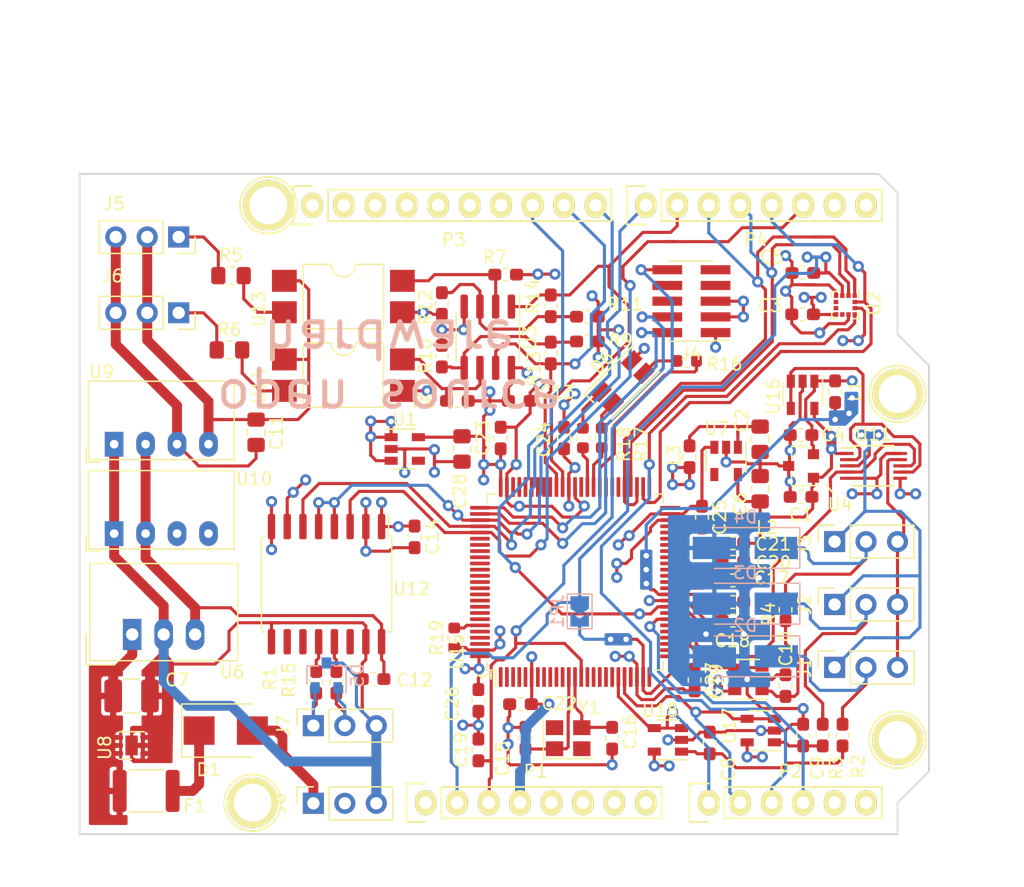
<source format=kicad_pcb>
(kicad_pcb (version 20171130) (host pcbnew "(5.1.6)-1")
  (title_block (date "lun. 30 mars 2015"))
  (layers (0 F.Cu signal) (1 In1.Cu power) (2 In2.Cu power) (31 B.Cu signal) (34 B.Paste user) (35 F.Paste user) (36 B.SilkS user) (37 F.SilkS user) (38 B.Mask user) (39 F.Mask user) (44 Edge.Cuts user))
  (net 0 "")
  (net 1 /IOREF)
  (net 2 /Reset)
  (net 3 +5V)
  (net 4 GND)
  (net 5 /Vin)
  (net 6 /A0)
  (net 7 /A1)
  (net 8 /A3)
  (net 9 /AREF)
  (net 10 "/A4(SDA)")
  (net 11 "/A5(SCL)")
  (net 12 "/1(Tx)")
  (net 13 "/0(Rx)")
  (net 14 "Net-(P5-Pad1)")
  (net 15 "Net-(P6-Pad1)")
  (net 16 "Net-(P7-Pad1)")
  (net 17 "Net-(P8-Pad1)")
  (net 18 "/13(SCK)")
  (net 19 "/10(**/SS)")
  (net 20 "Net-(P1-Pad1)")
  (net 21 +3V3)
  (net 22 "/12(MISO)")
  (net 23 "/11(**/MOSI)")
  (net 24 "Net-(U2-Pad6)")
  (net 25 "Net-(U2-Pad5)")
  (net 26 GNDA)
  (net 27 "Net-(U7-Pad4)")
  (net 28 VDDA)
  (net 29 "Net-(C2-Pad1)")
  (net 30 "Net-(C7-Pad1)")
  (net 31 +5VD)
  (net 32 "Net-(D1-Pad1)")
  (net 33 "Net-(D2-Pad1)")
  (net 34 "Net-(D3-Pad1)")
  (net 35 "Net-(D4-Pad1)")
  (net 36 "/A2(SS)")
  (net 37 "/9(RPM2)")
  (net 38 "/8(TX)")
  (net 39 "/7(DE)")
  (net 40 "/6(RPM1)")
  (net 41 "/5(MISO)")
  (net 42 "/4(MOSI)")
  (net 43 "/3(SCK)")
  (net 44 "/2(RX)")
  (net 45 "Net-(R5-Pad2)")
  (net 46 "Net-(R6-Pad2)")
  (net 47 "Net-(R7-Pad2)")
  (net 48 "Net-(R8-Pad1)")
  (net 49 "Net-(R10-Pad1)")
  (net 50 "Net-(R11-Pad2)")
  (net 51 "Net-(U1-Pad4)")
  (net 52 "Net-(U12-Pad14)")
  (net 53 /B)
  (net 54 /A)
  (net 55 "Net-(U12-Pad11)")
  (net 56 "Net-(U12-Pad10)")
  (net 57 "Net-(U11-Pad2)")
  (net 58 GNDD)
  (net 59 "Net-(C8-Pad1)")
  (net 60 "Net-(C9-Pad1)")
  (net 61 "Net-(C10-Pad1)")
  (net 62 /A4)
  (net 63 /A5)
  (net 64 /nEX)
  (net 65 /EX)
  (net 66 "Net-(C15-Pad2)")
  (net 67 "Net-(C16-Pad2)")
  (net 68 "Net-(C17-Pad1)")
  (net 69 "Net-(C20-Pad1)")
  (net 70 "Net-(U15-Pad98)")
  (net 71 "Net-(U15-Pad97)")
  (net 72 "Net-(U15-Pad96)")
  (net 73 "Net-(U15-Pad94)")
  (net 74 "Net-(U15-Pad89)")
  (net 75 "Net-(U15-Pad88)")
  (net 76 "Net-(U15-Pad87)")
  (net 77 "Net-(U15-Pad86)")
  (net 78 "Net-(U15-Pad85)")
  (net 79 "Net-(U15-Pad84)")
  (net 80 "Net-(U15-Pad83)")
  (net 81 "Net-(U15-Pad82)")
  (net 82 "Net-(U15-Pad81)")
  (net 83 "Net-(U15-Pad73)")
  (net 84 "Net-(U15-Pad72)")
  (net 85 "Net-(U15-Pad68)")
  (net 86 "Net-(U15-Pad67)")
  (net 87 "Net-(U15-Pad62)")
  (net 88 "Net-(U15-Pad58)")
  (net 89 "Net-(U15-Pad57)")
  (net 90 "Net-(U15-Pad56)")
  (net 91 "Net-(U15-Pad50)")
  (net 92 "Net-(U15-Pad46)")
  (net 93 "Net-(U15-Pad45)")
  (net 94 "Net-(U15-Pad44)")
  (net 95 "Net-(U15-Pad43)")
  (net 96 "Net-(U15-Pad42)")
  (net 97 "Net-(U15-Pad41)")
  (net 98 "Net-(U15-Pad40)")
  (net 99 "Net-(U15-Pad39)")
  (net 100 "Net-(U15-Pad38)")
  (net 101 "Net-(U15-Pad33)")
  (net 102 "Net-(U15-Pad31)")
  (net 103 "Net-(U15-Pad30)")
  (net 104 "Net-(U15-Pad29)")
  (net 105 "Net-(U15-Pad28)")
  (net 106 "Net-(U15-Pad27)")
  (net 107 "Net-(U15-Pad25)")
  (net 108 "Net-(U15-Pad22)")
  (net 109 "Net-(U15-Pad18)")
  (net 110 "Net-(U15-Pad17)")
  (net 111 "Net-(U15-Pad16)")
  (net 112 "Net-(U15-Pad15)")
  (net 113 "Net-(U15-Pad11)")
  (net 114 "Net-(U15-Pad10)")
  (net 115 "Net-(U15-Pad9)")
  (net 116 "Net-(U15-Pad8)")
  (net 117 "Net-(U15-Pad7)")
  (net 118 "Net-(U15-Pad5)")
  (net 119 "Net-(U15-Pad4)")
  (net 120 "Net-(U15-Pad3)")
  (net 121 "Net-(U15-Pad2)")
  (net 122 "Net-(U15-Pad1)")
  (net 123 "Net-(Y1-Pad4)")
  (net 124 "Net-(Y1-Pad2)")
  (net 125 "Net-(J4-Pad9)")
  (net 126 "Net-(J4-Pad8)")
  (net 127 "Net-(J4-Pad7)")
  (net 128 /SensorBoardCPU/SWO)
  (net 129 /SensorBoardCPU/SWCLK)
  (net 130 /SensorBoardCPU/SWDIO)
  (net 131 "Net-(U15-Pad93)")
  (net 132 "Net-(U15-Pad92)")
  (net 133 "Net-(U15-Pad91)")
  (net 134 "Net-(U15-Pad90)")
  (net 135 "Net-(U15-Pad26)")
  (net 136 "Net-(U15-Pad71)")
  (net 137 "Net-(U15-Pad70)")
  (net 138 "Net-(U15-Pad69)")
  (net 139 /RVCC)
  (net 140 "Net-(J5-Pad1)")
  (net 141 "Net-(J6-Pad1)")
  (net 142 "Net-(R1-Pad1)")
  (net 143 "Net-(R15-Pad1)")
  (net 144 "Net-(D6-Pad3)")
  (net 145 "Net-(D6-Pad2)")
  (net 146 "Net-(D6-Pad1)")
  (net 147 /SensorBoardCPU/B)
  (net 148 /SensorBoardCPU/G)
  (net 149 /SensorBoardCPU/R)
  (net 150 "Net-(J8-Pad2)")
  (net 151 "Net-(U15-Pad47)")
  (net 152 "Net-(R19-Pad2)")
  (net 153 /VIN)
  (module Resistor_SMD:R_0603_1608Metric (layer F.Cu) (at 141.25 110.5 90)
    (fp_text reference R19 (at 0 -1.43 90) (layer F.SilkS))
    (fp_text value R_Small)
    (pad 2 smd roundrect (at 0.7875 0 90) (size 0.875 0.95) (layers F.Cu F.Paste F.Mask) (net 152 "Net-(R19-Pad2)"))
    (pad 1 smd roundrect (at -0.7875 0 90) (size 0.875 0.95) (layers F.Cu F.Paste F.Mask) (net 4 GND))
  )
  (module Jumper:SolderJumper-2_P1.3mm_Open_TrianglePad1.0x1.5mm (layer B.Cu) (at 151.375 108.375 270)
    (fp_text reference JP1 (at 0 1.8 90) (layer B.SilkS) (effects (justify mirror)))
    (fp_text value SolderJumper_2_Bridged)
    (pad 1 smd custom (at -0.725 0 270) (size 0.3 0.3) (layers B.Cu B.Mask) (net 1 /IOREF) (options (clearance outline) (anchor rect)) (primitives (gr_poly (pts (xy -0.5 0.75) (xy 0.5 0.75) (xy 1 0) (xy 0.5 -0.75) (xy -0.5 -0.75)) (width 0))))
    (pad 2 smd custom (at 0.725 0 270) (size 0.3 0.3) (layers B.Cu B.Mask) (net 21 +3V3) (options (clearance outline) (anchor rect)) (primitives (gr_poly (pts (xy -0.65 0.75) (xy 0.5 0.75) (xy 0.5 -0.75) (xy -0.65 -0.75) (xy -0.15 0)) (width 0))))
  )
  (module Connector_PinSocket_2.54mm:PinSocket_1x03_P2.54mm_Vertical (layer F.Cu) (at 129.875 123.875 90)
    (fp_text reference J8 (at 0 -2.77 90) (layer F.SilkS))
    (fp_text value Conn_01x03_Male)
    (pad 3 thru_hole oval (at 0 5.08 90) (size 1.7 1.7) (drill 1) (layers *.Cu *.Mask) (net 58 GNDD))
    (pad 2 thru_hole oval (at 0 2.54 90) (size 1.7 1.7) (drill 1) (layers *.Cu *.Mask) (net 150 "Net-(J8-Pad2)"))
    (pad 1 thru_hole rect (at 0 0 90) (size 1.7 1.7) (drill 1) (layers *.Cu *.Mask) (net 153 /VIN))
  )
  (module Capacitor_SMD:C_0603_1608Metric_Pad1.05x0.95mm_HandSolder (layer F.Cu) (at 160.655 113.919 270)
    (fp_text reference C27 (at 0 -1.43 90) (layer F.SilkS))
    (fp_text value 100nF)
    (pad 2 smd roundrect (at 0.875 0 270) (size 1.05 0.95) (layers F.Cu F.Paste F.Mask) (net 4 GND))
    (pad 1 smd roundrect (at -0.875 0 270) (size 1.05 0.95) (layers F.Cu F.Paste F.Mask) (net 21 +3V3))
  )
  (module Resistor_SMD:R_0603_1608Metric (layer F.Cu) (at 151.638 94.361 270)
    (fp_text reference R18 (at 0.508 -3.302 90) (layer F.SilkS))
    (fp_text value R_Small)
    (pad 2 smd roundrect (at 0.7875 0 270) (size 0.875 0.95) (layers F.Cu F.Paste F.Mask) (net 149 /SensorBoardCPU/R))
    (pad 1 smd roundrect (at -0.7875 0 270) (size 0.875 0.95) (layers F.Cu F.Paste F.Mask) (net 146 "Net-(D6-Pad1)"))
  )
  (module Resistor_SMD:R_0603_1608Metric (layer F.Cu) (at 153.162 94.361 270)
    (fp_text reference R17 (at 0.508 -3.175 90) (layer F.SilkS))
    (fp_text value R_Small)
    (pad 2 smd roundrect (at 0.7875 0 270) (size 0.875 0.95) (layers F.Cu F.Paste F.Mask) (net 148 /SensorBoardCPU/G))
    (pad 1 smd roundrect (at -0.7875 0 270) (size 0.875 0.95) (layers F.Cu F.Paste F.Mask) (net 145 "Net-(D6-Pad2)"))
  )
  (module Resistor_SMD:R_0603_1608Metric (layer F.Cu) (at 160.02 88.138)
    (fp_text reference R16 (at 3.048 0.254) (layer F.SilkS))
    (fp_text value R_Small)
    (pad 2 smd roundrect (at 0.7875 0) (size 0.875 0.95) (layers F.Cu F.Paste F.Mask) (net 147 /SensorBoardCPU/B))
    (pad 1 smd roundrect (at -0.7875 0) (size 0.875 0.95) (layers F.Cu F.Paste F.Mask) (net 144 "Net-(D6-Pad3)"))
  )
  (module LED_SMD:LED_RGB_1210 (layer F.Cu) (at 154.832538 89.870412 45)
    (fp_text reference D6 (at 0 -2.3 45) (layer F.SilkS))
    (fp_text value LED_RGBC)
    (pad 3 smd rect (at 1.75 0.7 225) (size 1.5 1) (layers F.Cu F.Paste F.Mask) (net 144 "Net-(D6-Pad3)"))
    (pad 4 smd rect (at 1.75 -0.7 225) (size 1.5 1) (layers F.Cu F.Paste F.Mask) (net 4 GND))
    (pad 2 smd rect (at -1.75 0.7 225) (size 1.5 1) (layers F.Cu F.Paste F.Mask) (net 145 "Net-(D6-Pad2)"))
    (pad 1 smd rect (at -1.75 -0.7 225) (size 1.5 1) (layers F.Cu F.Paste F.Mask) (net 146 "Net-(D6-Pad1)"))
  )
  (module Resistor_SMD:R_0603_1608Metric_Pad1.05x0.95mm_HandSolder (layer F.Cu) (at 131.732 114.101 270)
    (fp_text reference R15 (at -0.182 3.843 90) (layer F.SilkS))
    (fp_text value R_Small)
    (pad 2 smd roundrect (at 0.875 0 270) (size 1.05 0.95) (layers F.Cu F.Paste F.Mask) (net 53 /B))
    (pad 1 smd roundrect (at -0.875 0 270) (size 1.05 0.95) (layers F.Cu F.Paste F.Mask) (net 143 "Net-(R15-Pad1)"))
  )
  (module Resistor_SMD:R_0603_1608Metric_Pad1.05x0.95mm_HandSolder (layer F.Cu) (at 130.107 114.101 270)
    (fp_text reference R1 (at -0.309 3.742 90) (layer F.SilkS))
    (fp_text value R_Small)
    (pad 2 smd roundrect (at 0.875 0 270) (size 1.05 0.95) (layers F.Cu F.Paste F.Mask) (net 54 /A))
    (pad 1 smd roundrect (at -0.875 0 270) (size 1.05 0.95) (layers F.Cu F.Paste F.Mask) (net 142 "Net-(R1-Pad1)"))
  )
  (module Connector_PinSocket_2.54mm:PinSocket_1x03_P2.54mm_Vertical (layer F.Cu) (at 129.875 117.602 90)
    (fp_text reference J7 (at 0 -2.413 90) (layer F.SilkS))
    (fp_text value Conn_01x03_Male)
    (pad 3 thru_hole oval (at 0 5.08 90) (size 1.7 1.7) (drill 1) (layers *.Cu *.Mask) (net 58 GNDD))
    (pad 2 thru_hole oval (at 0 2.54 90) (size 1.7 1.7) (drill 1) (layers *.Cu *.Mask) (net 53 /B))
    (pad 1 thru_hole rect (at 0 0 90) (size 1.7 1.7) (drill 1) (layers *.Cu *.Mask) (net 54 /A))
  )
  (module Connector_PinSocket_2.54mm:PinSocket_1x03_P2.54mm_Vertical (layer F.Cu) (at 119 84.25 270)
    (fp_text reference J6 (at -2.97 5.335) (layer F.SilkS))
    (fp_text value Conn_01x03_Male)
    (pad 3 thru_hole oval (at 0 5.08 270) (size 1.7 1.7) (drill 1) (layers *.Cu *.Mask) (net 26 GNDA))
    (pad 2 thru_hole oval (at 0 2.54 270) (size 1.7 1.7) (drill 1) (layers *.Cu *.Mask) (net 139 /RVCC))
    (pad 1 thru_hole rect (at 0 0 270) (size 1.7 1.7) (drill 1) (layers *.Cu *.Mask) (net 141 "Net-(J6-Pad1)"))
  )
  (module Connector_PinSocket_2.54mm:PinSocket_1x03_P2.54mm_Vertical (layer F.Cu) (at 119 78.125 270)
    (fp_text reference J5 (at -2.687 5.208) (layer F.SilkS))
    (fp_text value Conn_01x03_Male)
    (pad 3 thru_hole oval (at 0 5.08 270) (size 1.7 1.7) (drill 1) (layers *.Cu *.Mask) (net 26 GNDA))
    (pad 2 thru_hole oval (at 0 2.54 270) (size 1.7 1.7) (drill 1) (layers *.Cu *.Mask) (net 139 /RVCC))
    (pad 1 thru_hole rect (at 0 0 270) (size 1.7 1.7) (drill 1) (layers *.Cu *.Mask) (net 140 "Net-(J5-Pad1)"))
  )
  (module Inductor_SMD:L_0603_1608Metric_Pad1.05x0.95mm_HandSolder (layer F.Cu) (at 160.25 95.875 270)
    (fp_text reference L3 (at -0.117 1.248 90) (layer F.SilkS))
    (fp_text value 600R@100MHz)
    (pad 2 smd roundrect (at 0.875 0 270) (size 1.05 0.95) (layers F.Cu F.Paste F.Mask) (net 3 +5V))
    (pad 1 smd roundrect (at -0.875 0 270) (size 1.05 0.95) (layers F.Cu F.Paste F.Mask) (net 29 "Net-(C2-Pad1)"))
  )
  (module Package_TO_SOT_SMD:SOT-23 (layer B.Cu) (at 130.937 113.538 90)
    (fp_text reference D5 (at 0 2.5 270) (layer B.SilkS) (effects (justify mirror)))
    (fp_text value SM712_SOT23)
    (pad 3 smd rect (at 1 0 90) (size 0.9 0.8) (layers B.Cu B.Paste B.Mask) (net 58 GNDD))
    (pad 2 smd rect (at -1 -0.95 90) (size 0.9 0.8) (layers B.Cu B.Paste B.Mask) (net 54 /A))
    (pad 1 smd rect (at -1 0.95 90) (size 0.9 0.8) (layers B.Cu B.Paste B.Mask) (net 53 /B))
  )
  (module Package_QFP:LQFP-100_14x14mm_P0.5mm (layer F.Cu) (at 151 106 90)
    (fp_text reference U15 (at -5.633 -9.522 90) (layer F.SilkS))
    (fp_text value STM32G431VBTx)
    (pad 100 smd roundrect (at -6 -7.675 90) (size 0.3 1.6) (layers F.Cu F.Paste F.Mask) (net 21 +3V3))
    (pad 99 smd roundrect (at -5.5 -7.675 90) (size 0.3 1.6) (layers F.Cu F.Paste F.Mask) (net 4 GND))
    (pad 98 smd roundrect (at -5 -7.675 90) (size 0.3 1.6) (layers F.Cu F.Paste F.Mask) (net 70 "Net-(U15-Pad98)"))
    (pad 97 smd roundrect (at -4.5 -7.675 90) (size 0.3 1.6) (layers F.Cu F.Paste F.Mask) (net 71 "Net-(U15-Pad97)"))
    (pad 96 smd roundrect (at -4 -7.675 90) (size 0.3 1.6) (layers F.Cu F.Paste F.Mask) (net 72 "Net-(U15-Pad96)"))
    (pad 95 smd roundrect (at -3.5 -7.675 90) (size 0.3 1.6) (layers F.Cu F.Paste F.Mask) (net 152 "Net-(R19-Pad2)"))
    (pad 94 smd roundrect (at -3 -7.675 90) (size 0.3 1.6) (layers F.Cu F.Paste F.Mask) (net 73 "Net-(U15-Pad94)"))
    (pad 93 smd roundrect (at -2.5 -7.675 90) (size 0.3 1.6) (layers F.Cu F.Paste F.Mask) (net 131 "Net-(U15-Pad93)"))
    (pad 92 smd roundrect (at -2 -7.675 90) (size 0.3 1.6) (layers F.Cu F.Paste F.Mask) (net 132 "Net-(U15-Pad92)"))
    (pad 91 smd roundrect (at -1.5 -7.675 90) (size 0.3 1.6) (layers F.Cu F.Paste F.Mask) (net 133 "Net-(U15-Pad91)"))
    (pad 90 smd roundrect (at -1 -7.675 90) (size 0.3 1.6) (layers F.Cu F.Paste F.Mask) (net 134 "Net-(U15-Pad90)"))
    (pad 89 smd roundrect (at -0.5 -7.675 90) (size 0.3 1.6) (layers F.Cu F.Paste F.Mask) (net 74 "Net-(U15-Pad89)"))
    (pad 88 smd roundrect (at 0 -7.675 90) (size 0.3 1.6) (layers F.Cu F.Paste F.Mask) (net 75 "Net-(U15-Pad88)"))
    (pad 87 smd roundrect (at 0.5 -7.675 90) (size 0.3 1.6) (layers F.Cu F.Paste F.Mask) (net 76 "Net-(U15-Pad87)"))
    (pad 86 smd roundrect (at 1 -7.675 90) (size 0.3 1.6) (layers F.Cu F.Paste F.Mask) (net 77 "Net-(U15-Pad86)"))
    (pad 85 smd roundrect (at 1.5 -7.675 90) (size 0.3 1.6) (layers F.Cu F.Paste F.Mask) (net 78 "Net-(U15-Pad85)"))
    (pad 84 smd roundrect (at 2 -7.675 90) (size 0.3 1.6) (layers F.Cu F.Paste F.Mask) (net 79 "Net-(U15-Pad84)"))
    (pad 83 smd roundrect (at 2.5 -7.675 90) (size 0.3 1.6) (layers F.Cu F.Paste F.Mask) (net 80 "Net-(U15-Pad83)"))
    (pad 82 smd roundrect (at 3 -7.675 90) (size 0.3 1.6) (layers F.Cu F.Paste F.Mask) (net 81 "Net-(U15-Pad82)"))
    (pad 81 smd roundrect (at 3.5 -7.675 90) (size 0.3 1.6) (layers F.Cu F.Paste F.Mask) (net 82 "Net-(U15-Pad81)"))
    (pad 80 smd roundrect (at 4 -7.675 90) (size 0.3 1.6) (layers F.Cu F.Paste F.Mask) (net 44 "/2(RX)"))
    (pad 79 smd roundrect (at 4.5 -7.675 90) (size 0.3 1.6) (layers F.Cu F.Paste F.Mask) (net 38 "/8(TX)"))
    (pad 78 smd roundrect (at 5 -7.675 90) (size 0.3 1.6) (layers F.Cu F.Paste F.Mask) (net 39 "/7(DE)"))
    (pad 77 smd roundrect (at 5.5 -7.675 90) (size 0.3 1.6) (layers F.Cu F.Paste F.Mask) (net 129 /SensorBoardCPU/SWCLK))
    (pad 76 smd roundrect (at 6 -7.675 90) (size 0.3 1.6) (layers F.Cu F.Paste F.Mask) (net 130 /SensorBoardCPU/SWDIO))
    (pad 75 smd roundrect (at 7.675 -6 90) (size 1.6 0.3) (layers F.Cu F.Paste F.Mask) (net 21 +3V3))
    (pad 74 smd roundrect (at 7.675 -5.5 90) (size 1.6 0.3) (layers F.Cu F.Paste F.Mask) (net 4 GND))
    (pad 73 smd roundrect (at 7.675 -5 90) (size 1.6 0.3) (layers F.Cu F.Paste F.Mask) (net 83 "Net-(U15-Pad73)"))
    (pad 72 smd roundrect (at 7.675 -4.5 90) (size 1.6 0.3) (layers F.Cu F.Paste F.Mask) (net 84 "Net-(U15-Pad72)"))
    (pad 71 smd roundrect (at 7.675 -4 90) (size 1.6 0.3) (layers F.Cu F.Paste F.Mask) (net 136 "Net-(U15-Pad71)"))
    (pad 70 smd roundrect (at 7.675 -3.5 90) (size 1.6 0.3) (layers F.Cu F.Paste F.Mask) (net 137 "Net-(U15-Pad70)"))
    (pad 69 smd roundrect (at 7.675 -3 90) (size 1.6 0.3) (layers F.Cu F.Paste F.Mask) (net 138 "Net-(U15-Pad69)"))
    (pad 68 smd roundrect (at 7.675 -2.5 90) (size 1.6 0.3) (layers F.Cu F.Paste F.Mask) (net 85 "Net-(U15-Pad68)"))
    (pad 67 smd roundrect (at 7.675 -2 90) (size 1.6 0.3) (layers F.Cu F.Paste F.Mask) (net 86 "Net-(U15-Pad67)"))
    (pad 66 smd roundrect (at 7.675 -1.5 90) (size 1.6 0.3) (layers F.Cu F.Paste F.Mask) (net 37 "/9(RPM2)"))
    (pad 65 smd roundrect (at 7.675 -1 90) (size 1.6 0.3) (layers F.Cu F.Paste F.Mask) (net 40 "/6(RPM1)"))
    (pad 64 smd roundrect (at 7.675 -0.5 90) (size 1.6 0.3) (layers F.Cu F.Paste F.Mask) (net 21 +3V3))
    (pad 63 smd roundrect (at 7.675 0 90) (size 1.6 0.3) (layers F.Cu F.Paste F.Mask) (net 4 GND))
    (pad 62 smd roundrect (at 7.675 0.5 90) (size 1.6 0.3) (layers F.Cu F.Paste F.Mask) (net 87 "Net-(U15-Pad62)"))
    (pad 61 smd roundrect (at 7.675 1 90) (size 1.6 0.3) (layers F.Cu F.Paste F.Mask) (net 149 /SensorBoardCPU/R))
    (pad 60 smd roundrect (at 7.675 1.5 90) (size 1.6 0.3) (layers F.Cu F.Paste F.Mask) (net 148 /SensorBoardCPU/G))
    (pad 59 smd roundrect (at 7.675 2 90) (size 1.6 0.3) (layers F.Cu F.Paste F.Mask) (net 147 /SensorBoardCPU/B))
    (pad 58 smd roundrect (at 7.675 2.5 90) (size 1.6 0.3) (layers F.Cu F.Paste F.Mask) (net 88 "Net-(U15-Pad58)"))
    (pad 57 smd roundrect (at 7.675 3 90) (size 1.6 0.3) (layers F.Cu F.Paste F.Mask) (net 89 "Net-(U15-Pad57)"))
    (pad 56 smd roundrect (at 7.675 3.5 90) (size 1.6 0.3) (layers F.Cu F.Paste F.Mask) (net 90 "Net-(U15-Pad56)"))
    (pad 55 smd roundrect (at 7.675 4 90) (size 1.6 0.3) (layers F.Cu F.Paste F.Mask) (net 41 "/5(MISO)"))
    (pad 54 smd roundrect (at 7.675 4.5 90) (size 1.6 0.3) (layers F.Cu F.Paste F.Mask) (net 42 "/4(MOSI)"))
    (pad 53 smd roundrect (at 7.675 5 90) (size 1.6 0.3) (layers F.Cu F.Paste F.Mask) (net 41 "/5(MISO)"))
    (pad 52 smd roundrect (at 7.675 5.5 90) (size 1.6 0.3) (layers F.Cu F.Paste F.Mask) (net 43 "/3(SCK)"))
    (pad 51 smd roundrect (at 7.675 6 90) (size 1.6 0.3) (layers F.Cu F.Paste F.Mask) (net 36 "/A2(SS)"))
    (pad 50 smd roundrect (at 6 7.675 90) (size 0.3 1.6) (layers F.Cu F.Paste F.Mask) (net 91 "Net-(U15-Pad50)"))
    (pad 49 smd roundrect (at 5.5 7.675 90) (size 0.3 1.6) (layers F.Cu F.Paste F.Mask) (net 21 +3V3))
    (pad 48 smd roundrect (at 5 7.675 90) (size 0.3 1.6) (layers F.Cu F.Paste F.Mask) (net 4 GND))
    (pad 47 smd roundrect (at 4.5 7.675 90) (size 0.3 1.6) (layers F.Cu F.Paste F.Mask) (net 151 "Net-(U15-Pad47)"))
    (pad 46 smd roundrect (at 4 7.675 90) (size 0.3 1.6) (layers F.Cu F.Paste F.Mask) (net 92 "Net-(U15-Pad46)"))
    (pad 45 smd roundrect (at 3.5 7.675 90) (size 0.3 1.6) (layers F.Cu F.Paste F.Mask) (net 93 "Net-(U15-Pad45)"))
    (pad 44 smd roundrect (at 3 7.675 90) (size 0.3 1.6) (layers F.Cu F.Paste F.Mask) (net 94 "Net-(U15-Pad44)"))
    (pad 43 smd roundrect (at 2.5 7.675 90) (size 0.3 1.6) (layers F.Cu F.Paste F.Mask) (net 95 "Net-(U15-Pad43)"))
    (pad 42 smd roundrect (at 2 7.675 90) (size 0.3 1.6) (layers F.Cu F.Paste F.Mask) (net 96 "Net-(U15-Pad42)"))
    (pad 41 smd roundrect (at 1.5 7.675 90) (size 0.3 1.6) (layers F.Cu F.Paste F.Mask) (net 97 "Net-(U15-Pad41)"))
    (pad 40 smd roundrect (at 1 7.675 90) (size 0.3 1.6) (layers F.Cu F.Paste F.Mask) (net 98 "Net-(U15-Pad40)"))
    (pad 39 smd roundrect (at 0.5 7.675 90) (size 0.3 1.6) (layers F.Cu F.Paste F.Mask) (net 99 "Net-(U15-Pad39)"))
    (pad 38 smd roundrect (at 0 7.675 90) (size 0.3 1.6) (layers F.Cu F.Paste F.Mask) (net 100 "Net-(U15-Pad38)"))
    (pad 37 smd roundrect (at -0.5 7.675 90) (size 0.3 1.6) (layers F.Cu F.Paste F.Mask) (net 69 "Net-(C20-Pad1)"))
    (pad 36 smd roundrect (at -1 7.675 90) (size 0.3 1.6) (layers F.Cu F.Paste F.Mask) (net 68 "Net-(C17-Pad1)"))
    (pad 35 smd roundrect (at -1.5 7.675 90) (size 0.3 1.6) (layers F.Cu F.Paste F.Mask) (net 4 GND))
    (pad 34 smd roundrect (at -2 7.675 90) (size 0.3 1.6) (layers F.Cu F.Paste F.Mask) (net 19 "/10(**/SS)"))
    (pad 33 smd roundrect (at -2.5 7.675 90) (size 0.3 1.6) (layers F.Cu F.Paste F.Mask) (net 101 "Net-(U15-Pad33)"))
    (pad 32 smd roundrect (at -3 7.675 90) (size 0.3 1.6) (layers F.Cu F.Paste F.Mask) (net 8 /A3))
    (pad 31 smd roundrect (at -3.5 7.675 90) (size 0.3 1.6) (layers F.Cu F.Paste F.Mask) (net 102 "Net-(U15-Pad31)"))
    (pad 30 smd roundrect (at -4 7.675 90) (size 0.3 1.6) (layers F.Cu F.Paste F.Mask) (net 103 "Net-(U15-Pad30)"))
    (pad 29 smd roundrect (at -4.5 7.675 90) (size 0.3 1.6) (layers F.Cu F.Paste F.Mask) (net 104 "Net-(U15-Pad29)"))
    (pad 28 smd roundrect (at -5 7.675 90) (size 0.3 1.6) (layers F.Cu F.Paste F.Mask) (net 105 "Net-(U15-Pad28)"))
    (pad 27 smd roundrect (at -5.5 7.675 90) (size 0.3 1.6) (layers F.Cu F.Paste F.Mask) (net 106 "Net-(U15-Pad27)"))
    (pad 26 smd roundrect (at -6 7.675 90) (size 0.3 1.6) (layers F.Cu F.Paste F.Mask) (net 135 "Net-(U15-Pad26)"))
    (pad 25 smd roundrect (at -7.675 6 90) (size 1.6 0.3) (layers F.Cu F.Paste F.Mask) (net 107 "Net-(U15-Pad25)"))
    (pad 24 smd roundrect (at -7.675 5.5 90) (size 1.6 0.3) (layers F.Cu F.Paste F.Mask) (net 21 +3V3))
    (pad 23 smd roundrect (at -7.675 5 90) (size 1.6 0.3) (layers F.Cu F.Paste F.Mask) (net 4 GND))
    (pad 22 smd roundrect (at -7.675 4.5 90) (size 1.6 0.3) (layers F.Cu F.Paste F.Mask) (net 108 "Net-(U15-Pad22)"))
    (pad 21 smd roundrect (at -7.675 4 90) (size 1.6 0.3) (layers F.Cu F.Paste F.Mask) (net 7 /A1))
    (pad 20 smd roundrect (at -7.675 3.5 90) (size 1.6 0.3) (layers F.Cu F.Paste F.Mask) (net 6 /A0))
    (pad 19 smd roundrect (at -7.675 3 90) (size 1.6 0.3) (layers F.Cu F.Paste F.Mask))
    (pad 18 smd roundrect (at -7.675 2.5 90) (size 1.6 0.3) (layers F.Cu F.Paste F.Mask) (net 109 "Net-(U15-Pad18)"))
    (pad 17 smd roundrect (at -7.675 2 90) (size 1.6 0.3) (layers F.Cu F.Paste F.Mask) (net 110 "Net-(U15-Pad17)"))
    (pad 16 smd roundrect (at -7.675 1.5 90) (size 1.6 0.3) (layers F.Cu F.Paste F.Mask) (net 111 "Net-(U15-Pad16)"))
    (pad 15 smd roundrect (at -7.675 1 90) (size 1.6 0.3) (layers F.Cu F.Paste F.Mask) (net 112 "Net-(U15-Pad15)"))
    (pad 14 smd roundrect (at -7.675 0.5 90) (size 1.6 0.3) (layers F.Cu F.Paste F.Mask) (net 2 /Reset))
    (pad 13 smd roundrect (at -7.675 0 90) (size 1.6 0.3) (layers F.Cu F.Paste F.Mask) (net 67 "Net-(C16-Pad2)"))
    (pad 12 smd roundrect (at -7.675 -0.5 90) (size 1.6 0.3) (layers F.Cu F.Paste F.Mask) (net 66 "Net-(C15-Pad2)"))
    (pad 11 smd roundrect (at -7.675 -1 90) (size 1.6 0.3) (layers F.Cu F.Paste F.Mask) (net 113 "Net-(U15-Pad11)"))
    (pad 10 smd roundrect (at -7.675 -1.5 90) (size 1.6 0.3) (layers F.Cu F.Paste F.Mask) (net 114 "Net-(U15-Pad10)"))
    (pad 9 smd roundrect (at -7.675 -2 90) (size 1.6 0.3) (layers F.Cu F.Paste F.Mask) (net 115 "Net-(U15-Pad9)"))
    (pad 8 smd roundrect (at -7.675 -2.5 90) (size 1.6 0.3) (layers F.Cu F.Paste F.Mask) (net 116 "Net-(U15-Pad8)"))
    (pad 7 smd roundrect (at -7.675 -3 90) (size 1.6 0.3) (layers F.Cu F.Paste F.Mask) (net 117 "Net-(U15-Pad7)"))
    (pad 6 smd roundrect (at -7.675 -3.5 90) (size 1.6 0.3) (layers F.Cu F.Paste F.Mask) (net 21 +3V3))
    (pad 5 smd roundrect (at -7.675 -4 90) (size 1.6 0.3) (layers F.Cu F.Paste F.Mask) (net 118 "Net-(U15-Pad5)"))
    (pad 4 smd roundrect (at -7.675 -4.5 90) (size 1.6 0.3) (layers F.Cu F.Paste F.Mask) (net 119 "Net-(U15-Pad4)"))
    (pad 3 smd roundrect (at -7.675 -5 90) (size 1.6 0.3) (layers F.Cu F.Paste F.Mask) (net 120 "Net-(U15-Pad3)"))
    (pad 2 smd roundrect (at -7.675 -5.5 90) (size 1.6 0.3) (layers F.Cu F.Paste F.Mask) (net 121 "Net-(U15-Pad2)"))
    (pad 1 smd roundrect (at -7.675 -6 90) (size 1.6 0.3) (layers F.Cu F.Paste F.Mask) (net 122 "Net-(U15-Pad1)"))
  )
  (module Capacitor_SMD:C_0603_1608Metric_Pad1.05x0.95mm_HandSolder (layer F.Cu) (at 143.198 119.565 90)
    (fp_text reference C19 (at 0 -1.43 90) (layer F.SilkS))
    (fp_text value 100nF)
    (pad 2 smd roundrect (at 0.875 0 90) (size 1.05 0.95) (layers F.Cu F.Paste F.Mask) (net 4 GND))
    (pad 1 smd roundrect (at -0.875 0 90) (size 1.05 0.95) (layers F.Cu F.Paste F.Mask) (net 2 /Reset))
  )
  (module Capacitor_SMD:C_0603_1608Metric_Pad1.05x0.95mm_HandSolder (layer F.Cu) (at 143.198 115.565 270)
    (fp_text reference C26 (at 0.259 2.101 90) (layer F.SilkS))
    (fp_text value 100nF)
    (pad 2 smd roundrect (at 0.875 0 270) (size 1.05 0.95) (layers F.Cu F.Paste F.Mask) (net 4 GND))
    (pad 1 smd roundrect (at -0.875 0 270) (size 1.05 0.95) (layers F.Cu F.Paste F.Mask) (net 21 +3V3))
  )
  (module Capacitor_SMD:C_0603_1608Metric_Pad1.05x0.95mm_HandSolder (layer F.Cu) (at 161.25 100.75 270)
    (fp_text reference C25 (at 0 -1.43 90) (layer F.SilkS))
    (fp_text value 100nF)
    (pad 2 smd roundrect (at 0.875 0 270) (size 1.05 0.95) (layers F.Cu F.Paste F.Mask) (net 4 GND))
    (pad 1 smd roundrect (at -0.875 0 270) (size 1.05 0.95) (layers F.Cu F.Paste F.Mask) (net 21 +3V3))
  )
  (module Capacitor_SMD:C_0603_1608Metric_Pad1.05x0.95mm_HandSolder (layer F.Cu) (at 150.114 94.361 90)
    (fp_text reference C24 (at -0.127 -1.651 90) (layer F.SilkS))
    (fp_text value 100nF)
    (pad 2 smd roundrect (at 0.875 0 90) (size 1.05 0.95) (layers F.Cu F.Paste F.Mask) (net 4 GND))
    (pad 1 smd roundrect (at -0.875 0 90) (size 1.05 0.95) (layers F.Cu F.Paste F.Mask) (net 21 +3V3))
  )
  (module Capacitor_SMD:C_0603_1608Metric_Pad1.05x0.95mm_HandSolder (layer F.Cu) (at 144.998 94.365 90)
    (fp_text reference C23 (at 0 -1.43 90) (layer F.SilkS))
    (fp_text value 100nF)
    (pad 2 smd roundrect (at 0.875 0 90) (size 1.05 0.95) (layers F.Cu F.Paste F.Mask) (net 4 GND))
    (pad 1 smd roundrect (at -0.875 0 90) (size 1.05 0.95) (layers F.Cu F.Paste F.Mask) (net 21 +3V3))
  )
  (module Capacitor_SMD:C_0603_1608Metric_Pad1.05x0.95mm_HandSolder (layer F.Cu) (at 146.598 115.865 180)
    (fp_text reference C22 (at -3.135 0.041) (layer F.SilkS))
    (fp_text value 100nF)
    (pad 2 smd roundrect (at 0.875 0 180) (size 1.05 0.95) (layers F.Cu F.Paste F.Mask) (net 4 GND))
    (pad 1 smd roundrect (at -0.875 0 180) (size 1.05 0.95) (layers F.Cu F.Paste F.Mask) (net 21 +3V3))
  )
  (module Capacitor_SMD:C_0603_1608Metric_Pad1.05x0.95mm_HandSolder (layer F.Cu) (at 163.748 105.865)
    (fp_text reference C20 (at 3.257 -1.43) (layer F.SilkS))
    (fp_text value 100nF)
    (pad 2 smd roundrect (at 0.875 0) (size 1.05 0.95) (layers F.Cu F.Paste F.Mask) (net 4 GND))
    (pad 1 smd roundrect (at -0.875 0) (size 1.05 0.95) (layers F.Cu F.Paste F.Mask) (net 69 "Net-(C20-Pad1)"))
  )
  (module Capacitor_SMD:C_0603_1608Metric_Pad1.05x0.95mm_HandSolder (layer F.Cu) (at 163.748 107.615)
    (fp_text reference C17 (at 3.13 -1.951) (layer F.SilkS))
    (fp_text value 100nF)
    (pad 2 smd roundrect (at 0.875 0) (size 1.05 0.95) (layers F.Cu F.Paste F.Mask) (net 4 GND))
    (pad 1 smd roundrect (at -0.875 0) (size 1.05 0.95) (layers F.Cu F.Paste F.Mask) (net 68 "Net-(C17-Pad1)"))
  )
  (module Package_SO:TSSOP-10_3x3mm_P0.5mm (layer F.Cu) (at 175.098 96.615)
    (fp_text reference U11 (at 0 -2.55) (layer F.SilkS))
    (fp_text value TS3A24159DGSR)
    (pad 10 smd rect (at 2.15 -1) (size 1.1 0.25) (layers F.Cu F.Paste F.Mask) (net 4 GND))
    (pad 9 smd rect (at 2.15 -0.5) (size 1.1 0.25) (layers F.Cu F.Paste F.Mask) (net 64 /nEX))
    (pad 8 smd rect (at 2.15 0) (size 1.1 0.25) (layers F.Cu F.Paste F.Mask) (net 19 "/10(**/SS)"))
    (pad 7 smd rect (at 2.15 0.5) (size 1.1 0.25) (layers F.Cu F.Paste F.Mask) (net 57 "Net-(U11-Pad2)"))
    (pad 6 smd rect (at 2.15 1) (size 1.1 0.25) (layers F.Cu F.Paste F.Mask) (net 4 GND))
    (pad 5 smd rect (at -2.15 1) (size 1.1 0.25) (layers F.Cu F.Paste F.Mask) (net 4 GND))
    (pad 4 smd rect (at -2.15 0.5) (size 1.1 0.25) (layers F.Cu F.Paste F.Mask) (net 19 "/10(**/SS)"))
    (pad 3 smd rect (at -2.15 0) (size 1.1 0.25) (layers F.Cu F.Paste F.Mask) (net 65 /EX))
    (pad 2 smd rect (at -2.15 -0.5) (size 1.1 0.25) (layers F.Cu F.Paste F.Mask) (net 57 "Net-(U11-Pad2)"))
    (pad 1 smd rect (at -2.15 -1) (size 1.1 0.25) (layers F.Cu F.Paste F.Mask) (net 28 VDDA))
  )
  (module Package_TO_SOT_SMD:SOT-23-5 (layer F.Cu) (at 164.998 113.865 180)
    (fp_text reference U19 (at 2.565 -0.181 90) (layer F.SilkS))
    (fp_text value LMV321)
    (pad 5 smd rect (at 1.1 -0.95 180) (size 1.06 0.65) (layers F.Cu F.Paste F.Mask) (net 28 VDDA))
    (pad 4 smd rect (at 1.1 0.95 180) (size 1.06 0.65) (layers F.Cu F.Paste F.Mask) (net 8 /A3))
    (pad 3 smd rect (at -1.1 0.95 180) (size 1.06 0.65) (layers F.Cu F.Paste F.Mask) (net 8 /A3))
    (pad 2 smd rect (at -1.1 0 180) (size 1.06 0.65) (layers F.Cu F.Paste F.Mask) (net 4 GND))
    (pad 1 smd rect (at -1.1 -0.95 180) (size 1.06 0.65) (layers F.Cu F.Paste F.Mask) (net 61 "Net-(C10-Pad1)"))
  )
  (module Package_TO_SOT_SMD:SOT-23-5 (layer F.Cu) (at 158.5 118.75 180)
    (fp_text reference U18 (at 0.625 2.375 180) (layer F.SilkS))
    (fp_text value LMV321)
    (pad 5 smd rect (at 1.1 -0.95 180) (size 1.06 0.65) (layers F.Cu F.Paste F.Mask) (net 28 VDDA))
    (pad 4 smd rect (at 1.1 0.95 180) (size 1.06 0.65) (layers F.Cu F.Paste F.Mask) (net 6 /A0))
    (pad 3 smd rect (at -1.1 0.95 180) (size 1.06 0.65) (layers F.Cu F.Paste F.Mask) (net 6 /A0))
    (pad 2 smd rect (at -1.1 0 180) (size 1.06 0.65) (layers F.Cu F.Paste F.Mask) (net 4 GND))
    (pad 1 smd rect (at -1.1 -0.95 180) (size 1.06 0.65) (layers F.Cu F.Paste F.Mask) (net 59 "Net-(C8-Pad1)"))
  )
  (module Package_TO_SOT_SMD:SOT-23-5 (layer F.Cu) (at 165.998 118 180)
    (fp_text reference U17 (at 2.549 0.375 90) (layer F.SilkS))
    (fp_text value LMV321)
    (pad 5 smd rect (at 1.1 -0.95 180) (size 1.06 0.65) (layers F.Cu F.Paste F.Mask) (net 28 VDDA))
    (pad 4 smd rect (at 1.1 0.95 180) (size 1.06 0.65) (layers F.Cu F.Paste F.Mask) (net 7 /A1))
    (pad 3 smd rect (at -1.1 0.95 180) (size 1.06 0.65) (layers F.Cu F.Paste F.Mask) (net 7 /A1))
    (pad 2 smd rect (at -1.1 0 180) (size 1.06 0.65) (layers F.Cu F.Paste F.Mask) (net 4 GND))
    (pad 1 smd rect (at -1.1 -0.95 180) (size 1.06 0.65) (layers F.Cu F.Paste F.Mask) (net 60 "Net-(C9-Pad1)"))
  )
  (module Package_TO_SOT_SMD:SOT-23-5 (layer F.Cu) (at 169.375 90.875 270)
    (fp_text reference U16 (at 0.125 2.375 270) (layer F.SilkS))
    (fp_text value LMV321)
    (pad 5 smd rect (at 1.1 -0.95 270) (size 1.06 0.65) (layers F.Cu F.Paste F.Mask) (net 28 VDDA))
    (pad 4 smd rect (at 1.1 0.95 270) (size 1.06 0.65) (layers F.Cu F.Paste F.Mask) (net 57 "Net-(U11-Pad2)"))
    (pad 3 smd rect (at -1.1 0.95 270) (size 1.06 0.65) (layers F.Cu F.Paste F.Mask) (net 57 "Net-(U11-Pad2)"))
    (pad 2 smd rect (at -1.1 0 270) (size 1.06 0.65) (layers F.Cu F.Paste F.Mask) (net 4 GND))
    (pad 1 smd rect (at -1.1 -0.95 270) (size 1.06 0.65) (layers F.Cu F.Paste F.Mask) (net 9 /AREF))
  )
  (module Connector_PinHeader_1.27mm:PinHeader_2x05_P1.27mm_Vertical_SMD (layer F.Cu) (at 160.398 83.312 180)
    (fp_text reference J4 (at 0 -4.235) (layer F.SilkS))
    (fp_text value Conn_02x05_Odd_Even)
    (pad 10 smd rect (at 1.95 2.54 180) (size 2.4 0.74) (layers F.Cu F.Paste F.Mask) (net 2 /Reset))
    (pad 9 smd rect (at -1.95 2.54 180) (size 2.4 0.74) (layers F.Cu F.Paste F.Mask) (net 125 "Net-(J4-Pad9)"))
    (pad 8 smd rect (at 1.95 1.27 180) (size 2.4 0.74) (layers F.Cu F.Paste F.Mask) (net 126 "Net-(J4-Pad8)"))
    (pad 7 smd rect (at -1.95 1.27 180) (size 2.4 0.74) (layers F.Cu F.Paste F.Mask) (net 127 "Net-(J4-Pad7)"))
    (pad 6 smd rect (at 1.95 0 180) (size 2.4 0.74) (layers F.Cu F.Paste F.Mask) (net 128 /SensorBoardCPU/SWO))
    (pad 5 smd rect (at -1.95 0 180) (size 2.4 0.74) (layers F.Cu F.Paste F.Mask) (net 4 GND))
    (pad 4 smd rect (at 1.95 -1.27 180) (size 2.4 0.74) (layers F.Cu F.Paste F.Mask) (net 129 /SensorBoardCPU/SWCLK))
    (pad 3 smd rect (at -1.95 -1.27 180) (size 2.4 0.74) (layers F.Cu F.Paste F.Mask) (net 4 GND))
    (pad 2 smd rect (at 1.95 -2.54 180) (size 2.4 0.74) (layers F.Cu F.Paste F.Mask) (net 130 /SensorBoardCPU/SWDIO))
    (pad 1 smd rect (at -1.95 -2.54 180) (size 2.4 0.74) (layers F.Cu F.Paste F.Mask) (net 21 +3V3))
  )
  (module Crystal:Crystal_SMD_Abracon_ABM8G-4Pin_3.2x2.5mm (layer F.Cu) (at 150.448 118.615)
    (fp_text reference Y1 (at 1.698 -2.45) (layer F.SilkS))
    (fp_text value Crystal_GND24)
    (pad 4 smd rect (at -1.1 -0.85) (size 1.4 1.2) (layers F.Cu F.Paste F.Mask) (net 123 "Net-(Y1-Pad4)"))
    (pad 3 smd rect (at 1.1 -0.85) (size 1.4 1.2) (layers F.Cu F.Paste F.Mask) (net 67 "Net-(C16-Pad2)"))
    (pad 2 smd rect (at 1.1 0.85) (size 1.4 1.2) (layers F.Cu F.Paste F.Mask) (net 124 "Net-(Y1-Pad2)"))
    (pad 1 smd rect (at -1.1 0.85) (size 1.4 1.2) (layers F.Cu F.Paste F.Mask) (net 66 "Net-(C15-Pad2)"))
  )
  (module Inductor_SMD:L_0603_1608Metric_Pad1.05x0.95mm_HandSolder (layer F.Cu) (at 163.748 102.865)
    (fp_text reference L2 (at 2.749 -1.265) (layer F.SilkS))
    (fp_text value 600R@100MHz)
    (pad 2 smd roundrect (at 0.875 0) (size 1.05 0.95) (layers F.Cu F.Paste F.Mask) (net 28 VDDA))
    (pad 1 smd roundrect (at -0.875 0) (size 1.05 0.95) (layers F.Cu F.Paste F.Mask) (net 69 "Net-(C20-Pad1)"))
  )
  (module Inductor_SMD:L_0603_1608Metric_Pad1.05x0.95mm_HandSolder (layer F.Cu) (at 172 90.625 270)
    (fp_text reference L1 (at -0.055 -1.61 90) (layer F.SilkS))
    (fp_text value 600R@100MHz)
    (pad 2 smd roundrect (at 0.875 0 270) (size 1.05 0.95) (layers F.Cu F.Paste F.Mask) (net 68 "Net-(C17-Pad1)"))
    (pad 1 smd roundrect (at -0.875 0 270) (size 1.05 0.95) (layers F.Cu F.Paste F.Mask) (net 9 /AREF))
  )
  (module Capacitor_SMD:C_0805_2012Metric_Pad1.15x1.40mm_HandSolder (layer F.Cu) (at 141.875 95.25 270)
    (fp_text reference C28 (at 3.418 0.157 90) (layer F.SilkS))
    (fp_text value 4.7u)
    (pad 2 smd roundrect (at 1.025 0 270) (size 1.15 1.4) (layers F.Cu F.Paste F.Mask) (roundrect_rratio 0.217391) (net 4 GND))
    (pad 1 smd roundrect (at -1.025 0 270) (size 1.15 1.4) (layers F.Cu F.Paste F.Mask) (roundrect_rratio 0.217391) (net 21 +3V3))
  )
  (module Capacitor_SMD:C_0603_1608Metric_Pad1.05x0.95mm_HandSolder (layer F.Cu) (at 163.748 104.365)
    (fp_text reference C21 (at 3.257 -1.43) (layer F.SilkS))
    (fp_text value 1u)
    (pad 2 smd roundrect (at 0.875 0) (size 1.05 0.95) (layers F.Cu F.Paste F.Mask) (net 4 GND))
    (pad 1 smd roundrect (at -0.875 0) (size 1.05 0.95) (layers F.Cu F.Paste F.Mask) (net 69 "Net-(C20-Pad1)"))
  )
  (module Capacitor_SMD:C_0603_1608Metric_Pad1.05x0.95mm_HandSolder (layer F.Cu) (at 163.748 109.115)
    (fp_text reference C18 (at -0.045 1.629) (layer F.SilkS))
    (fp_text value 1u)
    (pad 2 smd roundrect (at 0.875 0) (size 1.05 0.95) (layers F.Cu F.Paste F.Mask) (net 4 GND))
    (pad 1 smd roundrect (at -0.875 0) (size 1.05 0.95) (layers F.Cu F.Paste F.Mask) (net 68 "Net-(C17-Pad1)"))
  )
  (module Capacitor_SMD:C_0603_1608Metric_Pad1.05x0.95mm_HandSolder (layer F.Cu) (at 153.998 118.615 90)
    (fp_text reference C16 (at 0.505 1.45 90) (layer F.SilkS))
    (fp_text value 12pF)
    (pad 2 smd roundrect (at 0.875 0 90) (size 1.05 0.95) (layers F.Cu F.Paste F.Mask) (net 67 "Net-(C16-Pad2)"))
    (pad 1 smd roundrect (at -0.875 0 90) (size 1.05 0.95) (layers F.Cu F.Paste F.Mask) (net 4 GND))
  )
  (module Capacitor_SMD:C_0603_1608Metric_Pad1.05x0.95mm_HandSolder (layer F.Cu) (at 146.998 118.615 270)
    (fp_text reference C15 (at 1.654 1.837 90) (layer F.SilkS))
    (fp_text value 12pF)
    (pad 2 smd roundrect (at 0.875 0 270) (size 1.05 0.95) (layers F.Cu F.Paste F.Mask) (net 66 "Net-(C15-Pad2)"))
    (pad 1 smd roundrect (at -0.875 0 270) (size 1.05 0.95) (layers F.Cu F.Paste F.Mask) (net 4 GND))
  )
  (module Connector_PinSocket_2.54mm:PinSocket_1x03_P2.54mm_Vertical (layer F.Cu) (at 171.958 102.735 90)
    (fp_text reference J3 (at -0.262 -2.413 90) (layer F.SilkS))
    (fp_text value Conn_01x03_Male)
    (pad 3 thru_hole oval (at 0 5.08 90) (size 1.7 1.7) (drill 1) (layers *.Cu *.Mask) (net 64 /nEX))
    (pad 2 thru_hole oval (at 0 2.54 90) (size 1.7 1.7) (drill 1) (layers *.Cu *.Mask) (net 35 "Net-(D4-Pad1)"))
    (pad 1 thru_hole rect (at 0 0 90) (size 1.7 1.7) (drill 1) (layers *.Cu *.Mask) (net 65 /EX))
  )
  (module Connector_PinSocket_2.54mm:PinSocket_1x03_P2.54mm_Vertical (layer F.Cu) (at 171.958 107.815 90)
    (fp_text reference J2 (at -0.008 -2.413 90) (layer F.SilkS))
    (fp_text value Conn_01x03_Male)
    (pad 3 thru_hole oval (at 0 5.08 90) (size 1.7 1.7) (drill 1) (layers *.Cu *.Mask) (net 64 /nEX))
    (pad 2 thru_hole oval (at 0 2.54 90) (size 1.7 1.7) (drill 1) (layers *.Cu *.Mask) (net 34 "Net-(D3-Pad1)"))
    (pad 1 thru_hole rect (at 0 0 90) (size 1.7 1.7) (drill 1) (layers *.Cu *.Mask) (net 65 /EX))
  )
  (module Connector_PinSocket_2.54mm:PinSocket_1x03_P2.54mm_Vertical (layer F.Cu) (at 171.958 112.895 90)
    (fp_text reference J1 (at -0.008 -2.413 90) (layer F.SilkS))
    (fp_text value Conn_01x03_Male)
    (pad 3 thru_hole oval (at 0 5.08 90) (size 1.7 1.7) (drill 1) (layers *.Cu *.Mask) (net 64 /nEX))
    (pad 2 thru_hole oval (at 0 2.54 90) (size 1.7 1.7) (drill 1) (layers *.Cu *.Mask) (net 33 "Net-(D2-Pad1)"))
    (pad 1 thru_hole rect (at 0 0 90) (size 1.7 1.7) (drill 1) (layers *.Cu *.Mask) (net 65 /EX))
  )
  (module Package_DIP:SMDIP-4_W9.53mm (layer F.Cu) (at 132.298 89.285)
    (fp_text reference U14 (at -6.822 0.885 90) (layer F.SilkS))
    (fp_text value LTV-817S)
    (pad 4 smd rect (at 4.765 -1.27) (size 2 1.78) (layers F.Cu F.Paste F.Mask) (net 48 "Net-(R8-Pad1)"))
    (pad 2 smd rect (at -4.765 1.27) (size 2 1.78) (layers F.Cu F.Paste F.Mask) (net 46 "Net-(R6-Pad2)"))
    (pad 3 smd rect (at 4.765 1.27) (size 2 1.78) (layers F.Cu F.Paste F.Mask) (net 4 GND))
    (pad 1 smd rect (at -4.765 -1.27) (size 2 1.78) (layers F.Cu F.Paste F.Mask) (net 139 /RVCC))
  )
  (module Package_DIP:SMDIP-4_W9.53mm (layer F.Cu) (at 132.298 82.935)
    (fp_text reference U13 (at -6.822 1.012 90) (layer F.SilkS))
    (fp_text value LTV-817S)
    (pad 4 smd rect (at 4.765 -1.27) (size 2 1.78) (layers F.Cu F.Paste F.Mask) (net 47 "Net-(R7-Pad2)"))
    (pad 2 smd rect (at -4.765 1.27) (size 2 1.78) (layers F.Cu F.Paste F.Mask) (net 45 "Net-(R5-Pad2)"))
    (pad 3 smd rect (at 4.765 1.27) (size 2 1.78) (layers F.Cu F.Paste F.Mask) (net 4 GND))
    (pad 1 smd rect (at -4.765 -1.27) (size 2 1.78) (layers F.Cu F.Paste F.Mask) (net 139 /RVCC))
  )
  (module Package_SO:SOIC-16W_7.5x10.3mm_P1.27mm (layer F.Cu) (at 130.937 106.172 270)
    (fp_text reference U12 (at 0.381 -6.858) (layer F.SilkS))
    (fp_text value ADM2486xRW)
    (pad 16 smd roundrect (at 4.65 -4.445 270) (size 2.05 0.6) (layers F.Cu F.Paste F.Mask) (net 31 +5VD))
    (pad 15 smd roundrect (at 4.65 -3.175 270) (size 2.05 0.6) (layers F.Cu F.Paste F.Mask) (net 58 GNDD))
    (pad 14 smd roundrect (at 4.65 -1.905 270) (size 2.05 0.6) (layers F.Cu F.Paste F.Mask) (net 52 "Net-(U12-Pad14)"))
    (pad 13 smd roundrect (at 4.65 -0.635 270) (size 2.05 0.6) (layers F.Cu F.Paste F.Mask) (net 143 "Net-(R15-Pad1)"))
    (pad 12 smd roundrect (at 4.65 0.635 270) (size 2.05 0.6) (layers F.Cu F.Paste F.Mask) (net 142 "Net-(R1-Pad1)"))
    (pad 11 smd roundrect (at 4.65 1.905 270) (size 2.05 0.6) (layers F.Cu F.Paste F.Mask) (net 55 "Net-(U12-Pad11)"))
    (pad 10 smd roundrect (at 4.65 3.175 270) (size 2.05 0.6) (layers F.Cu F.Paste F.Mask) (net 56 "Net-(U12-Pad10)"))
    (pad 9 smd roundrect (at 4.65 4.445 270) (size 2.05 0.6) (layers F.Cu F.Paste F.Mask) (net 58 GNDD))
    (pad 8 smd roundrect (at -4.65 4.445 270) (size 2.05 0.6) (layers F.Cu F.Paste F.Mask) (net 4 GND))
    (pad 7 smd roundrect (at -4.65 3.175 270) (size 2.05 0.6) (layers F.Cu F.Paste F.Mask) (net 21 +3V3))
    (pad 6 smd roundrect (at -4.65 1.905 270) (size 2.05 0.6) (layers F.Cu F.Paste F.Mask) (net 38 "/8(TX)"))
    (pad 5 smd roundrect (at -4.65 0.635 270) (size 2.05 0.6) (layers F.Cu F.Paste F.Mask) (net 39 "/7(DE)"))
    (pad 4 smd roundrect (at -4.65 -0.635 270) (size 2.05 0.6) (layers F.Cu F.Paste F.Mask) (net 39 "/7(DE)"))
    (pad 3 smd roundrect (at -4.65 -1.905 270) (size 2.05 0.6) (layers F.Cu F.Paste F.Mask) (net 44 "/2(RX)"))
    (pad 2 smd roundrect (at -4.65 -3.175 270) (size 2.05 0.6) (layers F.Cu F.Paste F.Mask) (net 4 GND))
    (pad 1 smd roundrect (at -4.65 -4.445 270) (size 2.05 0.6) (layers F.Cu F.Paste F.Mask) (net 21 +3V3))
  )
  (module Converter_DCDC:Converter_DCDC_TRACO_TMExxxxS_THT (layer F.Cu) (at 113.788 102.085 90)
    (fp_text reference U10 (at 4.422 11.307) (layer F.SilkS))
    (fp_text value TME0505S)
    (pad 1 thru_hole rect (at 0 0) (size 1.5 2) (drill 0.7) (layers *.Cu *.Mask) (net 58 GNDD))
    (pad 2 thru_hole oval (at 0 2.54) (size 1.5 2) (drill 0.7) (layers *.Cu *.Mask) (net 31 +5VD))
    (pad 3 thru_hole oval (at 0 5.08) (size 1.5 2) (drill 0.7) (layers *.Cu *.Mask) (net 4 GND))
    (pad 4 thru_hole oval (at 0 7.62) (size 1.5 2) (drill 0.7) (layers *.Cu *.Mask) (net 3 +5V))
  )
  (module Converter_DCDC:Converter_DCDC_TRACO_TMExxxxS_THT (layer F.Cu) (at 113.788 94.865 90)
    (fp_text reference U9 (at 5.838 -1.012) (layer F.SilkS))
    (fp_text value TME0509S)
    (pad 1 thru_hole rect (at 0 0) (size 1.5 2) (drill 0.7) (layers *.Cu *.Mask) (net 58 GNDD))
    (pad 2 thru_hole oval (at 0 2.54) (size 1.5 2) (drill 0.7) (layers *.Cu *.Mask) (net 31 +5VD))
    (pad 3 thru_hole oval (at 0 5.08) (size 1.5 2) (drill 0.7) (layers *.Cu *.Mask) (net 26 GNDA))
    (pad 4 thru_hole oval (at 0 7.62) (size 1.5 2) (drill 0.7) (layers *.Cu *.Mask) (net 139 /RVCC))
  )
  (module Package_SON:WSON-6-1EP_2x2mm_P0.65mm_EP1x1.6mm (layer F.Cu) (at 115.2 119.2 180)
    (fp_text reference U8 (at 2.17 -0.18 90) (layer F.SilkS))
    (fp_text value TVS3300DRV)
    (pad 7 smd rect (at 0 0 180) (size 1 1.6) (layers F.Cu F.Mask) (net 58 GNDD))
    (pad 6 smd roundrect (at 0.8875 -0.65 180) (size 0.375 0.4) (layers F.Cu F.Paste F.Mask) (net 30 "Net-(C7-Pad1)"))
    (pad 5 smd roundrect (at 0.8875 0 180) (size 0.375 0.4) (layers F.Cu F.Paste F.Mask) (net 30 "Net-(C7-Pad1)"))
    (pad 4 smd roundrect (at 0.8875 0.65 180) (size 0.375 0.4) (layers F.Cu F.Paste F.Mask) (net 30 "Net-(C7-Pad1)"))
    (pad 3 smd roundrect (at -0.8875 0.65 180) (size 0.375 0.4) (layers F.Cu F.Paste F.Mask) (net 58 GNDD))
    (pad 2 smd roundrect (at -0.8875 0 180) (size 0.375 0.4) (layers F.Cu F.Paste F.Mask) (net 58 GNDD))
    (pad 1 smd roundrect (at -0.8875 -0.65 180) (size 0.375 0.4) (layers F.Cu F.Paste F.Mask) (net 58 GNDD))
  )
  (module Package_TO_SOT_SMD:SOT-23-5 (layer F.Cu) (at 163.198 96.215 270)
    (fp_text reference U7 (at -2.616 0.765 180) (layer F.SilkS))
    (fp_text value TPS76330)
    (pad 5 smd rect (at 1.1 -0.95 270) (size 1.06 0.65) (layers F.Cu F.Paste F.Mask) (net 28 VDDA))
    (pad 4 smd rect (at 1.1 0.95 270) (size 1.06 0.65) (layers F.Cu F.Paste F.Mask) (net 27 "Net-(U7-Pad4)"))
    (pad 3 smd rect (at -1.1 0.95 270) (size 1.06 0.65) (layers F.Cu F.Paste F.Mask) (net 21 +3V3))
    (pad 2 smd rect (at -1.1 0 270) (size 1.06 0.65) (layers F.Cu F.Paste F.Mask) (net 4 GND))
    (pad 1 smd rect (at -1.1 -0.95 270) (size 1.06 0.65) (layers F.Cu F.Paste F.Mask) (net 29 "Net-(C2-Pad1)"))
  )
  (module Package_TO_SOT_SMD:SOT-23-5 (layer F.Cu) (at 137.25 95.25)
    (fp_text reference U1 (at 0 -2.375) (layer F.SilkS))
    (fp_text value TPS76333)
    (pad 5 smd rect (at 1.1 -0.95) (size 1.06 0.65) (layers F.Cu F.Paste F.Mask) (net 21 +3V3))
    (pad 4 smd rect (at 1.1 0.95) (size 1.06 0.65) (layers F.Cu F.Paste F.Mask) (net 51 "Net-(U1-Pad4)"))
    (pad 3 smd rect (at -1.1 0.95) (size 1.06 0.65) (layers F.Cu F.Paste F.Mask) (net 3 +5V))
    (pad 2 smd rect (at -1.1 0) (size 1.06 0.65) (layers F.Cu F.Paste F.Mask) (net 4 GND))
    (pad 1 smd rect (at -1.1 -0.95) (size 1.06 0.65) (layers F.Cu F.Paste F.Mask) (net 3 +5V))
  )
  (module Resistor_SMD:R_0603_1608Metric_Pad1.05x0.95mm_HandSolder (layer F.Cu) (at 149.038 83.685 90)
    (fp_text reference R14 (at 0.754 -1.43 90) (layer F.SilkS))
    (fp_text value R_Small)
    (pad 2 smd roundrect (at 0.875 0 90) (size 1.05 0.95) (layers F.Cu F.Paste F.Mask) (net 40 "/6(RPM1)"))
    (pad 1 smd roundrect (at -0.875 0 90) (size 1.05 0.95) (layers F.Cu F.Paste F.Mask) (net 50 "Net-(R11-Pad2)"))
  )
  (module Resistor_SMD:R_0603_1608Metric_Pad1.05x0.95mm_HandSolder (layer F.Cu) (at 149.038 87.495 270)
    (fp_text reference R13 (at 1.278 1.337 90) (layer F.SilkS))
    (fp_text value R_Small)
    (pad 2 smd roundrect (at 0.875 0 270) (size 1.05 0.95) (layers F.Cu F.Paste F.Mask) (net 37 "/9(RPM2)"))
    (pad 1 smd roundrect (at -0.875 0 270) (size 1.05 0.95) (layers F.Cu F.Paste F.Mask) (net 49 "Net-(R10-Pad1)"))
  )
  (module Resistor_SMD:R_0603_1608Metric_Pad1.05x0.95mm_HandSolder (layer F.Cu) (at 140.25 83.5 270)
    (fp_text reference R12 (at 0.32 1.312 90) (layer F.SilkS))
    (fp_text value R_Small)
    (pad 2 smd roundrect (at 0.875 0 270) (size 1.05 0.95) (layers F.Cu F.Paste F.Mask) (net 4 GND))
    (pad 1 smd roundrect (at -0.875 0 270) (size 1.05 0.95) (layers F.Cu F.Paste F.Mask) (net 50 "Net-(R11-Pad2)"))
  )
  (module Resistor_SMD:R_0603_1608Metric_Pad1.05x0.95mm_HandSolder (layer F.Cu) (at 151.998 84.565 180)
    (fp_text reference R11 (at -3.069 0.999) (layer F.SilkS))
    (fp_text value R_Small)
    (pad 2 smd roundrect (at 0.875 0 180) (size 1.05 0.95) (layers F.Cu F.Paste F.Mask) (net 50 "Net-(R11-Pad2)"))
    (pad 1 smd roundrect (at -0.875 0 180) (size 1.05 0.95) (layers F.Cu F.Paste F.Mask) (net 21 +3V3))
  )
  (module Resistor_SMD:R_0603_1608Metric_Pad1.05x0.95mm_HandSolder (layer F.Cu) (at 140.25 87.75 90)
    (fp_text reference R10 (at 0 -1.312 90) (layer F.SilkS))
    (fp_text value R_Small)
    (pad 2 smd roundrect (at 0.875 0 90) (size 1.05 0.95) (layers F.Cu F.Paste F.Mask) (net 4 GND))
    (pad 1 smd roundrect (at -0.875 0 90) (size 1.05 0.95) (layers F.Cu F.Paste F.Mask) (net 49 "Net-(R10-Pad1)"))
  )
  (module Resistor_SMD:R_0603_1608Metric_Pad1.05x0.95mm_HandSolder (layer F.Cu) (at 151.998 86.565 180)
    (fp_text reference R9 (at -2.688 0.078) (layer F.SilkS))
    (fp_text value R_Small)
    (pad 2 smd roundrect (at 0.875 0 180) (size 1.05 0.95) (layers F.Cu F.Paste F.Mask) (net 49 "Net-(R10-Pad1)"))
    (pad 1 smd roundrect (at -0.875 0 180) (size 1.05 0.95) (layers F.Cu F.Paste F.Mask) (net 21 +3V3))
  )
  (module Resistor_SMD:R_0603_1608Metric_Pad1.05x0.95mm_HandSolder (layer F.Cu) (at 141.5 91.365)
    (fp_text reference R8 (at -2.698 0.075) (layer F.SilkS))
    (fp_text value R_Small)
    (pad 2 smd roundrect (at 0.875 0) (size 1.05 0.95) (layers F.Cu F.Paste F.Mask) (net 21 +3V3))
    (pad 1 smd roundrect (at -0.875 0) (size 1.05 0.95) (layers F.Cu F.Paste F.Mask) (net 48 "Net-(R8-Pad1)"))
  )
  (module Resistor_SMD:R_0603_1608Metric_Pad1.05x0.95mm_HandSolder (layer F.Cu) (at 145.398 81.165 180)
    (fp_text reference R7 (at 0.872 1.409) (layer F.SilkS))
    (fp_text value R_Small)
    (pad 2 smd roundrect (at 0.875 0 180) (size 1.05 0.95) (layers F.Cu F.Paste F.Mask) (net 47 "Net-(R7-Pad2)"))
    (pad 1 smd roundrect (at -0.875 0 180) (size 1.05 0.95) (layers F.Cu F.Paste F.Mask) (net 21 +3V3))
  )
  (module Resistor_SMD:R_0805_2012Metric_Pad1.15x1.40mm_HandSolder (layer F.Cu) (at 123.1 87.25)
    (fp_text reference R6 (at 0 -1.65) (layer F.SilkS))
    (fp_text value R_Small)
    (pad 2 smd roundrect (at 1.025 0) (size 1.15 1.4) (layers F.Cu F.Paste F.Mask) (roundrect_rratio 0.217391) (net 46 "Net-(R6-Pad2)"))
    (pad 1 smd roundrect (at -1.025 0) (size 1.15 1.4) (layers F.Cu F.Paste F.Mask) (roundrect_rratio 0.217391) (net 141 "Net-(J6-Pad1)"))
  )
  (module Resistor_SMD:R_0805_2012Metric_Pad1.15x1.40mm_HandSolder (layer F.Cu) (at 123.225 81.25)
    (fp_text reference R5 (at 0 -1.65) (layer F.SilkS))
    (fp_text value R_Small)
    (pad 2 smd roundrect (at 1.025 0) (size 1.15 1.4) (layers F.Cu F.Paste F.Mask) (roundrect_rratio 0.217391) (net 45 "Net-(R5-Pad2)"))
    (pad 1 smd roundrect (at -1.025 0) (size 1.15 1.4) (layers F.Cu F.Paste F.Mask) (roundrect_rratio 0.217391) (net 140 "Net-(J5-Pad1)"))
  )
  (module Resistor_SMD:R_0603_1608Metric_Pad1.05x0.95mm_HandSolder (layer F.Cu) (at 167.998 108.24 270)
    (fp_text reference R4 (at 0.345 1.374 90) (layer F.SilkS))
    (fp_text value R_Small)
    (pad 2 smd roundrect (at 0.875 0 270) (size 1.05 0.95) (layers F.Cu F.Paste F.Mask) (net 61 "Net-(C10-Pad1)"))
    (pad 1 smd roundrect (at -0.875 0 270) (size 1.05 0.95) (layers F.Cu F.Paste F.Mask) (net 35 "Net-(D4-Pad1)"))
  )
  (module Resistor_SMD:R_0603_1608Metric_Pad1.05x0.95mm_HandSolder (layer F.Cu) (at 171 118.364 270)
    (fp_text reference R3 (at 2.667 -1.085 90) (layer F.SilkS))
    (fp_text value R_Small)
    (pad 2 smd roundrect (at 0.875 0 270) (size 1.05 0.95) (layers F.Cu F.Paste F.Mask) (net 60 "Net-(C9-Pad1)"))
    (pad 1 smd roundrect (at -0.875 0 270) (size 1.05 0.95) (layers F.Cu F.Paste F.Mask) (net 34 "Net-(D3-Pad1)"))
  )
  (module Resistor_SMD:R_0603_1608Metric_Pad1.05x0.95mm_HandSolder (layer F.Cu) (at 172.6 118.364 270)
    (fp_text reference R2 (at 2.54 -1.263 90) (layer F.SilkS))
    (fp_text value R_Small)
    (pad 2 smd roundrect (at 0.875 0 270) (size 1.05 0.95) (layers F.Cu F.Paste F.Mask) (net 59 "Net-(C8-Pad1)"))
    (pad 1 smd roundrect (at -0.875 0 270) (size 1.05 0.95) (layers F.Cu F.Paste F.Mask) (net 33 "Net-(D2-Pad1)"))
  )
  (module Resistor_SMD:R_1812_4532Metric (layer F.Cu) (at 116.375 122.875)
    (fp_text reference F1 (at 3.894 1.204) (layer F.SilkS))
    (fp_text value Polyfuse)
    (pad 2 smd roundrect (at 2.1375 0) (size 1.125 3.4) (layers F.Cu F.Paste F.Mask) (roundrect_rratio 0.222222) (net 32 "Net-(D1-Pad1)"))
    (pad 1 smd roundrect (at -2.1375 0) (size 1.125 3.4) (layers F.Cu F.Paste F.Mask) (roundrect_rratio 0.222222) (net 30 "Net-(C7-Pad1)"))
  )
  (module Diode_SMD:D_SMA_Handsoldering (layer B.Cu) (at 164.75 103.25 180)
    (fp_text reference D4 (at 0 2.5) (layer B.SilkS) (effects (justify mirror)))
    (fp_text value SMAJ5.0A)
    (pad 2 smd rect (at 2.5 0 180) (size 3.5 1.8) (layers B.Cu B.Paste B.Mask) (net 4 GND))
    (pad 1 smd rect (at -2.5 0 180) (size 3.5 1.8) (layers B.Cu B.Paste B.Mask) (net 35 "Net-(D4-Pad1)"))
  )
  (module Diode_SMD:D_SMA_Handsoldering (layer B.Cu) (at 164.75 107.75 180)
    (fp_text reference D3 (at 0 2.5) (layer B.SilkS) (effects (justify mirror)))
    (fp_text value SMAJ5.0A)
    (pad 2 smd rect (at 2.5 0 180) (size 3.5 1.8) (layers B.Cu B.Paste B.Mask) (net 4 GND))
    (pad 1 smd rect (at -2.5 0 180) (size 3.5 1.8) (layers B.Cu B.Paste B.Mask) (net 34 "Net-(D3-Pad1)"))
  )
  (module Diode_SMD:D_SMA_Handsoldering (layer B.Cu) (at 164.75 112 180)
    (fp_text reference D2 (at 0 2.5) (layer B.SilkS) (effects (justify mirror)))
    (fp_text value SMAJ5.0A)
    (pad 2 smd rect (at 2.5 0 180) (size 3.5 1.8) (layers B.Cu B.Paste B.Mask) (net 4 GND))
    (pad 1 smd rect (at -2.5 0 180) (size 3.5 1.8) (layers B.Cu B.Paste B.Mask) (net 33 "Net-(D2-Pad1)"))
  )
  (module Diode_SMD:D_SMB (layer F.Cu) (at 122.8 118)
    (fp_text reference D1 (at -1.388 3.158) (layer F.SilkS))
    (fp_text value B260)
    (pad 2 smd rect (at 2.15 0) (size 2.5 2.3) (layers F.Cu F.Paste F.Mask) (net 153 /VIN))
    (pad 1 smd rect (at -2.15 0) (size 2.5 2.3) (layers F.Cu F.Paste F.Mask) (net 32 "Net-(D1-Pad1)"))
  )
  (module Capacitor_SMD:C_0603_1608Metric_Pad1.05x0.95mm_HandSolder (layer F.Cu) (at 138.049 102.351 270)
    (fp_text reference C14 (at 0 -1.43 90) (layer F.SilkS))
    (fp_text value C_Small)
    (pad 2 smd roundrect (at 0.875 0 270) (size 1.05 0.95) (layers F.Cu F.Paste F.Mask) (net 4 GND))
    (pad 1 smd roundrect (at -0.875 0 270) (size 1.05 0.95) (layers F.Cu F.Paste F.Mask) (net 21 +3V3))
  )
  (module Capacitor_SMD:C_0603_1608Metric_Pad1.05x0.95mm_HandSolder (layer F.Cu) (at 146.5 91.365)
    (fp_text reference C13 (at 3.062 -0.687) (layer F.SilkS))
    (fp_text value C_Small)
    (pad 2 smd roundrect (at 0.875 0) (size 1.05 0.95) (layers F.Cu F.Paste F.Mask) (net 4 GND))
    (pad 1 smd roundrect (at -0.875 0) (size 1.05 0.95) (layers F.Cu F.Paste F.Mask) (net 21 +3V3))
  )
  (module Capacitor_SMD:C_0603_1608Metric_Pad1.05x0.95mm_HandSolder (layer F.Cu) (at 134.695 113.841 180)
    (fp_text reference C12 (at -3.354 -0.078) (layer F.SilkS))
    (fp_text value C_Small)
    (pad 2 smd roundrect (at 0.875 0 180) (size 1.05 0.95) (layers F.Cu F.Paste F.Mask) (net 58 GNDD))
    (pad 1 smd roundrect (at -0.875 0 180) (size 1.05 0.95) (layers F.Cu F.Paste F.Mask) (net 31 +5VD))
  )
  (module Capacitor_SMD:C_0805_2012Metric_Pad1.15x1.40mm_HandSolder (layer F.Cu) (at 125.25 93.9 270)
    (fp_text reference C11 (at 0 -1.65 90) (layer F.SilkS))
    (fp_text value C_Small)
    (pad 2 smd roundrect (at 1.025 0 270) (size 1.15 1.4) (layers F.Cu F.Paste F.Mask) (roundrect_rratio 0.217391) (net 26 GNDA))
    (pad 1 smd roundrect (at -1.025 0 270) (size 1.15 1.4) (layers F.Cu F.Paste F.Mask) (roundrect_rratio 0.217391) (net 139 /RVCC))
  )
  (module Capacitor_SMD:C_0603_1608Metric_Pad1.05x0.95mm_HandSolder (layer F.Cu) (at 167.998 114.365 90)
    (fp_text reference C10 (at 2.986 0.023 90) (layer F.SilkS))
    (fp_text value C_Small)
    (pad 2 smd roundrect (at 0.875 0 90) (size 1.05 0.95) (layers F.Cu F.Paste F.Mask) (net 4 GND))
    (pad 1 smd roundrect (at -0.875 0 90) (size 1.05 0.95) (layers F.Cu F.Paste F.Mask) (net 61 "Net-(C10-Pad1)"))
  )
  (module Capacitor_SMD:C_0603_1608Metric_Pad1.05x0.95mm_HandSolder (layer F.Cu) (at 169.418 118.364 90)
    (fp_text reference C9 (at -2.667 1.143 90) (layer F.SilkS))
    (fp_text value C_Small)
    (pad 2 smd roundrect (at 0.875 0 90) (size 1.05 0.95) (layers F.Cu F.Paste F.Mask) (net 4 GND))
    (pad 1 smd roundrect (at -0.875 0 90) (size 1.05 0.95) (layers F.Cu F.Paste F.Mask) (net 60 "Net-(C9-Pad1)"))
  )
  (module Capacitor_SMD:C_0603_1608Metric_Pad1.05x0.95mm_HandSolder (layer F.Cu) (at 161.875 119 90)
    (fp_text reference C8 (at -2.125 1.5 90) (layer F.SilkS))
    (fp_text value C_Small)
    (pad 2 smd roundrect (at 0.875 0 90) (size 1.05 0.95) (layers F.Cu F.Paste F.Mask) (net 4 GND))
    (pad 1 smd roundrect (at -0.875 0 90) (size 1.05 0.95) (layers F.Cu F.Paste F.Mask) (net 59 "Net-(C8-Pad1)"))
  )
  (module Capacitor_SMD:C_1210_3225Metric_Pad1.42x2.65mm_HandSolder (layer F.Cu) (at 115.2 115.2)
    (fp_text reference C7 (at 3.672 -1.281) (layer F.SilkS))
    (fp_text value C_Small)
    (pad 2 smd roundrect (at 1.4875 0) (size 1.425 2.65) (layers F.Cu F.Paste F.Mask) (roundrect_rratio 0.175439) (net 58 GNDD))
    (pad 1 smd roundrect (at -1.4875 0) (size 1.425 2.65) (layers F.Cu F.Paste F.Mask) (roundrect_rratio 0.175439) (net 30 "Net-(C7-Pad1)"))
  )
  (module Capacitor_SMD:C_0805_2012Metric_Pad1.15x1.40mm_HandSolder (layer F.Cu) (at 165.948 98.465 90)
    (fp_text reference C6 (at -1.23 -1.61 90) (layer F.SilkS))
    (fp_text value C_Small)
    (pad 2 smd roundrect (at 1.025 0 90) (size 1.15 1.4) (layers F.Cu F.Paste F.Mask) (roundrect_rratio 0.217391) (net 4 GND))
    (pad 1 smd roundrect (at -1.025 0 90) (size 1.15 1.4) (layers F.Cu F.Paste F.Mask) (roundrect_rratio 0.217391) (net 28 VDDA))
  )
  (module Capacitor_SMD:C_0603_1608Metric_Pad1.05x0.95mm_HandSolder (layer F.Cu) (at 169.395 81.029 180)
    (fp_text reference C5 (at 2.517 1.273) (layer F.SilkS))
    (fp_text value C_Small)
    (pad 2 smd roundrect (at 0.875 0 180) (size 1.05 0.95) (layers F.Cu F.Paste F.Mask) (net 4 GND))
    (pad 1 smd roundrect (at -0.875 0 180) (size 1.05 0.95) (layers F.Cu F.Paste F.Mask) (net 1 /IOREF))
  )
  (module Capacitor_SMD:C_0603_1608Metric_Pad1.05x0.95mm_HandSolder (layer F.Cu) (at 169.25 94.125 180)
    (fp_text reference C4 (at -2.61 0.012) (layer F.SilkS))
    (fp_text value C_Small)
    (pad 2 smd roundrect (at 0.875 0 180) (size 1.05 0.95) (layers F.Cu F.Paste F.Mask) (net 4 GND))
    (pad 1 smd roundrect (at -0.875 0 180) (size 1.05 0.95) (layers F.Cu F.Paste F.Mask) (net 9 /AREF))
  )
  (module Capacitor_SMD:C_0603_1608Metric_Pad1.05x0.95mm_HandSolder (layer F.Cu) (at 169.375 84.375 180)
    (fp_text reference C3 (at 2.644 0.698) (layer F.SilkS))
    (fp_text value C_Small)
    (pad 2 smd roundrect (at 0.875 0 180) (size 1.05 0.95) (layers F.Cu F.Paste F.Mask) (net 4 GND))
    (pad 1 smd roundrect (at -0.875 0 180) (size 1.05 0.95) (layers F.Cu F.Paste F.Mask) (net 28 VDDA))
  )
  (module Capacitor_SMD:C_0805_2012Metric_Pad1.15x1.40mm_HandSolder (layer F.Cu) (at 165.948 94.465 270)
    (fp_text reference C2 (at -1.501 1.483 90) (layer F.SilkS))
    (fp_text value C_Small)
    (pad 2 smd roundrect (at 1.025 0 270) (size 1.15 1.4) (layers F.Cu F.Paste F.Mask) (roundrect_rratio 0.217391) (net 4 GND))
    (pad 1 smd roundrect (at -1.025 0 270) (size 1.15 1.4) (layers F.Cu F.Paste F.Mask) (roundrect_rratio 0.217391) (net 29 "Net-(C2-Pad1)"))
  )
  (module Capacitor_SMD:C_0603_1608Metric_Pad1.05x0.95mm_HandSolder (layer F.Cu) (at 169.25 99.125 180)
    (fp_text reference C1 (at 0 -1.43) (layer F.SilkS))
    (fp_text value C_Small)
    (pad 2 smd roundrect (at 0.875 0 180) (size 1.05 0.95) (layers F.Cu F.Paste F.Mask) (net 4 GND))
    (pad 1 smd roundrect (at -0.875 0 180) (size 1.05 0.95) (layers F.Cu F.Paste F.Mask) (net 28 VDDA))
  )
  (module Converter_DCDC:Converter_DCDC_TRACO_TSR-1_THT (layer F.Cu) (at 115.248 110.235)
    (fp_text reference U6 (at 8.069 3.049) (layer F.SilkS))
    (fp_text value TSR_1-2450)
    (pad 3 thru_hole oval (at 5.08 0) (size 1.5 2.5) (drill 1) (layers *.Cu *.Mask) (net 31 +5VD))
    (pad 2 thru_hole oval (at 2.54 0) (size 1.5 2.5) (drill 1) (layers *.Cu *.Mask) (net 58 GNDD))
    (pad 1 thru_hole rect (at 0 0) (size 1.5 2.5) (drill 1) (layers *.Cu *.Mask) (net 30 "Net-(C7-Pad1)"))
  )
  (module Package_TO_SOT_SMD:SOT-23 (layer F.Cu) (at 169.25 96.625 180)
    (fp_text reference U4 (at -3.148 -3.11 180) (layer F.SilkS))
    (fp_text value REF3025)
    (pad 3 smd rect (at 1 0 180) (size 0.9 0.8) (layers F.Cu F.Paste F.Mask) (net 4 GND))
    (pad 2 smd rect (at -1 0.95 180) (size 0.9 0.8) (layers F.Cu F.Paste F.Mask) (net 9 /AREF))
    (pad 1 smd rect (at -1 -0.95 180) (size 0.9 0.8) (layers F.Cu F.Paste F.Mask) (net 28 VDDA))
  )
  (module Package_SO:SOIC-8_3.9x4.9mm_P1.27mm (layer F.Cu) (at 143.958 86.225 270)
    (fp_text reference U3 (at 0 -3.4 90) (layer F.SilkS))
    (fp_text value LM2903)
    (pad 8 smd roundrect (at 2.475 -1.905 270) (size 1.95 0.6) (layers F.Cu F.Paste F.Mask) (net 21 +3V3))
    (pad 7 smd roundrect (at 2.475 -0.635 270) (size 1.95 0.6) (layers F.Cu F.Paste F.Mask) (net 37 "/9(RPM2)"))
    (pad 6 smd roundrect (at 2.475 0.635 270) (size 1.95 0.6) (layers F.Cu F.Paste F.Mask) (net 48 "Net-(R8-Pad1)"))
    (pad 5 smd roundrect (at 2.475 1.905 270) (size 1.95 0.6) (layers F.Cu F.Paste F.Mask) (net 49 "Net-(R10-Pad1)"))
    (pad 4 smd roundrect (at -2.475 1.905 270) (size 1.95 0.6) (layers F.Cu F.Paste F.Mask) (net 4 GND))
    (pad 3 smd roundrect (at -2.475 0.635 270) (size 1.95 0.6) (layers F.Cu F.Paste F.Mask) (net 50 "Net-(R11-Pad2)"))
    (pad 2 smd roundrect (at -2.475 -0.635 270) (size 1.95 0.6) (layers F.Cu F.Paste F.Mask) (net 47 "Net-(R7-Pad2)"))
    (pad 1 smd roundrect (at -2.475 -1.905 270) (size 1.95 0.6) (layers F.Cu F.Paste F.Mask) (net 40 "/6(RPM1)"))
  )
  (module Package_LGA:LGA-12_2x2mm_P0.5mm (layer F.Cu) (at 172.83 83.625 270)
    (fp_text reference U2 (at -0.13 -2.303 90) (layer F.SilkS))
    (fp_text value KX022-1020)
    (pad 12 smd rect (at -0.25 -0.7625) (size 0.375 0.35) (layers F.Cu F.Paste F.Mask) (net 43 "/3(SCK)"))
    (pad 11 smd rect (at 0.25 -0.7625) (size 0.375 0.35) (layers F.Cu F.Paste F.Mask) (net 4 GND))
    (pad 6 smd rect (at 0.25 0.7625) (size 0.375 0.35) (layers F.Cu F.Paste F.Mask) (net 24 "Net-(U2-Pad6)"))
    (pad 5 smd rect (at -0.25 0.7625) (size 0.375 0.35) (layers F.Cu F.Paste F.Mask) (net 25 "Net-(U2-Pad5)"))
    (pad 10 smd rect (at 0.7625 -0.75 270) (size 0.375 0.35) (layers F.Cu F.Paste F.Mask) (net 36 "/A2(SS)"))
    (pad 1 smd rect (at -0.7625 -0.75 270) (size 0.375 0.35) (layers F.Cu F.Paste F.Mask) (net 41 "/5(MISO)"))
    (pad 7 smd rect (at 0.7625 0.75 270) (size 0.375 0.35) (layers F.Cu F.Paste F.Mask) (net 28 VDDA))
    (pad 4 smd rect (at -0.7625 0.75 270) (size 0.375 0.35) (layers F.Cu F.Paste F.Mask) (net 4 GND))
    (pad 8 smd rect (at 0.7625 0.25 270) (size 0.375 0.35) (layers F.Cu F.Paste F.Mask))
    (pad 9 smd rect (at 0.7625 -0.25 270) (size 0.375 0.35) (layers F.Cu F.Paste F.Mask) (net 4 GND))
    (pad 3 smd rect (at -0.7625 0.25 270) (size 0.375 0.35) (layers F.Cu F.Paste F.Mask) (net 1 /IOREF))
    (pad 2 smd rect (at -0.7625 -0.25 270) (size 0.375 0.35) (layers F.Cu F.Paste F.Mask) (net 42 "/4(MOSI)"))
  )
  (module Socket_Arduino_Uno:Socket_Strip_Arduino_1x08 (layer F.Cu) (at 138.938 123.825)
    (fp_text reference P1 (at 8.89 -2.54) (layer F.SilkS))
    (fp_text value Power)
    (pad 1 thru_hole oval (at 0 0) (size 1.7272 2.032) (drill 1.016) (layers *.Cu *.Mask F.SilkS) (net 20 "Net-(P1-Pad1)"))
    (pad 2 thru_hole oval (at 2.54 0) (size 1.7272 2.032) (drill 1.016) (layers *.Cu *.Mask F.SilkS) (net 1 /IOREF))
    (pad 3 thru_hole oval (at 5.08 0) (size 1.7272 2.032) (drill 1.016) (layers *.Cu *.Mask F.SilkS) (net 2 /Reset))
    (pad 4 thru_hole oval (at 7.62 0) (size 1.7272 2.032) (drill 1.016) (layers *.Cu *.Mask F.SilkS) (net 21 +3V3))
    (pad 5 thru_hole oval (at 10.16 0) (size 1.7272 2.032) (drill 1.016) (layers *.Cu *.Mask F.SilkS) (net 3 +5V))
    (pad 6 thru_hole oval (at 12.7 0) (size 1.7272 2.032) (drill 1.016) (layers *.Cu *.Mask F.SilkS) (net 4 GND))
    (pad 7 thru_hole oval (at 15.24 0) (size 1.7272 2.032) (drill 1.016) (layers *.Cu *.Mask F.SilkS) (net 4 GND))
    (pad 8 thru_hole oval (at 17.78 0) (size 1.7272 2.032) (drill 1.016) (layers *.Cu *.Mask F.SilkS) (net 5 /Vin))
  )
  (module Socket_Arduino_Uno:Socket_Strip_Arduino_1x06 (layer F.Cu) (at 161.798 123.825)
    (fp_text reference P2 (at 6.604 -2.54) (layer F.SilkS))
    (fp_text value Analog)
    (pad 1 thru_hole oval (at 0 0) (size 1.7272 2.032) (drill 1.016) (layers *.Cu *.Mask F.SilkS) (net 6 /A0))
    (pad 2 thru_hole oval (at 2.54 0) (size 1.7272 2.032) (drill 1.016) (layers *.Cu *.Mask F.SilkS) (net 7 /A1))
    (pad 3 thru_hole oval (at 5.08 0) (size 1.7272 2.032) (drill 1.016) (layers *.Cu *.Mask F.SilkS) (net 36 "/A2(SS)"))
    (pad 4 thru_hole oval (at 7.62 0) (size 1.7272 2.032) (drill 1.016) (layers *.Cu *.Mask F.SilkS) (net 8 /A3))
    (pad 5 thru_hole oval (at 10.16 0) (size 1.7272 2.032) (drill 1.016) (layers *.Cu *.Mask F.SilkS) (net 62 /A4))
    (pad 6 thru_hole oval (at 12.7 0) (size 1.7272 2.032) (drill 1.016) (layers *.Cu *.Mask F.SilkS) (net 63 /A5))
  )
  (module Socket_Arduino_Uno:Socket_Strip_Arduino_1x10 (layer F.Cu) (at 129.794 75.565)
    (fp_text reference P3 (at 11.43 2.794) (layer F.SilkS))
    (fp_text value Digital)
    (pad 1 thru_hole oval (at 0 0) (size 1.7272 2.032) (drill 1.016) (layers *.Cu *.Mask F.SilkS) (net 11 "/A5(SCL)"))
    (pad 2 thru_hole oval (at 2.54 0) (size 1.7272 2.032) (drill 1.016) (layers *.Cu *.Mask F.SilkS) (net 10 "/A4(SDA)"))
    (pad 3 thru_hole oval (at 5.08 0) (size 1.7272 2.032) (drill 1.016) (layers *.Cu *.Mask F.SilkS) (net 9 /AREF))
    (pad 4 thru_hole oval (at 7.62 0) (size 1.7272 2.032) (drill 1.016) (layers *.Cu *.Mask F.SilkS) (net 4 GND))
    (pad 5 thru_hole oval (at 10.16 0) (size 1.7272 2.032) (drill 1.016) (layers *.Cu *.Mask F.SilkS) (net 18 "/13(SCK)"))
    (pad 6 thru_hole oval (at 12.7 0) (size 1.7272 2.032) (drill 1.016) (layers *.Cu *.Mask F.SilkS) (net 22 "/12(MISO)"))
    (pad 7 thru_hole oval (at 15.24 0) (size 1.7272 2.032) (drill 1.016) (layers *.Cu *.Mask F.SilkS) (net 23 "/11(**/MOSI)"))
    (pad 8 thru_hole oval (at 17.78 0) (size 1.7272 2.032) (drill 1.016) (layers *.Cu *.Mask F.SilkS) (net 19 "/10(**/SS)"))
    (pad 9 thru_hole oval (at 20.32 0) (size 1.7272 2.032) (drill 1.016) (layers *.Cu *.Mask F.SilkS) (net 37 "/9(RPM2)"))
    (pad 10 thru_hole oval (at 22.86 0) (size 1.7272 2.032) (drill 1.016) (layers *.Cu *.Mask F.SilkS) (net 38 "/8(TX)"))
  )
  (module Socket_Arduino_Uno:Socket_Strip_Arduino_1x08 (layer F.Cu) (at 156.718 75.565)
    (fp_text reference P4 (at 8.89 2.794) (layer F.SilkS))
    (fp_text value Digital)
    (pad 1 thru_hole oval (at 0 0) (size 1.7272 2.032) (drill 1.016) (layers *.Cu *.Mask F.SilkS) (net 39 "/7(DE)"))
    (pad 2 thru_hole oval (at 2.54 0) (size 1.7272 2.032) (drill 1.016) (layers *.Cu *.Mask F.SilkS) (net 40 "/6(RPM1)"))
    (pad 3 thru_hole oval (at 5.08 0) (size 1.7272 2.032) (drill 1.016) (layers *.Cu *.Mask F.SilkS) (net 41 "/5(MISO)"))
    (pad 4 thru_hole oval (at 7.62 0) (size 1.7272 2.032) (drill 1.016) (layers *.Cu *.Mask F.SilkS) (net 42 "/4(MOSI)"))
    (pad 5 thru_hole oval (at 10.16 0) (size 1.7272 2.032) (drill 1.016) (layers *.Cu *.Mask F.SilkS) (net 43 "/3(SCK)"))
    (pad 6 thru_hole oval (at 12.7 0) (size 1.7272 2.032) (drill 1.016) (layers *.Cu *.Mask F.SilkS) (net 44 "/2(RX)"))
    (pad 7 thru_hole oval (at 15.24 0) (size 1.7272 2.032) (drill 1.016) (layers *.Cu *.Mask F.SilkS) (net 12 "/1(Tx)"))
    (pad 8 thru_hole oval (at 17.78 0) (size 1.7272 2.032) (drill 1.016) (layers *.Cu *.Mask F.SilkS) (net 13 "/0(Rx)"))
  )
  (module Socket_Arduino_Uno:Arduino_1pin (layer F.Cu) (at 124.968 123.825)
    (fp_text reference P5 hide)
    (fp_text value CONN_01X01 hide)
    (pad 1 thru_hole circle (at 0 0) (size 4.064 4.064) (drill 3.048) (layers *.Cu *.Mask F.SilkS) (net 14 "Net-(P5-Pad1)"))
  )
  (module Socket_Arduino_Uno:Arduino_1pin (layer F.Cu) (at 177.038 118.745)
    (fp_text reference P6 hide)
    (fp_text value CONN_01X01 hide)
    (pad 1 thru_hole circle (at 0 0) (size 4.064 4.064) (drill 3.048) (layers *.Cu *.Mask F.SilkS) (net 15 "Net-(P6-Pad1)"))
  )
  (module Socket_Arduino_Uno:Arduino_1pin (layer F.Cu) (at 126.238 75.565)
    (fp_text reference P7 hide)
    (fp_text value CONN_01X01 hide)
    (pad 1 thru_hole circle (at 0 0) (size 4.064 4.064) (drill 3.048) (layers *.Cu *.Mask F.SilkS) (net 16 "Net-(P7-Pad1)"))
  )
  (module Socket_Arduino_Uno:Arduino_1pin (layer F.Cu) (at 177.038 90.805)
    (fp_text reference P8 hide)
    (fp_text value CONN_01X01 hide)
    (pad 1 thru_hole circle (at 0 0) (size 4.064 4.064) (drill 3.048) (layers *.Cu *.Mask F.SilkS) (net 17 "Net-(P8-Pad1)"))
  )
  (gr_text "open source\nhardware" (at 136 88.75 180) (layer B.SilkS) (effects (font (size 3 3) (thickness 0.4)) (justify mirror)))
  (gr_line (start 171.196 98.044) (end 171.831 98.806) (layer F.SilkS) (width 0.15))
  (gr_text 1 (at 143.764 113.538 90) (layer F.SilkS) (effects (font (size 1 1))))
  (gr_line (start 177.038 74.549) (end 175.514 73.025) (angle 90) (layer Edge.Cuts) (width 0.15))
  (gr_line (start 177.038 85.979) (end 177.038 74.549) (angle 90) (layer Edge.Cuts) (width 0.15))
  (gr_line (start 179.578 88.519) (end 177.038 85.979) (angle 90) (layer Edge.Cuts) (width 0.15))
  (gr_line (start 179.578 121.285) (end 179.578 88.519) (angle 90) (layer Edge.Cuts) (width 0.15))
  (gr_line (start 177.038 123.825) (end 179.578 121.285) (angle 90) (layer Edge.Cuts) (width 0.15))
  (gr_line (start 177.038 126.365) (end 177.038 123.825) (angle 90) (layer Edge.Cuts) (width 0.15))
  (gr_line (start 110.998 126.365) (end 177.038 126.365) (angle 90) (layer Edge.Cuts) (width 0.15))
  (gr_line (start 110.998 73.025) (end 110.998 126.365) (angle 90) (layer Edge.Cuts) (width 0.15))
  (gr_line (start 175.514 73.025) (end 110.998 73.025) (angle 90) (layer Edge.Cuts) (width 0.15))
  (via (at 171.25 79.75) (size 0.9) (drill 0.45) (layers F.Cu B.Cu) (net 1))
  (segment (start 170.27 81.029) (end 171.032 81.029) (width 0.25) (layer F.Cu) (net 1))
  (via (at 169.75 79.75) (size 0.9) (drill 0.45) (layers F.Cu B.Cu) (net 1))
  (segment (start 171.221 81.029) (end 171.25 81) (width 0.25) (layer F.Cu) (net 1))
  (segment (start 170.27 81.029) (end 171.221 81.029) (width 0.25) (layer F.Cu) (net 1))
  (segment (start 171.25 79.75) (end 171.25 81) (width 0.25) (layer F.Cu) (net 1))
  (segment (start 171.5 81) (end 171.25 81) (width 0.25) (layer F.Cu) (net 1))
  (segment (start 172.58 82.8625) (end 172.58 82.08) (width 0.25) (layer F.Cu) (net 1))
  (segment (start 171.529 81.029) (end 171.6875 81.1875) (width 0.25) (layer F.Cu) (net 1))
  (segment (start 172.58 82.08) (end 171.6875 81.1875) (width 0.25) (layer F.Cu) (net 1))
  (segment (start 170.27 81.029) (end 171.529 81.029) (width 0.25) (layer F.Cu) (net 1))
  (segment (start 171.6875 81.1875) (end 171.5 81) (width 0.25) (layer F.Cu) (net 1))
  (segment (start 162.875 90.25) (end 167.125 86) (width 0.25) (layer B.Cu) (net 1))
  (segment (start 155.25 94.625) (end 159.625 90.25) (width 0.25) (layer B.Cu) (net 1))
  (segment (start 159.625 90.25) (end 162.875 90.25) (width 0.25) (layer B.Cu) (net 1))
  (segment (start 167.125 86) (end 167.125 82.125) (width 0.25) (layer B.Cu) (net 1))
  (segment (start 155.25 100.25) (end 155.25 94.625) (width 0.25) (layer B.Cu) (net 1))
  (segment (start 169.75 79.75) (end 170 79.75) (width 0.25) (layer F.Cu) (net 1))
  (segment (start 170 79.75) (end 171.25 79.75) (width 0.25) (layer F.Cu) (net 1))
  (segment (start 171.25 79.75) (end 170.5 79.75) (width 0.25) (layer B.Cu) (net 1))
  (segment (start 170.5 79.75) (end 170.5 80.625) (width 0.25) (layer B.Cu) (net 1))
  (segment (start 170.0625 81.0625) (end 168.1875 81.0625) (width 0.25) (layer B.Cu) (net 1))
  (segment (start 170.5 80.625) (end 170.0625 81.0625) (width 0.25) (layer B.Cu) (net 1))
  (segment (start 167.125 82.125) (end 168.1875 81.0625) (width 0.25) (layer B.Cu) (net 1))
  (segment (start 170.5 79.75) (end 169.75 79.75) (width 0.25) (layer B.Cu) (net 1))
  (segment (start 151.375 104.125) (end 152.3125 103.1875) (width 0.25) (layer B.Cu) (net 1))
  (segment (start 151.875 103.625) (end 152.3125 103.1875) (width 0.25) (layer B.Cu) (net 1))
  (segment (start 151.375 107.65) (end 151.375 104.125) (width 0.25) (layer B.Cu) (net 1))
  (segment (start 152.3125 103.1875) (end 155.25 100.25) (width 0.25) (layer B.Cu) (net 1))
  (segment (start 141.478 121.022) (end 141.478 123.825) (width 0.25) (layer B.Cu) (net 1))
  (segment (start 141 120.544) (end 141.478 121.022) (width 0.25) (layer B.Cu) (net 1))
  (segment (start 141 112.625) (end 141 120.544) (width 0.25) (layer B.Cu) (net 1))
  (segment (start 141.855152 111.769848) (end 141 112.625) (width 0.25) (layer B.Cu) (net 1))
  (segment (start 144.019848 111.769848) (end 141.855152 111.769848) (width 0.25) (layer B.Cu) (net 1))
  (segment (start 144.375 112.125) (end 144.019848 111.769848) (width 0.25) (layer B.Cu) (net 1))
  (segment (start 151.375 107.65) (end 149.725 107.65) (width 0.25) (layer B.Cu) (net 1))
  (segment (start 149.725 107.65) (end 148.75 108.625) (width 0.25) (layer B.Cu) (net 1))
  (segment (start 148.75 108.625) (end 148.75 109.375) (width 0.25) (layer B.Cu) (net 1))
  (segment (start 148.75 109.375) (end 146 112.125) (width 0.25) (layer B.Cu) (net 1))
  (segment (start 146 112.125) (end 144.375 112.125) (width 0.25) (layer B.Cu) (net 1))
  (segment (start 144.078001 123.764999) (end 144.018 123.825) (width 0.25) (layer F.Cu) (net 2))
  (segment (start 144.073 120.44) (end 144.078001 120.445001) (width 0.25) (layer F.Cu) (net 2))
  (via (at 156.33703 80.772) (size 0.9) (drill 0.45) (layers F.Cu B.Cu) (net 2))
  (segment (start 158.448 80.772) (end 156.33703 80.772) (width 0.25) (layer F.Cu) (net 2))
  (via (at 146.25 109.94) (size 0.9) (drill 0.45) (layers F.Cu B.Cu) (net 2))
  (segment (start 146.21 109.98) (end 146.25 109.94) (width 0.25) (layer F.Cu) (net 2))
  (segment (start 145.206 112.294) (end 144.669 112.294) (width 0.25) (layer F.Cu) (net 2))
  (segment (start 146.21 111.29) (end 145.206 112.294) (width 0.25) (layer F.Cu) (net 2))
  (segment (start 144.2315 112.7315) (end 144.2315 117.0185) (width 0.25) (layer F.Cu) (net 2))
  (segment (start 144.669 112.294) (end 144.2315 112.7315) (width 0.25) (layer F.Cu) (net 2))
  (segment (start 143.198 120.44) (end 143.94 120.44) (width 0.25) (layer F.Cu) (net 2))
  (segment (start 144.2315 117.0185) (end 144.2315 120.1485) (width 0.25) (layer F.Cu) (net 2))
  (segment (start 143.94 120.44) (end 144.073 120.44) (width 0.25) (layer F.Cu) (net 2))
  (segment (start 144.2315 121.799502) (end 144.078001 121.953001) (width 0.25) (layer F.Cu) (net 2))
  (segment (start 144.078001 121.953001) (end 144.078001 123.764999) (width 0.25) (layer F.Cu) (net 2))
  (segment (start 144.153 120.44) (end 144.2315 120.5185) (width 0.25) (layer F.Cu) (net 2))
  (segment (start 144.2315 120.1485) (end 144.2315 120.5185) (width 0.25) (layer F.Cu) (net 2))
  (segment (start 143.94 120.44) (end 144.153 120.44) (width 0.25) (layer F.Cu) (net 2))
  (segment (start 144.2315 120.5185) (end 144.2315 121.799502) (width 0.25) (layer F.Cu) (net 2))
  (segment (start 146.25 109.94) (end 150.095 106.095) (width 0.25) (layer B.Cu) (net 2))
  (segment (start 150.095 106.095) (end 150.095 104.655) (width 0.25) (layer B.Cu) (net 2))
  (segment (start 158.848077 88.776923) (end 158.848077 83.283047) (width 0.25) (layer B.Cu) (net 2))
  (segment (start 150.095 104.655) (end 154 100.75) (width 0.25) (layer B.Cu) (net 2))
  (segment (start 158.848077 83.283047) (end 156.33703 80.772) (width 0.25) (layer B.Cu) (net 2))
  (segment (start 154 100.75) (end 154 93.625) (width 0.25) (layer B.Cu) (net 2))
  (segment (start 154 93.625) (end 158.848077 88.776923) (width 0.25) (layer B.Cu) (net 2))
  (segment (start 146.21 110.96) (end 150.153 110.96) (width 0.25) (layer F.Cu) (net 2))
  (segment (start 146.21 111.29) (end 146.21 110.96) (width 0.25) (layer F.Cu) (net 2))
  (segment (start 146.21 110.96) (end 146.21 109.98) (width 0.25) (layer F.Cu) (net 2))
  (segment (start 150.153 110.96) (end 150.7215 111.5285) (width 0.25) (layer F.Cu) (net 2))
  (segment (start 150.483 111.29) (end 150.7215 111.5285) (width 0.25) (layer F.Cu) (net 2))
  (segment (start 151.5 112.307) (end 151.5 113.675) (width 0.25) (layer F.Cu) (net 2))
  (segment (start 150.7215 111.5285) (end 151.284 112.091) (width 0.25) (layer F.Cu) (net 2))
  (segment (start 151.5 112.307) (end 151.284 112.091) (width 0.25) (layer F.Cu) (net 2))
  (segment (start 160.25 96.75) (end 160.25 98.125) (width 0.25) (layer F.Cu) (net 3))
  (via (at 160.25 98.125) (size 0.9) (drill 0.45) (layers F.Cu B.Cu) (net 3))
  (via (at 158.875 98.125) (size 0.9) (drill 0.45) (layers F.Cu B.Cu) (net 3))
  (segment (start 160.25 98.125) (end 158.875 98.125) (width 0.25) (layer F.Cu) (net 3))
  (via (at 158.875 96.75) (size 0.9) (drill 0.45) (layers F.Cu B.Cu) (net 3))
  (segment (start 158.875 98.125) (end 158.875 96.75) (width 0.25) (layer F.Cu) (net 3))
  (segment (start 160.25 96.75) (end 158.875 96.75) (width 0.25) (layer F.Cu) (net 3))
  (segment (start 136.15 94.3) (end 136.15 93.025) (width 0.25) (layer F.Cu) (net 3))
  (via (at 136.15 93.025) (size 0.9) (drill 0.45) (layers F.Cu B.Cu) (net 3))
  (via (at 134.5 93) (size 0.9) (drill 0.45) (layers F.Cu B.Cu) (net 3))
  (segment (start 136.15 93.025) (end 134.525 93.025) (width 0.25) (layer F.Cu) (net 3))
  (segment (start 136.15 94.3) (end 134.55 94.3) (width 0.25) (layer F.Cu) (net 3))
  (via (at 134.5 94.25) (size 0.9) (drill 0.45) (layers F.Cu B.Cu) (net 3))
  (segment (start 134.55 94.3) (end 134.5 94.25) (width 0.25) (layer F.Cu) (net 3))
  (segment (start 134.5 93) (end 134.5 94.25) (width 0.25) (layer F.Cu) (net 3))
  (segment (start 136.15 96.2) (end 134.95 96.2) (width 0.25) (layer F.Cu) (net 3))
  (segment (start 134.5 95.75) (end 134.95 96.2) (width 0.25) (layer F.Cu) (net 3))
  (segment (start 134.5 94.25) (end 134.5 95.75) (width 0.25) (layer F.Cu) (net 3))
  (via (at 175.375012 98.875) (size 0.9) (drill 0.45) (layers F.Cu B.Cu) (net 4))
  (via (at 141.998 85.615) (size 0.9) (drill 0.45) (layers F.Cu B.Cu) (net 4))
  (segment (start 142.053 83.75) (end 142.053 85.56) (width 0.25) (layer F.Cu) (net 4))
  (via (at 151.748 99.855702) (size 0.9) (drill 0.45) (layers F.Cu B.Cu) (net 4))
  (segment (start 137.063 90.555) (end 138.688 90.555) (width 0.25) (layer F.Cu) (net 4))
  (segment (start 143.198 116.44) (end 143.198 117.365) (width 0.25) (layer F.Cu) (net 4))
  (via (at 143.198 117.565) (size 0.9) (drill 0.45) (layers F.Cu B.Cu) (net 4))
  (segment (start 143.198 117.365) (end 143.198 117.565) (width 0.25) (layer F.Cu) (net 4))
  (segment (start 143.198 118.69) (end 143.198 117.565) (width 0.25) (layer F.Cu) (net 4))
  (via (at 145.598 117.765) (size 0.9) (drill 0.45) (layers F.Cu B.Cu) (net 4))
  (segment (start 146.998 117.74) (end 145.623 117.74) (width 0.25) (layer F.Cu) (net 4))
  (segment (start 145.623 117.74) (end 145.598 117.765) (width 0.25) (layer F.Cu) (net 4))
  (segment (start 145.723 115.865) (end 145.723 116.84) (width 0.25) (layer F.Cu) (net 4))
  (segment (start 145.598 116.965) (end 145.598 117.765) (width 0.25) (layer F.Cu) (net 4))
  (segment (start 145.723 116.84) (end 145.598 116.965) (width 0.25) (layer F.Cu) (net 4))
  (via (at 153.998 120.765) (size 0.9) (drill 0.45) (layers F.Cu B.Cu) (net 4))
  (segment (start 153.998 119.49) (end 153.998 120.765) (width 0.25) (layer F.Cu) (net 4))
  (via (at 146.25 96.5) (size 0.9) (drill 0.45) (layers F.Cu B.Cu) (net 4))
  (via (at 157 107.5) (size 0.9) (drill 0.45) (layers F.Cu B.Cu) (net 4))
  (segment (start 172.948 97.615) (end 173.815 97.615) (width 0.25) (layer F.Cu) (net 4))
  (segment (start 177.248 97.615) (end 177.248 98.752) (width 0.25) (layer F.Cu) (net 4))
  (via (at 177.248 98.875) (size 0.9) (drill 0.45) (layers F.Cu B.Cu) (net 4))
  (via (at 178.5 98.875) (size 0.9) (drill 0.45) (layers F.Cu B.Cu) (net 4))
  (via (at 168 82.5) (size 0.9) (drill 0.45) (layers F.Cu B.Cu) (net 4))
  (via (at 164.592 84.582) (size 0.9) (drill 0.45) (layers F.Cu B.Cu) (net 4))
  (segment (start 162.348 84.582) (end 164.592 84.582) (width 0.25) (layer F.Cu) (net 4))
  (segment (start 162.348 83.312) (end 164.592 83.312) (width 0.25) (layer F.Cu) (net 4))
  (via (at 164.592 83.312) (size 0.9) (drill 0.45) (layers F.Cu B.Cu) (net 4))
  (segment (start 164.592 83.312) (end 164.592 84.582) (width 0.25) (layer F.Cu) (net 4))
  (segment (start 167.098 118) (end 166.006 118) (width 0.25) (layer F.Cu) (net 4))
  (via (at 166.006 118) (size 0.9) (drill 0.45) (layers F.Cu B.Cu) (net 4))
  (segment (start 167.098 118) (end 168.004 118) (width 0.25) (layer F.Cu) (net 4))
  (segment (start 168.515 117.489) (end 169.418 117.489) (width 0.25) (layer F.Cu) (net 4))
  (segment (start 168.004 118) (end 168.515 117.489) (width 0.25) (layer F.Cu) (net 4))
  (segment (start 169.418 117.489) (end 169.418 116.218) (width 0.25) (layer F.Cu) (net 4))
  (via (at 169.418 116.218) (size 0.9) (drill 0.45) (layers F.Cu B.Cu) (net 4))
  (segment (start 145.5 97.25) (end 146.25 96.5) (width 0.25) (layer F.Cu) (net 4))
  (segment (start 145.5 98.325) (end 145.5 97.25) (width 0.25) (layer F.Cu) (net 4))
  (segment (start 164.623 109.627) (end 164.623 108.865) (width 0.25) (layer F.Cu) (net 4))
  (segment (start 157 107.5) (end 158.675 107.5) (width 0.25) (layer F.Cu) (net 4))
  (via (at 163.198 96.302) (size 0.9) (drill 0.45) (layers F.Cu B.Cu) (net 4))
  (segment (start 163.198 96.448) (end 163.198 96.302) (width 0.25) (layer F.Cu) (net 4))
  (segment (start 163.198 95.115) (end 163.198 96.302) (width 0.25) (layer F.Cu) (net 4))
  (segment (start 165.948 95.49) (end 165.948 96.302) (width 0.25) (layer F.Cu) (net 4))
  (segment (start 168.318 96.585) (end 168.318 95.682) (width 0.25) (layer F.Cu) (net 4))
  (segment (start 159.95241 107.5) (end 161.5 109.04759) (width 0.25) (layer F.Cu) (net 4))
  (segment (start 158.675 107.5) (end 159.95241 107.5) (width 0.25) (layer F.Cu) (net 4))
  (via (at 126.5 99.5) (size 0.9) (drill 0.45) (layers F.Cu B.Cu) (net 4))
  (via (at 139.65 95.3) (size 0.9) (drill 0.45) (layers F.Cu B.Cu) (net 4))
  (via (at 139.65 97.125) (size 0.9) (drill 0.45) (layers F.Cu B.Cu) (net 4))
  (via (at 137.25 97.15) (size 0.9) (drill 0.45) (layers F.Cu B.Cu) (net 4))
  (segment (start 144.998 93.49) (end 145.74 93.49) (width 0.25) (layer F.Cu) (net 4))
  (via (at 144.942847 110.994847) (size 0.9) (drill 0.45) (layers F.Cu B.Cu) (net 4))
  (segment (start 143.325 111.5) (end 144.437694 111.5) (width 0.25) (layer F.Cu) (net 4))
  (segment (start 144.437694 111.5) (end 144.942847 110.994847) (width 0.25) (layer F.Cu) (net 4))
  (via (at 145.598 119.097992) (size 0.9) (drill 0.45) (layers F.Cu B.Cu) (net 4))
  (segment (start 145.598 117.765) (end 145.598 119.097992) (width 0.25) (layer F.Cu) (net 4))
  (segment (start 145.765 120.765) (end 145.598 120.598) (width 0.25) (layer F.Cu) (net 4))
  (segment (start 145.598 120.598) (end 145.598 119.097992) (width 0.25) (layer F.Cu) (net 4))
  (segment (start 153.998 120.765) (end 145.765 120.765) (width 0.25) (layer F.Cu) (net 4))
  (segment (start 161.25 101.625) (end 160.375 101.625) (width 0.25) (layer F.Cu) (net 4))
  (segment (start 160.375 101.625) (end 159.75 101) (width 0.25) (layer F.Cu) (net 4))
  (segment (start 158.675 101) (end 159.75 101) (width 0.25) (layer F.Cu) (net 4))
  (via (at 138.75 84.205) (size 0.9) (drill 0.45) (layers F.Cu B.Cu) (net 4))
  (segment (start 137.063 84.205) (end 138.75 84.205) (width 0.25) (layer F.Cu) (net 4))
  (segment (start 138.75 84.205) (end 139.33 84.205) (width 0.25) (layer F.Cu) (net 4))
  (via (at 140.25 85.625) (size 0.9) (drill 0.45) (layers F.Cu B.Cu) (net 4))
  (segment (start 140.25 84.5) (end 140.25 85.625) (width 0.25) (layer F.Cu) (net 4))
  (segment (start 140.25 85.625) (end 140.25 86.875) (width 0.25) (layer F.Cu) (net 4))
  (segment (start 141.988 85.625) (end 141.998 85.615) (width 0.25) (layer F.Cu) (net 4))
  (segment (start 140.25 85.625) (end 141.988 85.625) (width 0.25) (layer F.Cu) (net 4))
  (segment (start 139.33 84.205) (end 139.5 84.375) (width 0.25) (layer F.Cu) (net 4))
  (segment (start 140.25 84.375) (end 139.5 84.375) (width 0.25) (layer F.Cu) (net 4))
  (segment (start 138.688 90.555) (end 139.055 90.555) (width 0.25) (layer F.Cu) (net 4))
  (via (at 139.055 90.555) (size 0.9) (drill 0.45) (layers F.Cu B.Cu) (net 4))
  (segment (start 134.112 101.522) (end 134.112 99.568) (width 0.25) (layer F.Cu) (net 4))
  (via (at 134.112 99.568) (size 0.9) (drill 0.45) (layers F.Cu B.Cu) (net 4))
  (segment (start 134.112 101.522) (end 134.112 103.505) (width 0.25) (layer F.Cu) (net 4))
  (via (at 134.112 103.505) (size 0.9) (drill 0.45) (layers F.Cu B.Cu) (net 4))
  (segment (start 134.112 103.505) (end 136.017 103.505) (width 0.25) (layer F.Cu) (net 4))
  (segment (start 136.296 103.226) (end 138.049 103.226) (width 0.25) (layer F.Cu) (net 4))
  (segment (start 136.017 103.505) (end 136.296 103.226) (width 0.25) (layer F.Cu) (net 4))
  (via (at 150.114 91.694) (size 0.9) (drill 0.45) (layers F.Cu B.Cu) (net 4))
  (segment (start 150.114 93.486) (end 150.114 91.694) (width 0.25) (layer F.Cu) (net 4))
  (segment (start 155.575 88.138) (end 156.591 87.122) (width 0.25) (layer F.Cu) (net 4))
  (via (at 156.591 87.122) (size 0.9) (drill 0.45) (layers F.Cu B.Cu) (net 4))
  (via (at 151.003 90.7875) (size 0.9) (drill 0.45) (layers F.Cu B.Cu) (net 4))
  (segment (start 150.876 90.932) (end 150.876 90.7875) (width 0.25) (layer F.Cu) (net 4))
  (segment (start 150.114 91.6765) (end 151.003 90.7875) (width 0.25) (layer F.Cu) (net 4))
  (segment (start 150.114 91.694) (end 150.114 91.6765) (width 0.25) (layer F.Cu) (net 4))
  (segment (start 166.098 113.865) (end 164.9 113.865) (width 0.25) (layer F.Cu) (net 4))
  (via (at 164.9 113.865) (size 0.9) (drill 0.45) (layers F.Cu B.Cu) (net 4))
  (segment (start 166.098 113.865) (end 166.932 113.865) (width 0.25) (layer F.Cu) (net 4))
  (segment (start 167.307 113.49) (end 167.998 113.49) (width 0.25) (layer F.Cu) (net 4))
  (segment (start 166.932 113.865) (end 167.307 113.49) (width 0.25) (layer F.Cu) (net 4))
  (segment (start 164.9 115.057002) (end 164.9 113.865) (width 0.25) (layer F.Cu) (net 4))
  (segment (start 169.418 116.218) (end 166.060998 116.218) (width 0.25) (layer F.Cu) (net 4))
  (segment (start 166.060998 116.218) (end 164.9 115.057002) (width 0.25) (layer F.Cu) (net 4))
  (segment (start 164.623 109.115) (end 164.623 110.078) (width 0.25) (layer F.Cu) (net 4))
  (segment (start 164.623 110.078) (end 164.623 110.205) (width 0.25) (layer F.Cu) (net 4))
  (via (at 164.623 110.205) (size 0.9) (drill 0.45) (layers F.Cu B.Cu) (net 4))
  (segment (start 161.448 110.205) (end 161.575 110.205) (width 0.25) (layer F.Cu) (net 4))
  (via (at 161.575 110.205) (size 0.9) (drill 0.45) (layers F.Cu B.Cu) (net 4))
  (segment (start 164.623 110.205) (end 161.575 110.205) (width 0.25) (layer F.Cu) (net 4))
  (segment (start 161.575 109.12259) (end 161.5 109.04759) (width 0.25) (layer F.Cu) (net 4))
  (segment (start 161.575 110.205) (end 161.575 109.12259) (width 0.25) (layer F.Cu) (net 4))
  (segment (start 164.623 105.06) (end 165.258 105.06) (width 0.25) (layer F.Cu) (net 4))
  (segment (start 164.623 105.06) (end 164.623 104.365) (width 0.25) (layer F.Cu) (net 4))
  (segment (start 164.623 105.865) (end 164.623 105.06) (width 0.25) (layer F.Cu) (net 4))
  (segment (start 165.258 105.06) (end 165.735 105.537) (width 0.25) (layer F.Cu) (net 4))
  (via (at 165.862 105.664) (size 0.9) (drill 0.45) (layers F.Cu B.Cu) (net 4))
  (segment (start 165.735 105.537) (end 165.862 105.664) (width 0.25) (layer F.Cu) (net 4))
  (segment (start 164.623 105.865) (end 164.623 107.615) (width 0.25) (layer F.Cu) (net 4))
  (segment (start 164.623 107.615) (end 164.623 109.115) (width 0.25) (layer F.Cu) (net 4))
  (segment (start 156 113.675) (end 156 112.809298) (width 0.25) (layer F.Cu) (net 4))
  (segment (start 156 112.809298) (end 156 112.625) (width 0.25) (layer F.Cu) (net 4))
  (segment (start 156 112.625) (end 155.5 112.125) (width 0.25) (layer F.Cu) (net 4))
  (via (at 155.375 112) (size 0.9) (drill 0.45) (layers F.Cu B.Cu) (net 4))
  (segment (start 155.5 112.125) (end 155.375 112) (width 0.25) (layer F.Cu) (net 4))
  (segment (start 159.919 114.794) (end 160.655 114.794) (width 0.25) (layer F.Cu) (net 4))
  (segment (start 159.75 114.625) (end 159.919 114.794) (width 0.25) (layer F.Cu) (net 4))
  (segment (start 156 113.675) (end 156 115.125) (width 0.25) (layer F.Cu) (net 4))
  (segment (start 157.375 115.5) (end 158.25 114.625) (width 0.25) (layer F.Cu) (net 4))
  (segment (start 156.375 115.5) (end 157.375 115.5) (width 0.25) (layer F.Cu) (net 4))
  (segment (start 156 115.125) (end 156.375 115.5) (width 0.25) (layer F.Cu) (net 4))
  (segment (start 158.25 114.625) (end 159.75 114.625) (width 0.25) (layer F.Cu) (net 4))
  (segment (start 160.5 118.75) (end 159.6 118.75) (width 0.25) (layer F.Cu) (net 4))
  (segment (start 161.125 118.125) (end 160.5 118.75) (width 0.25) (layer F.Cu) (net 4))
  (segment (start 161.375 118.125) (end 161.875 118.125) (width 0.25) (layer F.Cu) (net 4))
  (segment (start 161.375 118.125) (end 161.125 118.125) (width 0.25) (layer F.Cu) (net 4))
  (segment (start 161.75 118.125) (end 161.375 118.125) (width 0.25) (layer F.Cu) (net 4))
  (segment (start 166.006 118) (end 163.25 118) (width 0.25) (layer F.Cu) (net 4))
  (segment (start 163.125 118.125) (end 161.875 118.125) (width 0.25) (layer F.Cu) (net 4))
  (segment (start 163.25 118) (end 163.125 118.125) (width 0.25) (layer F.Cu) (net 4))
  (segment (start 159.6 118.75) (end 158.625 118.75) (width 0.25) (layer F.Cu) (net 4))
  (via (at 158.5 118.75) (size 0.9) (drill 0.45) (layers F.Cu B.Cu) (net 4))
  (segment (start 158.625 118.75) (end 158.5 118.75) (width 0.25) (layer F.Cu) (net 4))
  (segment (start 139.65 96.4) (end 139.65 97.125) (width 0.25) (layer F.Cu) (net 4))
  (segment (start 139.65 96.4) (end 139.65 96.55) (width 0.25) (layer F.Cu) (net 4))
  (segment (start 141.875 96.275) (end 139.65 96.275) (width 0.25) (layer F.Cu) (net 4))
  (segment (start 139.65 95.3) (end 139.65 96.275) (width 0.25) (layer F.Cu) (net 4))
  (segment (start 139.65 96.275) (end 139.65 96.4) (width 0.25) (layer F.Cu) (net 4))
  (segment (start 139.6 95.25) (end 139.65 95.3) (width 0.25) (layer F.Cu) (net 4))
  (segment (start 137.25 95.375) (end 137.125 95.25) (width 0.25) (layer F.Cu) (net 4))
  (segment (start 136.15 95.25) (end 137.125 95.25) (width 0.25) (layer F.Cu) (net 4))
  (segment (start 137.25 97.15) (end 137.25 95.375) (width 0.25) (layer F.Cu) (net 4))
  (segment (start 137.125 95.25) (end 137.375 95.25) (width 0.25) (layer F.Cu) (net 4))
  (segment (start 137.25 95.375) (end 137.375 95.25) (width 0.25) (layer F.Cu) (net 4))
  (segment (start 137.375 95.25) (end 139.6 95.25) (width 0.25) (layer F.Cu) (net 4))
  (via (at 148.093554 89.985258) (size 0.9) (drill 0.45) (layers F.Cu B.Cu) (net 4))
  (segment (start 148.125 90) (end 148.110258 89.985258) (width 0.25) (layer F.Cu) (net 4))
  (segment (start 148.110258 89.985258) (end 148.093554 89.985258) (width 0.25) (layer F.Cu) (net 4))
  (segment (start 151 98.325) (end 151.02499 98.34999) (width 0.25) (layer F.Cu) (net 4))
  (segment (start 151.02499 98.34999) (end 151.02499 99.215692) (width 0.25) (layer F.Cu) (net 4))
  (segment (start 151.02499 99.215692) (end 151.665 99.855702) (width 0.25) (layer F.Cu) (net 4))
  (segment (start 151.665 99.855702) (end 151.748 99.855702) (width 0.25) (layer F.Cu) (net 4))
  (via (at 146.500001 99.874999) (size 0.9) (drill 0.45) (layers F.Cu B.Cu) (net 4))
  (segment (start 145.5 98.325) (end 145.5 99.511398) (width 0.25) (layer F.Cu) (net 4))
  (segment (start 145.5 99.511398) (end 145.863601 99.874999) (width 0.25) (layer F.Cu) (net 4))
  (segment (start 145.863601 99.874999) (end 146.500001 99.874999) (width 0.25) (layer F.Cu) (net 4))
  (segment (start 175.185 97.615) (end 173.815 97.615) (width 0.25) (layer F.Cu) (net 4))
  (segment (start 177.248 95.615) (end 176.365 95.615) (width 0.25) (layer F.Cu) (net 4))
  (via (at 173.375 98.875) (size 0.9) (drill 0.45) (layers F.Cu B.Cu) (net 4))
  (segment (start 173.375 98.875) (end 175.375012 98.875) (width 0.25) (layer F.Cu) (net 4))
  (segment (start 175.365024 97.615) (end 175.375012 97.624988) (width 0.25) (layer F.Cu) (net 4))
  (segment (start 175.375012 98.875) (end 175.375012 97.624988) (width 0.25) (layer F.Cu) (net 4))
  (segment (start 175.185 97.615) (end 175.365024 97.615) (width 0.25) (layer F.Cu) (net 4))
  (segment (start 175.688161 97.311839) (end 175.375012 97.624988) (width 0.25) (layer F.Cu) (net 4))
  (segment (start 175.688161 96.813161) (end 175.688161 97.311839) (width 0.25) (layer F.Cu) (net 4))
  (segment (start 175.688161 96.813161) (end 175.688161 97.111839) (width 0.25) (layer F.Cu) (net 4))
  (segment (start 178.5 98.875) (end 177.248 98.875) (width 0.25) (layer F.Cu) (net 4))
  (segment (start 150 100.75) (end 149.124999 99.874999) (width 0.25) (layer F.Cu) (net 4))
  (segment (start 151 100.75) (end 150 100.75) (width 0.25) (layer F.Cu) (net 4))
  (segment (start 149.124999 99.874999) (end 146.500001 99.874999) (width 0.25) (layer F.Cu) (net 4))
  (segment (start 151.748 99.855702) (end 151.748 100.002) (width 0.25) (layer F.Cu) (net 4))
  (segment (start 151.748 100.002) (end 151 100.75) (width 0.25) (layer F.Cu) (net 4))
  (via (at 173.875 86.5) (size 0.9) (drill 0.45) (layers F.Cu B.Cu) (net 4))
  (segment (start 146.25 94.75) (end 146.25 96.5) (width 0.25) (layer F.Cu) (net 4))
  (segment (start 146.25 93.5) (end 146.25 94.75) (width 0.25) (layer F.Cu) (net 4))
  (segment (start 146.24 93.49) (end 146.25 93.5) (width 0.25) (layer F.Cu) (net 4))
  (segment (start 144.998 93.49) (end 146.24 93.49) (width 0.25) (layer F.Cu) (net 4))
  (segment (start 148.093554 89.985258) (end 147.375 90.703812) (width 0.25) (layer F.Cu) (net 4))
  (segment (start 147.375 90.703812) (end 147.375 91.365) (width 0.25) (layer F.Cu) (net 4))
  (segment (start 147.375 92.375) (end 147 92.75) (width 0.25) (layer F.Cu) (net 4))
  (segment (start 147.125 92.625) (end 147 92.75) (width 0.25) (layer F.Cu) (net 4))
  (segment (start 147.375 91.365) (end 147.375 92.375) (width 0.25) (layer F.Cu) (net 4))
  (segment (start 147 92.75) (end 146.25 93.5) (width 0.25) (layer F.Cu) (net 4))
  (segment (start 155.375 112) (end 154.25 112) (width 0.25) (layer F.Cu) (net 4))
  (via (at 154.25 112) (size 0.9) (drill 0.45) (layers F.Cu B.Cu) (net 4))
  (via (at 172.625 86.5) (size 0.9) (drill 0.45) (layers F.Cu B.Cu) (net 4))
  (via (at 168 79.625) (size 0.9) (drill 0.45) (layers F.Cu B.Cu) (net 4))
  (segment (start 168.52 81.029) (end 168.52 80.145) (width 0.25) (layer F.Cu) (net 4))
  (segment (start 168.52 80.145) (end 168 79.625) (width 0.25) (layer F.Cu) (net 4))
  (segment (start 168.625 85.25) (end 168.699992 85.324992) (width 0.25) (layer F.Cu) (net 4))
  (segment (start 172.08 82.58) (end 171.5 82) (width 0.25) (layer F.Cu) (net 4))
  (segment (start 172.08 82.8625) (end 172.08 82.58) (width 0.25) (layer F.Cu) (net 4))
  (segment (start 174.375 84.125) (end 174.375 86) (width 0.25) (layer F.Cu) (net 4))
  (segment (start 173.5925 83.875) (end 174.125 83.875) (width 0.25) (layer F.Cu) (net 4))
  (segment (start 174.375 86) (end 173.875 86.5) (width 0.25) (layer F.Cu) (net 4))
  (segment (start 174.125 83.875) (end 174.375 84.125) (width 0.25) (layer F.Cu) (net 4))
  (segment (start 173.875 86.5) (end 172.625 86.5) (width 0.25) (layer F.Cu) (net 4))
  (segment (start 168.5 83.415) (end 168.52 83.395) (width 0.25) (layer F.Cu) (net 4))
  (segment (start 168.5 85.125) (end 168.9375 85.5625) (width 0.25) (layer F.Cu) (net 4))
  (segment (start 168.5 84.375) (end 168.5 85.125) (width 0.25) (layer F.Cu) (net 4))
  (segment (start 168.9375 85.5625) (end 168.625 85.25) (width 0.25) (layer F.Cu) (net 4))
  (segment (start 169.249994 85.874994) (end 170.75 85.874994) (width 0.25) (layer F.Cu) (net 4))
  (segment (start 168.9375 85.5625) (end 169.249994 85.874994) (width 0.25) (layer F.Cu) (net 4))
  (segment (start 173.08 84.825) (end 172.78 85.125) (width 0.25) (layer F.Cu) (net 4))
  (segment (start 173.08 84.3875) (end 173.08 84.825) (width 0.25) (layer F.Cu) (net 4))
  (via (at 170.75 85.874994) (size 0.9) (drill 0.45) (layers F.Cu B.Cu) (net 4))
  (segment (start 172.78 85.125) (end 171.499994 85.125) (width 0.25) (layer F.Cu) (net 4))
  (segment (start 171.499994 85.125) (end 170.75 85.874994) (width 0.25) (layer F.Cu) (net 4))
  (segment (start 168.52 81.98) (end 168 82.5) (width 0.25) (layer F.Cu) (net 4))
  (segment (start 168.52 81.029) (end 168.52 81.98) (width 0.25) (layer F.Cu) (net 4))
  (segment (start 168.5 84.375) (end 168.5 83.75) (width 0.25) (layer F.Cu) (net 4))
  (segment (start 168.5 83.75) (end 168.5 83.415) (width 0.25) (layer F.Cu) (net 4))
  (segment (start 168 82.5) (end 168.5 83) (width 0.25) (layer F.Cu) (net 4))
  (segment (start 168.5 83) (end 168.5 83.415) (width 0.25) (layer F.Cu) (net 4))
  (segment (start 170.355 81.98) (end 170.375 82) (width 0.25) (layer F.Cu) (net 4))
  (segment (start 168.52 81.98) (end 170.355 81.98) (width 0.25) (layer F.Cu) (net 4))
  (segment (start 171.5 82) (end 170.375 82) (width 0.25) (layer F.Cu) (net 4))
  (segment (start 170.375 82) (end 169.375 82) (width 0.25) (layer F.Cu) (net 4))
  (segment (start 168.25 96.625) (end 168.25 97.75) (width 0.25) (layer F.Cu) (net 4))
  (segment (start 168.375 97.875) (end 168.25 97.75) (width 0.25) (layer F.Cu) (net 4))
  (segment (start 168.375 99.125) (end 168.375 97.875) (width 0.25) (layer F.Cu) (net 4))
  (segment (start 168.25 96.625) (end 167.5 96.625) (width 0.25) (layer F.Cu) (net 4))
  (segment (start 167.323 96.448) (end 165.948 96.448) (width 0.25) (layer F.Cu) (net 4))
  (segment (start 167.5 96.625) (end 167.323 96.448) (width 0.25) (layer F.Cu) (net 4))
  (segment (start 165.948 96.302) (end 165.948 96.448) (width 0.25) (layer F.Cu) (net 4))
  (segment (start 165.948 96.448) (end 165.948 97.44) (width 0.25) (layer F.Cu) (net 4))
  (segment (start 165.948 96.448) (end 164.948 96.448) (width 0.25) (layer F.Cu) (net 4))
  (segment (start 164.948 96.448) (end 164.802 96.302) (width 0.25) (layer F.Cu) (net 4))
  (segment (start 163.198 96.302) (end 164.802 96.302) (width 0.25) (layer F.Cu) (net 4))
  (segment (start 168.375 95.625) (end 168.318 95.682) (width 0.25) (layer F.Cu) (net 4))
  (segment (start 168.875 93.125) (end 168.625 93.125) (width 0.25) (layer F.Cu) (net 4))
  (segment (start 169.17499 92.82501) (end 168.875 93.125) (width 0.25) (layer F.Cu) (net 4))
  (segment (start 169.17499 90.75501) (end 169.17499 92.82501) (width 0.25) (layer F.Cu) (net 4))
  (segment (start 169.375 90.555) (end 169.17499 90.75501) (width 0.25) (layer F.Cu) (net 4))
  (segment (start 168.375 93.375) (end 168.375 94.125) (width 0.25) (layer F.Cu) (net 4))
  (segment (start 168.625 93.125) (end 168.375 93.375) (width 0.25) (layer F.Cu) (net 4))
  (segment (start 169.375 89.775) (end 169.375 90.555) (width 0.25) (layer F.Cu) (net 4))
  (via (at 168.375 95.375) (size 0.9) (drill 0.45) (layers F.Cu B.Cu) (net 4))
  (segment (start 168.375 95.375) (end 168.375 95.625) (width 0.25) (layer F.Cu) (net 4))
  (segment (start 168.375 94.125) (end 168.375 95.375) (width 0.25) (layer F.Cu) (net 4))
  (via (at 168.375 97.875) (size 0.9) (drill 0.45) (layers F.Cu B.Cu) (net 4))
  (segment (start 126.492 99.758) (end 126.492 101.522) (width 0.25) (layer F.Cu) (net 4))
  (segment (start 126.75 99.5) (end 126.492 99.758) (width 0.25) (layer F.Cu) (net 4))
  (via (at 126.5 103.375) (size 0.9) (drill 0.45) (layers F.Cu B.Cu) (net 4))
  (segment (start 126.492 101.522) (end 126.492 103.367) (width 0.25) (layer F.Cu) (net 4))
  (segment (start 126.492 103.367) (end 126.5 103.375) (width 0.25) (layer F.Cu) (net 4))
  (segment (start 175.688161 96.166839) (end 175.688161 96.813161) (width 0.25) (layer F.Cu) (net 4))
  (segment (start 175.688161 96.061839) (end 175.688161 96.166839) (width 0.25) (layer F.Cu) (net 4))
  (segment (start 177.248 95.615) (end 176.135 95.615) (width 0.25) (layer F.Cu) (net 4))
  (segment (start 176.135 95.615) (end 175.688161 96.061839) (width 0.25) (layer F.Cu) (net 4))
  (via (at 154.375 104.5) (size 0.9) (drill 0.45) (layers F.Cu B.Cu) (net 4))
  (via (at 154.375 105.625) (size 0.9) (drill 0.45) (layers F.Cu B.Cu) (net 4))
  (segment (start 154.375 104.5) (end 154.375 105.625) (width 0.25) (layer F.Cu) (net 4))
  (segment (start 158.675 101) (end 157.699 101) (width 0.25) (layer F.Cu) (net 4))
  (segment (start 157.0995 101.9005) (end 155.5625 103.4375) (width 0.25) (layer F.Cu) (net 4))
  (segment (start 157.699 101) (end 157.0995 101.5995) (width 0.25) (layer F.Cu) (net 4))
  (segment (start 157.0995 101.5995) (end 157.0995 101.9005) (width 0.25) (layer F.Cu) (net 4))
  (segment (start 155.125 104.5) (end 154.375 104.5) (width 0.25) (layer F.Cu) (net 4))
  (segment (start 155.5625 104.0625) (end 155.125 104.5) (width 0.25) (layer F.Cu) (net 4))
  (segment (start 155.5625 103.4375) (end 155.5625 104.0625) (width 0.25) (layer F.Cu) (net 4))
  (segment (start 143.325 111.5) (end 142.375 111.5) (width 0.25) (layer F.Cu) (net 4))
  (segment (start 142.1625 111.2875) (end 141.25 111.2875) (width 0.25) (layer F.Cu) (net 4))
  (segment (start 142.375 111.5) (end 142.1625 111.2875) (width 0.25) (layer F.Cu) (net 4))
  (segment (start 144.942847 110.994847) (end 144.942847 109.942847) (width 0.25) (layer F.Cu) (net 4))
  (via (at 144.942847 109.942847) (size 0.9) (drill 0.45) (layers F.Cu B.Cu) (net 4))
  (segment (start 143.198 117.565) (end 141.94 117.565) (width 0.25) (layer F.Cu) (net 4))
  (via (at 141.94 117.565) (size 0.9) (drill 0.45) (layers F.Cu B.Cu) (net 4))
  (segment (start 154.5 115.25) (end 154.5 113.675) (width 0.25) (layer F.Cu) (net 6))
  (segment (start 157.05 117.8) (end 155.9375 116.6875) (width 0.25) (layer F.Cu) (net 6))
  (segment (start 157.4 117.8) (end 157.05 117.8) (width 0.25) (layer F.Cu) (net 6))
  (segment (start 156.165 116.915) (end 155.9375 116.6875) (width 0.25) (layer F.Cu) (net 6))
  (segment (start 155.9375 116.6875) (end 154.5 115.25) (width 0.25) (layer F.Cu) (net 6))
  (via (at 158.875 116.5) (size 0.9) (drill 0.45) (layers F.Cu B.Cu) (net 6))
  (segment (start 158.45 116.925) (end 158.875 116.5) (width 0.25) (layer F.Cu) (net 6))
  (segment (start 158.45 117.8) (end 158.45 116.925) (width 0.25) (layer F.Cu) (net 6))
  (segment (start 158.45 117.8) (end 157.4 117.8) (width 0.25) (layer F.Cu) (net 6))
  (segment (start 159.6 117.8) (end 158.45 117.8) (width 0.25) (layer F.Cu) (net 6))
  (segment (start 161.798 119.423) (end 161.798 123.825) (width 0.25) (layer B.Cu) (net 6))
  (segment (start 158.875 116.5) (end 161.798 119.423) (width 0.25) (layer B.Cu) (net 6))
  (segment (start 166.05 117.05) (end 164.898 117.05) (width 0.25) (layer F.Cu) (net 7))
  (segment (start 167.098 117.05) (end 166.05 117.05) (width 0.25) (layer F.Cu) (net 7))
  (segment (start 163.350001 116.650001) (end 163.75 117.05) (width 0.25) (layer F.Cu) (net 7))
  (segment (start 164.898 117.05) (end 163.75 117.05) (width 0.25) (layer F.Cu) (net 7))
  (segment (start 155 113.675) (end 155 115) (width 0.25) (layer F.Cu) (net 7))
  (segment (start 155 115) (end 156 116) (width 0.25) (layer F.Cu) (net 7))
  (segment (start 156 116) (end 157.625 116) (width 0.25) (layer F.Cu) (net 7))
  (segment (start 159.375 115.25) (end 158.375 115.25) (width 0.25) (layer F.Cu) (net 7))
  (segment (start 158.375 115.25) (end 157.625 116) (width 0.25) (layer F.Cu) (net 7))
  (segment (start 160.125 116) (end 159.375 115.25) (width 0.25) (layer F.Cu) (net 7))
  (segment (start 164.338 123.825) (end 164.338 123.662) (width 0.25) (layer B.Cu) (net 7))
  (via (at 160.75 116.500002) (size 0.9) (drill 0.45) (layers F.Cu B.Cu) (net 7))
  (segment (start 160.625002 116.500002) (end 160.75 116.500002) (width 0.25) (layer F.Cu) (net 7))
  (segment (start 163.200002 116.500002) (end 160.75 116.500002) (width 0.25) (layer F.Cu) (net 7))
  (segment (start 163.75 117.05) (end 163.200002 116.500002) (width 0.25) (layer F.Cu) (net 7))
  (segment (start 160.2 116.075) (end 160.625002 116.500002) (width 0.25) (layer F.Cu) (net 7))
  (segment (start 160.75 117.065687) (end 163.5 119.815687) (width 0.25) (layer B.Cu) (net 7))
  (segment (start 160.75 116.500002) (end 160.75 117.065687) (width 0.25) (layer B.Cu) (net 7))
  (segment (start 163.5 122.987) (end 164.338 123.825) (width 0.25) (layer B.Cu) (net 7))
  (segment (start 163.5 119.815687) (end 163.5 122.987) (width 0.25) (layer B.Cu) (net 7))
  (segment (start 164.948 112.915) (end 166.098 112.915) (width 0.25) (layer F.Cu) (net 8))
  (segment (start 163.898 112.915) (end 164.948 112.915) (width 0.25) (layer F.Cu) (net 8))
  (segment (start 169.418 123.6726) (end 169.418 123.825) (width 0.25) (layer B.Cu) (net 8))
  (segment (start 169.5 123.5906) (end 169.418 123.6726) (width 0.25) (layer B.Cu) (net 8))
  (via (at 157.046004 109.6) (size 0.9) (drill 0.45) (layers F.Cu B.Cu) (net 8))
  (segment (start 157.580002 109.066002) (end 157.046004 109.6) (width 0.25) (layer F.Cu) (net 8))
  (segment (start 158.675 109) (end 157.646004 109) (width 0.25) (layer F.Cu) (net 8))
  (segment (start 157.646004 109) (end 157.580002 109.066002) (width 0.25) (layer F.Cu) (net 8))
  (segment (start 162.062589 112.915) (end 163.898 112.915) (width 0.25) (layer F.Cu) (net 8))
  (segment (start 160.274 111.126411) (end 162.062589 112.915) (width 0.25) (layer F.Cu) (net 8))
  (segment (start 160.274 109.474) (end 160.274 111.126411) (width 0.25) (layer F.Cu) (net 8))
  (segment (start 158.675 109) (end 159.8 109) (width 0.25) (layer F.Cu) (net 8))
  (segment (start 159.8 109) (end 160.274 109.474) (width 0.25) (layer F.Cu) (net 8))
  (segment (start 169.418 118.793) (end 169.418 123.825) (width 0.25) (layer B.Cu) (net 8))
  (segment (start 166.375 115.75) (end 169.418 118.793) (width 0.25) (layer B.Cu) (net 8))
  (segment (start 162.125 115.75) (end 166.375 115.75) (width 0.25) (layer B.Cu) (net 8))
  (segment (start 157.046004 109.6) (end 157.734 110.287996) (width 0.25) (layer B.Cu) (net 8))
  (segment (start 159.4375 114.9375) (end 161.3125 114.9375) (width 0.25) (layer B.Cu) (net 8))
  (segment (start 157.734 110.287996) (end 157.734 113.234) (width 0.25) (layer B.Cu) (net 8))
  (segment (start 157.734 113.234) (end 159.4375 114.9375) (width 0.25) (layer B.Cu) (net 8))
  (segment (start 161.3125 114.9375) (end 162.125 115.75) (width 0.25) (layer B.Cu) (net 8))
  (segment (start 170.325 90.555) (end 169.625 91.255) (width 0.25) (layer F.Cu) (net 9))
  (segment (start 170.325 89.775) (end 170.325 90.555) (width 0.25) (layer F.Cu) (net 9))
  (segment (start 170.25 95.675) (end 170.25 95) (width 0.25) (layer F.Cu) (net 9))
  (segment (start 170.125 94.875) (end 170.125 94.125) (width 0.25) (layer F.Cu) (net 9))
  (segment (start 170.25 95) (end 170.125 94.875) (width 0.25) (layer F.Cu) (net 9))
  (segment (start 170.125 94.125) (end 170.125 93.375) (width 0.25) (layer F.Cu) (net 9))
  (segment (start 169.625 92.875) (end 169.625 92.375) (width 0.25) (layer F.Cu) (net 9))
  (segment (start 170.125 93.375) (end 169.625 92.875) (width 0.25) (layer F.Cu) (net 9))
  (segment (start 169.625 91.255) (end 169.625 92.375) (width 0.25) (layer F.Cu) (net 9))
  (segment (start 169.625 92.375) (end 169.625 92.715002) (width 0.25) (layer F.Cu) (net 9))
  (segment (start 170.35 89.75) (end 170.325 89.775) (width 0.25) (layer F.Cu) (net 9))
  (segment (start 172 89.75) (end 170.35 89.75) (width 0.25) (layer F.Cu) (net 9))
  (via (at 173.375 89.75) (size 0.9) (drill 0.45) (layers F.Cu B.Cu) (net 9))
  (segment (start 172 89.75) (end 173.375 89.75) (width 0.25) (layer F.Cu) (net 9))
  (via (at 156.21 108.573002) (size 0.9) (drill 0.45) (layers F.Cu B.Cu) (net 19))
  (segment (start 158.675 108) (end 157.684 108) (width 0.25) (layer F.Cu) (net 19))
  (segment (start 157.110998 108.573002) (end 156.21 108.573002) (width 0.25) (layer F.Cu) (net 19))
  (segment (start 157.684 108) (end 157.110998 108.573002) (width 0.25) (layer F.Cu) (net 19))
  (segment (start 159.5 108) (end 158.675 108) (width 0.25) (layer F.Cu) (net 19))
  (segment (start 159.75 108) (end 159.5 108) (width 0.25) (layer F.Cu) (net 19))
  (segment (start 160.782 109.032) (end 159.75 108) (width 0.25) (layer F.Cu) (net 19))
  (segment (start 171.62501 97.946602) (end 171.62501 100.17499) (width 0.25) (layer F.Cu) (net 19))
  (segment (start 171.61501 97.936602) (end 171.62501 97.946602) (width 0.25) (layer F.Cu) (net 19))
  (segment (start 171.61501 97.61501) (end 171.61501 97.936602) (width 0.25) (layer F.Cu) (net 19))
  (segment (start 172.948 97.115) (end 172.11502 97.115) (width 0.25) (layer F.Cu) (net 19))
  (segment (start 172.11502 97.115) (end 171.61501 97.61501) (width 0.25) (layer F.Cu) (net 19))
  (segment (start 171.62501 100.17499) (end 167 104.8) (width 0.25) (layer F.Cu) (net 19))
  (segment (start 167 104.8) (end 167 110.75) (width 0.25) (layer F.Cu) (net 19))
  (segment (start 167 110.75) (end 165.736 112.014) (width 0.25) (layer F.Cu) (net 19))
  (segment (start 165.736 112.014) (end 161.798 112.014) (width 0.25) (layer F.Cu) (net 19))
  (segment (start 161.798 112.014) (end 160.782 110.998) (width 0.25) (layer F.Cu) (net 19))
  (segment (start 160.782 110.998) (end 160.782 109.032) (width 0.25) (layer F.Cu) (net 19))
  (segment (start 177.248 96.615) (end 178.148 96.615) (width 0.25) (layer F.Cu) (net 19))
  (segment (start 178.148 96.615) (end 178.398 96.365) (width 0.25) (layer F.Cu) (net 19))
  (segment (start 178.398 96.365) (end 178.398 95.273) (width 0.25) (layer F.Cu) (net 19))
  (segment (start 149.925056 108.573002) (end 146.176027 104.823973) (width 0.25) (layer F.Cu) (net 19))
  (segment (start 156.21 108.573002) (end 149.925056 108.573002) (width 0.25) (layer F.Cu) (net 19))
  (via (at 146.176027 104.823973) (size 0.9) (drill 0.45) (layers F.Cu B.Cu) (net 19))
  (segment (start 172.948 97.115) (end 174.135 97.115) (width 0.25) (layer F.Cu) (net 19))
  (segment (start 175.228001 96.021999) (end 175.228001 95.646999) (width 0.25) (layer F.Cu) (net 19))
  (segment (start 174.135 97.115) (end 175.228001 96.021999) (width 0.25) (layer F.Cu) (net 19))
  (segment (start 175.228001 95.646999) (end 176 94.875) (width 0.25) (layer F.Cu) (net 19))
  (segment (start 178 94.875) (end 178.398 95.273) (width 0.25) (layer F.Cu) (net 19))
  (segment (start 176 94.875) (end 178 94.875) (width 0.25) (layer F.Cu) (net 19))
  (segment (start 147.574 76.831) (end 147.574 75.565) (width 0.25) (layer B.Cu) (net 19))
  (segment (start 150 90.25) (end 150 79.257) (width 0.25) (layer B.Cu) (net 19))
  (segment (start 149.065 91.185) (end 150 90.25) (width 0.25) (layer B.Cu) (net 19))
  (segment (start 149.065 93.185) (end 149.065 91.185) (width 0.25) (layer B.Cu) (net 19))
  (segment (start 147.25 95) (end 149.065 93.185) (width 0.25) (layer B.Cu) (net 19))
  (segment (start 147.25 97.625) (end 147.25 95) (width 0.25) (layer B.Cu) (net 19))
  (segment (start 150 79.257) (end 147.574 76.831) (width 0.25) (layer B.Cu) (net 19))
  (segment (start 144.875 100) (end 147.25 97.625) (width 0.25) (layer B.Cu) (net 19))
  (segment (start 144.875 103.522946) (end 144.875 100) (width 0.25) (layer B.Cu) (net 19))
  (segment (start 146.176027 104.823973) (end 144.875 103.522946) (width 0.25) (layer B.Cu) (net 19))
  (via (at 143.25 113) (size 0.9) (drill 0.45) (layers F.Cu B.Cu) (net 21))
  (segment (start 147.473 115.865) (end 148.898 115.865) (width 0.25) (layer F.Cu) (net 21))
  (via (at 148.898 115.865) (size 0.9) (drill 0.45) (layers F.Cu B.Cu) (net 21))
  (via (at 147.5 112.035) (size 0.9) (drill 0.45) (layers F.Cu B.Cu) (net 21))
  (segment (start 143.198 113.765) (end 143.198 114.69) (width 0.25) (layer F.Cu) (net 21))
  (segment (start 143.25 112.075) (end 143.325 112) (width 0.25) (layer F.Cu) (net 21))
  (segment (start 143.25 113) (end 143.25 112.075) (width 0.25) (layer F.Cu) (net 21))
  (segment (start 143.25 113.713) (end 143.198 113.765) (width 0.25) (layer F.Cu) (net 21))
  (segment (start 143.25 113) (end 143.25 113.713) (width 0.25) (layer F.Cu) (net 21))
  (segment (start 138.096 94.3) (end 139.664996 94.3) (width 0.25) (layer F.Cu) (net 21))
  (segment (start 162.348 85.852) (end 162.348 87.027) (width 0.25) (layer F.Cu) (net 21))
  (via (at 162.348 87.027) (size 0.9) (drill 0.45) (layers F.Cu B.Cu) (net 21))
  (segment (start 161.25 99.875) (end 160.375 99.875) (width 0.25) (layer F.Cu) (net 21))
  (segment (start 160.375 99.875) (end 159.75 100.5) (width 0.25) (layer F.Cu) (net 21))
  (segment (start 159.75 100.5) (end 158.675 100.5) (width 0.25) (layer F.Cu) (net 21))
  (via (at 154.525 85.625) (size 0.9) (drill 0.45) (layers F.Cu B.Cu) (net 21))
  (segment (start 152.873 85.627) (end 154.523 85.627) (width 0.25) (layer F.Cu) (net 21))
  (segment (start 152.873 85.627) (end 152.873 84.565) (width 0.25) (layer F.Cu) (net 21))
  (segment (start 154.523 85.627) (end 154.525 85.625) (width 0.25) (layer F.Cu) (net 21))
  (segment (start 152.873 86.565) (end 152.873 85.627) (width 0.25) (layer F.Cu) (net 21))
  (via (at 152.375 82.875) (size 0.9) (drill 0.45) (layers F.Cu B.Cu) (net 21))
  (segment (start 152.873 83.373) (end 152.375 82.875) (width 0.25) (layer F.Cu) (net 21))
  (segment (start 152.873 84.565) (end 152.873 83.373) (width 0.25) (layer F.Cu) (net 21))
  (via (at 128.25 98.75) (size 0.9) (drill 0.45) (layers F.Cu B.Cu) (net 21))
  (via (at 148 81.125) (size 0.9) (drill 0.45) (layers F.Cu B.Cu) (net 21))
  (segment (start 146.273 81.165) (end 147.96 81.165) (width 0.25) (layer F.Cu) (net 21))
  (segment (start 147.96 81.165) (end 148 81.125) (width 0.25) (layer F.Cu) (net 21))
  (via (at 149.375 81.125) (size 0.9) (drill 0.45) (layers F.Cu B.Cu) (net 21))
  (segment (start 139.8 94.3) (end 139.664996 94.3) (width 0.25) (layer F.Cu) (net 21))
  (segment (start 135.382 101.522) (end 136.73 101.522) (width 0.25) (layer F.Cu) (net 21))
  (via (at 136.73 101.522) (size 0.9) (drill 0.45) (layers F.Cu B.Cu) (net 21))
  (segment (start 136.776 101.476) (end 136.73 101.522) (width 0.25) (layer F.Cu) (net 21))
  (segment (start 138.049 101.476) (end 136.776 101.476) (width 0.25) (layer F.Cu) (net 21))
  (segment (start 135.382 101.522) (end 135.382 99.568) (width 0.25) (layer F.Cu) (net 21))
  (via (at 135.382 99.568) (size 0.9) (drill 0.45) (layers F.Cu B.Cu) (net 21))
  (via (at 152.873 87.849004) (size 0.9) (drill 0.45) (layers F.Cu B.Cu) (net 21))
  (segment (start 152.873 86.565) (end 152.873 87.849004) (width 0.25) (layer F.Cu) (net 21))
  (segment (start 159.081 113.044) (end 160.655 113.044) (width 0.25) (layer F.Cu) (net 21))
  (segment (start 157.125 115) (end 159.081 113.044) (width 0.25) (layer F.Cu) (net 21))
  (segment (start 156.75 115) (end 157.125 115) (width 0.25) (layer F.Cu) (net 21))
  (segment (start 156.5 113.675) (end 156.5 114.75) (width 0.25) (layer F.Cu) (net 21))
  (segment (start 156.5 114.75) (end 156.75 115) (width 0.25) (layer F.Cu) (net 21))
  (segment (start 141.8 94.3) (end 141.875 94.225) (width 0.25) (layer F.Cu) (net 21))
  (segment (start 138.35 94.3) (end 141.8 94.3) (width 0.25) (layer F.Cu) (net 21))
  (segment (start 145.863 88.7) (end 145.863 90.012) (width 0.25) (layer F.Cu) (net 21))
  (via (at 150.5 99.875002) (size 0.9) (drill 0.45) (layers F.Cu B.Cu) (net 21))
  (segment (start 150.5 98.325) (end 150.5 99.875002) (width 0.25) (layer F.Cu) (net 21))
  (via (at 147.125 89.125) (size 0.9) (drill 0.45) (layers F.Cu B.Cu) (net 21))
  (segment (start 146.7 88.7) (end 147.125 89.125) (width 0.25) (layer F.Cu) (net 21))
  (segment (start 145.863 88.7) (end 146.7 88.7) (width 0.25) (layer F.Cu) (net 21))
  (segment (start 150.5 97.25) (end 151 96.75) (width 0.25) (layer F.Cu) (net 21))
  (segment (start 150.114 95.236) (end 150.114 95.864) (width 0.25) (layer F.Cu) (net 21))
  (segment (start 150.5 98.325) (end 150.5 97.25) (width 0.25) (layer F.Cu) (net 21))
  (segment (start 150.114 95.864) (end 151 96.75) (width 0.25) (layer F.Cu) (net 21))
  (via (at 151 96.75) (size 0.9) (drill 0.45) (layers F.Cu B.Cu) (net 21))
  (segment (start 145 98.325) (end 145 96.645) (width 0.25) (layer F.Cu) (net 21))
  (segment (start 144.998 95.24) (end 144.998 96.501998) (width 0.25) (layer F.Cu) (net 21))
  (segment (start 145 96.645) (end 144.998 96.643) (width 0.25) (layer F.Cu) (net 21))
  (segment (start 144.998 96.643) (end 144.998 96.501998) (width 0.25) (layer F.Cu) (net 21))
  (via (at 144.998 96.501998) (size 0.9) (drill 0.45) (layers F.Cu B.Cu) (net 21))
  (via (at 129.25 97.75) (size 0.9) (drill 0.45) (layers F.Cu B.Cu) (net 21))
  (segment (start 143.75 95.125) (end 143.625 95.25) (width 0.25) (layer F.Cu) (net 21))
  (segment (start 143.625 95.25) (end 143.625 96.5) (width 0.25) (layer F.Cu) (net 21))
  (via (at 143.625 96.5) (size 0.9) (drill 0.45) (layers F.Cu B.Cu) (net 21))
  (segment (start 144.998 96.501998) (end 143.626998 96.501998) (width 0.25) (layer F.Cu) (net 21))
  (segment (start 143.626998 96.501998) (end 143.625 96.5) (width 0.25) (layer F.Cu) (net 21))
  (segment (start 143.6 94.225) (end 143.625 94.25) (width 0.25) (layer F.Cu) (net 21))
  (segment (start 143.625 95.25) (end 143.625 94.25) (width 0.25) (layer F.Cu) (net 21))
  (segment (start 141.875 94.225) (end 143.6 94.225) (width 0.25) (layer F.Cu) (net 21))
  (segment (start 143.625 96.5) (end 143.625 97.75) (width 0.25) (layer F.Cu) (net 21))
  (via (at 143.625 97.75) (size 0.9) (drill 0.45) (layers F.Cu B.Cu) (net 21))
  (via (at 144.124996 90.625) (size 0.9) (drill 0.45) (layers F.Cu B.Cu) (net 21))
  (segment (start 144.124996 91.125004) (end 144.124996 90.625) (width 0.25) (layer F.Cu) (net 21))
  (segment (start 145.375 91.365) (end 144.864996 91.365) (width 0.25) (layer F.Cu) (net 21))
  (segment (start 142.375 91.365) (end 143.384996 91.365) (width 0.25) (layer F.Cu) (net 21))
  (via (at 144.125 92.125) (size 0.9) (drill 0.45) (layers F.Cu B.Cu) (net 21))
  (segment (start 144.124996 92.124996) (end 144.125 92.125) (width 0.25) (layer F.Cu) (net 21))
  (segment (start 143.625 94.25) (end 143.625 93) (width 0.25) (layer F.Cu) (net 21))
  (segment (start 144.135 91.365) (end 144.124996 91.375004) (width 0.25) (layer F.Cu) (net 21))
  (segment (start 144.124996 90.625) (end 144.124996 91.375004) (width 0.25) (layer F.Cu) (net 21))
  (segment (start 145.625 91.365) (end 144.135 91.365) (width 0.25) (layer F.Cu) (net 21))
  (segment (start 144.124996 91.375004) (end 144.124996 92.124996) (width 0.25) (layer F.Cu) (net 21))
  (segment (start 142.375 91.365) (end 144.135 91.365) (width 0.25) (layer F.Cu) (net 21))
  (segment (start 145.625 90.25) (end 145.863 90.012) (width 0.25) (layer F.Cu) (net 21))
  (segment (start 145.625 91.365) (end 145.625 90.25) (width 0.25) (layer F.Cu) (net 21))
  (segment (start 143.625 92.625) (end 143.625 93) (width 0.25) (layer F.Cu) (net 21))
  (segment (start 144.125 92.125) (end 143.625 92.625) (width 0.25) (layer F.Cu) (net 21))
  (via (at 153.875 110.625) (size 0.9) (drill 0.45) (layers F.Cu B.Cu) (net 21))
  (via (at 155.125 110.625) (size 0.9) (drill 0.45) (layers F.Cu B.Cu) (net 21))
  (segment (start 161.49 95.115) (end 162.248 95.115) (width 0.25) (layer F.Cu) (net 21))
  (segment (start 161.49 95.135) (end 161.49 95.115) (width 0.25) (layer F.Cu) (net 21))
  (segment (start 161.25 95.375) (end 161.49 95.135) (width 0.25) (layer F.Cu) (net 21))
  (segment (start 161.25 99.875) (end 161.25 95.375) (width 0.25) (layer F.Cu) (net 21))
  (segment (start 127.762 101.522) (end 127.762 99.863) (width 0.25) (layer F.Cu) (net 21))
  (segment (start 129.25 97.75) (end 128.25 98.75) (width 0.25) (layer F.Cu) (net 21))
  (segment (start 127.762 99.238) (end 127.762 99.863) (width 0.25) (layer F.Cu) (net 21))
  (segment (start 128.25 98.75) (end 127.762 99.238) (width 0.25) (layer F.Cu) (net 21))
  (via (at 142.125 113) (size 0.9) (drill 0.45) (layers F.Cu B.Cu) (net 21))
  (segment (start 143.125 113) (end 142.125 113) (width 0.25) (layer F.Cu) (net 21))
  (via (at 155.375 102.25) (size 0.9) (drill 0.45) (layers F.Cu B.Cu) (net 21))
  (segment (start 147.013 117.75) (end 148.898 115.865) (width 0.8) (layer B.Cu) (net 21))
  (segment (start 147.013 120.862) (end 147.013 117.75) (width 0.8) (layer B.Cu) (net 21))
  (segment (start 146.558 123.825) (end 146.558 121.317) (width 0.8) (layer B.Cu) (net 21))
  (segment (start 146.558 121.317) (end 147.013 120.862) (width 0.8) (layer B.Cu) (net 21))
  (via (at 154.5 103) (size 0.9) (drill 0.45) (layers F.Cu B.Cu) (net 21))
  (segment (start 155.298015 102.048015) (end 155.298015 102.076985) (width 0.25) (layer F.Cu) (net 21))
  (segment (start 157.125 100.5) (end 155.375 102.25) (width 0.25) (layer F.Cu) (net 21))
  (segment (start 158.675 100.5) (end 157.125 100.5) (width 0.25) (layer F.Cu) (net 21))
  (segment (start 155.25 102.25) (end 154.5 103) (width 0.25) (layer F.Cu) (net 21))
  (segment (start 155.375 102.25) (end 155.25 102.25) (width 0.25) (layer F.Cu) (net 21))
  (segment (start 154.250002 110.625) (end 151.75 110.625) (width 0.25) (layer B.Cu) (net 21))
  (segment (start 151.375 110.25) (end 151.375 109.1) (width 0.25) (layer B.Cu) (net 21))
  (segment (start 151.75 110.625) (end 151.375 110.25) (width 0.25) (layer B.Cu) (net 21))
  (segment (start 155.124996 110.625) (end 153.875 110.625) (width 0.25) (layer F.Cu) (net 21))
  (segment (start 156.5 111.125) (end 156.5 113.675) (width 0.25) (layer F.Cu) (net 21))
  (segment (start 155.125 110.625) (end 156 110.625) (width 0.25) (layer F.Cu) (net 21))
  (segment (start 156 110.625) (end 156.5 111.125) (width 0.25) (layer F.Cu) (net 21))
  (segment (start 148 81.125) (end 149.375 81.125) (width 0.25) (layer F.Cu) (net 21))
  (segment (start 147.5 115.838) (end 147.5 113.675) (width 0.25) (layer F.Cu) (net 21))
  (segment (start 147.473 115.865) (end 147.5 115.838) (width 0.25) (layer F.Cu) (net 21))
  (segment (start 147.5 113.675) (end 147.5 112.035) (width 0.25) (layer F.Cu) (net 21))
  (segment (start 125.25 94.925) (end 125.25 96) (width 0.25) (layer F.Cu) (net 26))
  (segment (start 125.25 96) (end 124.625 96.625) (width 0.25) (layer F.Cu) (net 26))
  (segment (start 120.628 96.625) (end 118.868 94.865) (width 0.25) (layer F.Cu) (net 26))
  (segment (start 124.625 96.625) (end 120.628 96.625) (width 0.25) (layer F.Cu) (net 26))
  (segment (start 113.92 78.125) (end 113.92 84.25) (width 0.8) (layer F.Cu) (net 26))
  (segment (start 113.92 84.25) (end 113.92 86.795) (width 0.8) (layer F.Cu) (net 26))
  (segment (start 118.868 91.743) (end 118.868 94.865) (width 0.8) (layer F.Cu) (net 26))
  (segment (start 113.92 86.795) (end 118.868 91.743) (width 0.8) (layer F.Cu) (net 26))
  (segment (start 172.948 95.615) (end 172.069 95.615) (width 0.25) (layer F.Cu) (net 28))
  (segment (start 172.069 95.615) (end 171.704 95.25) (width 0.25) (layer F.Cu) (net 28))
  (via (at 171.704 95.25) (size 0.9) (drill 0.45) (layers F.Cu B.Cu) (net 28))
  (via (at 171.704 94.234) (size 0.9) (drill 0.45) (layers F.Cu B.Cu) (net 28))
  (segment (start 164.148 97.315) (end 164.148 98.898) (width 0.25) (layer F.Cu) (net 28))
  (segment (start 164.74 99.49) (end 165.948 99.49) (width 0.25) (layer F.Cu) (net 28))
  (segment (start 164.148 98.898) (end 164.74 99.49) (width 0.25) (layer F.Cu) (net 28))
  (segment (start 170.318 99) (end 170.193 99.125) (width 0.25) (layer F.Cu) (net 28))
  (segment (start 165.948 99.49) (end 165.948 100.698) (width 0.25) (layer F.Cu) (net 28))
  (segment (start 165.948 100.698) (end 166 100.75) (width 0.25) (layer F.Cu) (net 28))
  (segment (start 166 100.75) (end 169.5 100.75) (width 0.25) (layer F.Cu) (net 28))
  (segment (start 170.193 100.057) (end 170.193 99.125) (width 0.25) (layer F.Cu) (net 28))
  (segment (start 169.5 100.75) (end 170.193 100.057) (width 0.25) (layer F.Cu) (net 28))
  (segment (start 164.623 102.865) (end 165.635 102.865) (width 0.25) (layer F.Cu) (net 28))
  (segment (start 165.948 102.552) (end 165.948 100.948) (width 0.25) (layer F.Cu) (net 28))
  (segment (start 165.635 102.865) (end 165.948 102.552) (width 0.25) (layer F.Cu) (net 28))
  (segment (start 165.948 100.948) (end 165.948 100.698) (width 0.25) (layer F.Cu) (net 28))
  (segment (start 163.898 114.815) (end 162.553 114.815) (width 0.25) (layer F.Cu) (net 28))
  (via (at 162.553 114.815) (size 0.9) (drill 0.45) (layers F.Cu B.Cu) (net 28))
  (via (at 162.553 113.926) (size 0.9) (drill 0.45) (layers F.Cu B.Cu) (net 28))
  (segment (start 157.4 119.7) (end 157.4 120.85) (width 0.25) (layer F.Cu) (net 28))
  (via (at 157.4 120.85) (size 0.9) (drill 0.45) (layers F.Cu B.Cu) (net 28))
  (segment (start 157.4 120.85) (end 158.6 120.85) (width 0.25) (layer F.Cu) (net 28))
  (via (at 158.6 120.85) (size 0.9) (drill 0.45) (layers F.Cu B.Cu) (net 28))
  (via (at 164.898 120.125) (size 0.9) (drill 0.45) (layers F.Cu B.Cu) (net 28))
  (segment (start 164.898 118.95) (end 164.898 119.898) (width 0.25) (layer F.Cu) (net 28))
  (segment (start 164.898 119.898) (end 164.898 120.125) (width 0.25) (layer F.Cu) (net 28))
  (segment (start 164.898 120.125) (end 166 120.125) (width 0.25) (layer F.Cu) (net 28))
  (via (at 166.125 120.125) (size 0.9) (drill 0.45) (layers F.Cu B.Cu) (net 28))
  (segment (start 166 120.125) (end 166.125 120.125) (width 0.25) (layer F.Cu) (net 28))
  (segment (start 162.553 113.926) (end 162.553 114.815) (width 0.8) (layer F.Cu) (net 28))
  (segment (start 171.704 94.234) (end 171.704 95.25) (width 0.8) (layer F.Cu) (net 28))
  (segment (start 171.3875 84.3875) (end 172.08 84.3875) (width 0.25) (layer F.Cu) (net 28))
  (via (at 169.5 83) (size 0.9) (drill 0.45) (layers F.Cu B.Cu) (net 28))
  (via (at 170.875 83) (size 0.9) (drill 0.45) (layers F.Cu B.Cu) (net 28))
  (segment (start 170.375 83) (end 170.875 83) (width 0.25) (layer F.Cu) (net 28))
  (segment (start 170.125 83) (end 170.125 83.5) (width 0.25) (layer F.Cu) (net 28))
  (segment (start 170.125 83) (end 169.5 83) (width 0.25) (layer F.Cu) (net 28))
  (segment (start 170.375 83) (end 170.125 83) (width 0.25) (layer F.Cu) (net 28))
  (segment (start 170.2625 84.3875) (end 170.25 84.375) (width 0.25) (layer F.Cu) (net 28))
  (segment (start 172.08 84.3875) (end 170.2625 84.3875) (width 0.25) (layer F.Cu) (net 28))
  (segment (start 170.25 83.625) (end 170.125 83.5) (width 0.25) (layer F.Cu) (net 28))
  (segment (start 170.25 84.375) (end 170.25 83.625) (width 0.25) (layer F.Cu) (net 28))
  (segment (start 170.325 91.975) (end 170.325 92.7) (width 0.25) (layer F.Cu) (net 28))
  (segment (start 171.25 93.78) (end 171.704 94.234) (width 0.25) (layer F.Cu) (net 28))
  (segment (start 170.25 97.575) (end 170.25 98.25) (width 0.25) (layer F.Cu) (net 28))
  (segment (start 170.125 98.375) (end 170.125 99.125) (width 0.25) (layer F.Cu) (net 28))
  (segment (start 170.25 98.25) (end 170.125 98.375) (width 0.25) (layer F.Cu) (net 28))
  (segment (start 170.325 92.855) (end 170.325 92.7) (width 0.25) (layer F.Cu) (net 28))
  (segment (start 171.704 94.234) (end 170.325 92.855) (width 0.25) (layer F.Cu) (net 28))
  (segment (start 170.965 97.535) (end 170.318 97.535) (width 0.25) (layer F.Cu) (net 28))
  (segment (start 171.704 96.796) (end 170.965 97.535) (width 0.25) (layer F.Cu) (net 28))
  (segment (start 171.704 95.25) (end 171.704 96.796) (width 0.25) (layer F.Cu) (net 28))
  (segment (start 165.948 93.44) (end 164.69 93.44) (width 0.25) (layer F.Cu) (net 29))
  (segment (start 164.69 93.44) (end 164.56 93.44) (width 0.25) (layer F.Cu) (net 29))
  (segment (start 164.148 93.523) (end 164.065 93.44) (width 0.25) (layer F.Cu) (net 29))
  (segment (start 164.148 94.023) (end 164.148 93.523) (width 0.25) (layer F.Cu) (net 29))
  (segment (start 164.148 94.023) (end 164.148 95.115) (width 0.25) (layer F.Cu) (net 29))
  (segment (start 164.065 93.44) (end 164.69 93.44) (width 0.25) (layer F.Cu) (net 29))
  (segment (start 164.148 93.852) (end 164.148 94.023) (width 0.25) (layer F.Cu) (net 29))
  (segment (start 160.25 95) (end 160.25 94.25) (width 0.25) (layer F.Cu) (net 29))
  (segment (start 161.06 93.44) (end 161.81 93.44) (width 0.25) (layer F.Cu) (net 29))
  (segment (start 160.25 94.25) (end 161.06 93.44) (width 0.25) (layer F.Cu) (net 29))
  (segment (start 161.81 93.44) (end 164.065 93.44) (width 0.25) (layer F.Cu) (net 29))
  (segment (start 115.248 111.877) (end 115.248 110.235) (width 0.8) (layer F.Cu) (net 30))
  (segment (start 113.7125 115.2) (end 113.7125 113.4125) (width 0.8) (layer F.Cu) (net 30))
  (segment (start 113.7125 113.4125) (end 115.248 111.877) (width 0.8) (layer F.Cu) (net 30))
  (segment (start 114.3125 119.85) (end 114.3125 119.2) (width 0.25) (layer F.Cu) (net 30))
  (segment (start 114.3125 119.2) (end 114.3125 118.55) (width 0.25) (layer F.Cu) (net 30))
  (segment (start 113.7125 115.2) (end 113.7125 117.2125) (width 0.25) (layer F.Cu) (net 30))
  (segment (start 114.3125 117.8125) (end 114.3125 118.55) (width 0.25) (layer F.Cu) (net 30))
  (segment (start 113.7125 117.2125) (end 114.3125 117.8125) (width 0.25) (layer F.Cu) (net 30))
  (segment (start 114.2375 122.875) (end 114.2375 120.7625) (width 0.25) (layer F.Cu) (net 30))
  (segment (start 114.3125 120.6875) (end 114.3125 119.85) (width 0.25) (layer F.Cu) (net 30))
  (segment (start 114.2375 120.7625) (end 114.3125 120.6875) (width 0.25) (layer F.Cu) (net 30))
  (segment (start 116.328 94.865) (end 116.328 102.085) (width 0.8) (layer F.Cu) (net 31))
  (segment (start 120.328 110.235) (end 120.328 108.078) (width 0.8) (layer F.Cu) (net 31))
  (segment (start 116.328 104.078) (end 116.328 102.085) (width 0.8) (layer F.Cu) (net 31))
  (segment (start 120.328 108.078) (end 116.328 104.078) (width 0.8) (layer F.Cu) (net 31))
  (segment (start 134.675 108.711) (end 135.33 109.366) (width 0.25) (layer F.Cu) (net 31))
  (segment (start 135.382 110.822) (end 135.382 112.268) (width 0.25) (layer F.Cu) (net 31))
  (segment (start 135.57 112.456) (end 135.57 113.841) (width 0.25) (layer F.Cu) (net 31))
  (segment (start 135.382 112.268) (end 135.57 112.456) (width 0.25) (layer F.Cu) (net 31))
  (segment (start 135.382 109.418) (end 134.675 108.711) (width 0.25) (layer F.Cu) (net 31))
  (segment (start 135.382 110.822) (end 135.382 109.418) (width 0.25) (layer F.Cu) (net 31))
  (segment (start 123.824 108.711) (end 134.675 108.711) (width 0.25) (layer F.Cu) (net 31))
  (segment (start 123.191 108.078) (end 123.824 108.711) (width 0.25) (layer F.Cu) (net 31))
  (segment (start 120.328 108.078) (end 123.191 108.078) (width 0.25) (layer F.Cu) (net 31))
  (segment (start 120.65 122.35) (end 120.125 122.875) (width 0.8) (layer F.Cu) (net 32))
  (segment (start 120.65 118) (end 120.65 122.35) (width 0.8) (layer F.Cu) (net 32))
  (segment (start 120.125 122.875) (end 118.5125 122.875) (width 0.8) (layer F.Cu) (net 32))
  (segment (start 174.498 112.895) (end 174.498 114.265) (width 0.25) (layer F.Cu) (net 33))
  (segment (start 172.6 116.163) (end 173.2815 115.4815) (width 0.25) (layer F.Cu) (net 33))
  (segment (start 174.498 114.265) (end 173.2815 115.4815) (width 0.25) (layer F.Cu) (net 33))
  (segment (start 172.6 117.489) (end 172.6 116.163) (width 0.25) (layer F.Cu) (net 33))
  (segment (start 174.498 114.002) (end 174.498 112.895) (width 0.25) (layer B.Cu) (net 33))
  (segment (start 173.75 114.75) (end 174.498 114.002) (width 0.25) (layer B.Cu) (net 33))
  (segment (start 167.25 112) (end 169.5 112) (width 0.25) (layer B.Cu) (net 33))
  (segment (start 169.5 112) (end 170 112.5) (width 0.25) (layer B.Cu) (net 33))
  (segment (start 170 112.5) (end 170 114) (width 0.25) (layer B.Cu) (net 33))
  (segment (start 170.75 114.75) (end 173.75 114.75) (width 0.25) (layer B.Cu) (net 33))
  (segment (start 170 114) (end 170.75 114.75) (width 0.25) (layer B.Cu) (net 33))
  (segment (start 174.498 107.815) (end 174.498 109.302) (width 0.25) (layer F.Cu) (net 34))
  (segment (start 173.635 110.165) (end 172.165 110.165) (width 0.25) (layer F.Cu) (net 34))
  (segment (start 172.998 110.165) (end 172.165 110.165) (width 0.25) (layer F.Cu) (net 34))
  (segment (start 174.498 109.302) (end 173.635 110.165) (width 0.25) (layer F.Cu) (net 34))
  (segment (start 170.998 110.165) (end 172.165 110.165) (width 0.25) (layer F.Cu) (net 34))
  (segment (start 169.598 111.565) (end 170.998 110.165) (width 0.25) (layer F.Cu) (net 34))
  (segment (start 171 117.489) (end 171 116.604) (width 0.25) (layer F.Cu) (net 34))
  (segment (start 171 117.489) (end 171 115.8) (width 0.25) (layer F.Cu) (net 34))
  (segment (start 169.598 114.398) (end 169.598 114.198) (width 0.25) (layer F.Cu) (net 34))
  (segment (start 171 115.8) (end 169.598 114.398) (width 0.25) (layer F.Cu) (net 34))
  (segment (start 169.598 114.198) (end 169.598 111.565) (width 0.25) (layer F.Cu) (net 34))
  (segment (start 174.498 107.815) (end 174.498 109.002) (width 0.25) (layer B.Cu) (net 34))
  (segment (start 174.498 109.002) (end 173.75 109.75) (width 0.25) (layer B.Cu) (net 34))
  (segment (start 169.5 107.75) (end 167.25 107.75) (width 0.25) (layer B.Cu) (net 34))
  (segment (start 170 108.25) (end 169.5 107.75) (width 0.25) (layer B.Cu) (net 34))
  (segment (start 170 109) (end 170.75 109.75) (width 0.25) (layer B.Cu) (net 34))
  (segment (start 173.75 109.75) (end 170.75 109.75) (width 0.25) (layer B.Cu) (net 34))
  (segment (start 170 109) (end 170 108.25) (width 0.25) (layer B.Cu) (net 34))
  (segment (start 167.998 106.165) (end 167.998 107.365) (width 0.25) (layer F.Cu) (net 35))
  (segment (start 168.798 105.365) (end 167.998 106.165) (width 0.25) (layer F.Cu) (net 35))
  (segment (start 174.498 102.735) (end 174.498 104.102) (width 0.25) (layer F.Cu) (net 35))
  (segment (start 173.235 105.365) (end 170.765 105.365) (width 0.25) (layer F.Cu) (net 35))
  (segment (start 174.498 104.102) (end 173.235 105.365) (width 0.25) (layer F.Cu) (net 35))
  (segment (start 170.765 105.365) (end 168.798 105.365) (width 0.25) (layer F.Cu) (net 35))
  (segment (start 174.498 104.002) (end 174.498 102.735) (width 0.25) (layer B.Cu) (net 35))
  (segment (start 174 104.5) (end 174.498 104.002) (width 0.25) (layer B.Cu) (net 35))
  (segment (start 167.25 103.25) (end 169.5 103.25) (width 0.25) (layer B.Cu) (net 35))
  (segment (start 170.25 104.5) (end 174 104.5) (width 0.25) (layer B.Cu) (net 35))
  (segment (start 169.5 103.25) (end 169.875 103.625) (width 0.25) (layer B.Cu) (net 35))
  (segment (start 169.875 103.625) (end 169.875 104.125) (width 0.25) (layer B.Cu) (net 35))
  (segment (start 169.875 104.125) (end 170.25 104.5) (width 0.25) (layer B.Cu) (net 35))
  (segment (start 156.196 109.968) (end 156.464 110.236) (width 0.25) (layer B.Cu) (net 36))
  (segment (start 157 98.325) (end 157 96.500012) (width 0.25) (layer F.Cu) (net 36))
  (segment (start 157 96.500012) (end 157.000012 96.5) (width 0.25) (layer F.Cu) (net 36))
  (via (at 157.000012 96.5) (size 0.9) (drill 0.45) (layers F.Cu B.Cu) (net 36))
  (segment (start 173.035 85.625) (end 173.58 85.08) (width 0.25) (layer F.Cu) (net 36))
  (segment (start 160 91) (end 163.25 91) (width 0.25) (layer F.Cu) (net 36))
  (segment (start 157.000012 93.999988) (end 160 91) (width 0.25) (layer F.Cu) (net 36))
  (segment (start 172.25 85.625) (end 173.035 85.625) (width 0.25) (layer F.Cu) (net 36))
  (segment (start 167.5 86.75) (end 170.37799 86.75) (width 0.25) (layer F.Cu) (net 36))
  (segment (start 157.000012 96.5) (end 157.000012 93.999988) (width 0.25) (layer F.Cu) (net 36))
  (segment (start 171.124992 86.750008) (end 172.25 85.625) (width 0.25) (layer F.Cu) (net 36))
  (segment (start 170.377998 86.750008) (end 171.124992 86.750008) (width 0.25) (layer F.Cu) (net 36))
  (segment (start 173.58 85.08) (end 173.58 84.3875) (width 0.25) (layer F.Cu) (net 36))
  (segment (start 163.25 91) (end 167.5 86.75) (width 0.25) (layer F.Cu) (net 36))
  (segment (start 170.37799 86.75) (end 170.377998 86.750008) (width 0.25) (layer F.Cu) (net 36))
  (segment (start 157.000012 99.249988) (end 157.000012 96.5) (width 0.25) (layer B.Cu) (net 36))
  (segment (start 153.125 103.125) (end 157.000012 99.249988) (width 0.25) (layer B.Cu) (net 36))
  (segment (start 156.464 110.236) (end 153.125 106.897) (width 0.25) (layer B.Cu) (net 36))
  (segment (start 153.125 106.897) (end 153.125 103.125) (width 0.25) (layer B.Cu) (net 36))
  (segment (start 167.9916 121.4454) (end 166.878 122.559) (width 0.25) (layer B.Cu) (net 36))
  (segment (start 167.9916 118.1166) (end 167.9916 121.4454) (width 0.25) (layer B.Cu) (net 36))
  (segment (start 166.15 116.275) (end 167.9916 118.1166) (width 0.25) (layer B.Cu) (net 36))
  (segment (start 161.9 116.275) (end 166.15 116.275) (width 0.25) (layer B.Cu) (net 36))
  (segment (start 156.464 110.236) (end 157.099 110.871) (width 0.25) (layer B.Cu) (net 36))
  (segment (start 157.099 110.871) (end 157.099 113.349) (width 0.25) (layer B.Cu) (net 36))
  (segment (start 166.878 122.559) (end 166.878 123.825) (width 0.25) (layer B.Cu) (net 36))
  (segment (start 159.3125 115.5625) (end 161.1875 115.5625) (width 0.25) (layer B.Cu) (net 36))
  (segment (start 157.099 113.349) (end 159.3125 115.5625) (width 0.25) (layer B.Cu) (net 36))
  (segment (start 161.1875 115.5625) (end 161.9 116.275) (width 0.25) (layer B.Cu) (net 36))
  (segment (start 144.593 87.725) (end 144.598 87.72) (width 0.25) (layer F.Cu) (net 37))
  (segment (start 144.593 88.7) (end 144.593 87.725) (width 0.25) (layer F.Cu) (net 37))
  (segment (start 144.598 87.72) (end 144.598 87.365) (width 0.25) (layer F.Cu) (net 37))
  (segment (start 144.598 87.365) (end 145.198 86.765) (width 0.25) (layer F.Cu) (net 37))
  (segment (start 145.198 86.765) (end 146.198 86.765) (width 0.25) (layer F.Cu) (net 37))
  (segment (start 147.803 88.37) (end 149.038 88.37) (width 0.25) (layer F.Cu) (net 37))
  (segment (start 146.198 86.765) (end 147.803 88.37) (width 0.25) (layer F.Cu) (net 37))
  (via (at 150.999992 88.375) (size 0.9) (drill 0.45) (layers F.Cu B.Cu) (net 37))
  (segment (start 149.038 88.37) (end 150.994992 88.37) (width 0.25) (layer F.Cu) (net 37))
  (segment (start 150.994992 88.37) (end 150.999992 88.375) (width 0.25) (layer F.Cu) (net 37))
  (segment (start 152.3125 84.385502) (end 152.3125 87.062492) (width 0.25) (layer B.Cu) (net 37))
  (segment (start 152.3125 87.062492) (end 150.999992 88.375) (width 0.25) (layer B.Cu) (net 37))
  (segment (start 153.375 83.323002) (end 152.3125 84.385502) (width 0.25) (layer B.Cu) (net 37))
  (segment (start 153.375 78.826) (end 153.375 83.323002) (width 0.25) (layer B.Cu) (net 37))
  (segment (start 150.114 75.565) (end 153.375 78.826) (width 0.25) (layer B.Cu) (net 37))
  (segment (start 149.5 97.25) (end 149.5 98.325) (width 0.25) (layer F.Cu) (net 37))
  (segment (start 148.59 96.34) (end 149.5 97.25) (width 0.25) (layer F.Cu) (net 37))
  (segment (start 148.59 91.035) (end 148.59 96.34) (width 0.25) (layer F.Cu) (net 37))
  (segment (start 149.038 90.587) (end 148.59 91.035) (width 0.25) (layer F.Cu) (net 37))
  (segment (start 149.038 88.37) (end 149.038 90.587) (width 0.25) (layer F.Cu) (net 37))
  (segment (start 154 83.625) (end 153 84.625) (width 0.25) (layer B.Cu) (net 38))
  (segment (start 147.400001 98.599999) (end 147.400001 100.588603) (width 0.25) (layer B.Cu) (net 38))
  (via (at 145.875 103.00001) (size 0.9) (drill 0.45) (layers F.Cu B.Cu) (net 38))
  (segment (start 153.797 87.249) (end 153.797 89.281) (width 0.25) (layer B.Cu) (net 38))
  (segment (start 145.875 102.113604) (end 145.875 103.00001) (width 0.25) (layer B.Cu) (net 38))
  (segment (start 147.75 98.25) (end 147.400001 98.599999) (width 0.25) (layer B.Cu) (net 38))
  (segment (start 147.400001 100.588603) (end 145.875 102.113604) (width 0.25) (layer B.Cu) (net 38))
  (segment (start 147.75 95.328) (end 147.75 98.25) (width 0.25) (layer B.Cu) (net 38))
  (segment (start 153 86.452) (end 153.797 87.249) (width 0.25) (layer B.Cu) (net 38))
  (segment (start 153.797 89.281) (end 147.75 95.328) (width 0.25) (layer B.Cu) (net 38))
  (segment (start 154 76.911) (end 154 83.625) (width 0.25) (layer B.Cu) (net 38))
  (segment (start 152.654 75.565) (end 154 76.911) (width 0.25) (layer B.Cu) (net 38))
  (segment (start 153 84.625) (end 153 86.452) (width 0.25) (layer B.Cu) (net 38))
  (segment (start 145.875 102.875) (end 145.875 103.00001) (width 0.25) (layer F.Cu) (net 38))
  (segment (start 143.325 101.5) (end 144.5 101.5) (width 0.25) (layer F.Cu) (net 38))
  (segment (start 144.5 101.5) (end 145.875 102.875) (width 0.25) (layer F.Cu) (net 38))
  (segment (start 129.032 99.343) (end 129.032 101.522) (width 0.25) (layer F.Cu) (net 38))
  (segment (start 130.331 98.044) (end 129.032 99.343) (width 0.25) (layer F.Cu) (net 38))
  (segment (start 137.414 98.044) (end 130.331 98.044) (width 0.25) (layer F.Cu) (net 38))
  (segment (start 143.325 101.5) (end 140.87 101.5) (width 0.25) (layer F.Cu) (net 38))
  (segment (start 140.87 101.5) (end 137.414 98.044) (width 0.25) (layer F.Cu) (net 38))
  (via (at 131.572 99.58) (size 0.9) (drill 0.45) (layers F.Cu B.Cu) (net 39))
  (via (at 130.302 99.58) (size 0.9) (drill 0.45) (layers F.Cu B.Cu) (net 39))
  (segment (start 130.302 99.58) (end 131.572 99.58) (width 0.25) (layer B.Cu) (net 39))
  (segment (start 142.5 101) (end 143.325 101) (width 0.25) (layer F.Cu) (net 39))
  (segment (start 142 101) (end 142.5 101) (width 0.25) (layer F.Cu) (net 39))
  (segment (start 130.302 101.522) (end 130.302 99.58) (width 0.25) (layer F.Cu) (net 39))
  (segment (start 131.572 101.522) (end 131.572 99.58) (width 0.25) (layer F.Cu) (net 39))
  (segment (start 141.951 101) (end 141.535 100.584) (width 0.25) (layer F.Cu) (net 39))
  (segment (start 142 101) (end 141.951 101) (width 0.25) (layer F.Cu) (net 39))
  (via (at 141.535 100.584) (size 0.9) (drill 0.45) (layers F.Cu B.Cu) (net 39))
  (segment (start 141.535 100.584) (end 140.773 99.822) (width 0.25) (layer F.Cu) (net 39))
  (via (at 140.773 99.822) (size 0.9) (drill 0.45) (layers F.Cu B.Cu) (net 39))
  (segment (start 131.572 99.58) (end 132.969 98.183) (width 0.25) (layer B.Cu) (net 39))
  (segment (start 139.134 98.183) (end 140.773 99.822) (width 0.25) (layer B.Cu) (net 39))
  (segment (start 132.969 98.183) (end 139.134 98.183) (width 0.25) (layer B.Cu) (net 39))
  (via (at 147.125 102.125) (size 0.9) (drill 0.45) (layers F.Cu B.Cu) (net 39))
  (segment (start 147 102.108) (end 147.108 102.108) (width 0.25) (layer B.Cu) (net 39))
  (segment (start 147.108 102.108) (end 147.125 102.125) (width 0.25) (layer B.Cu) (net 39))
  (segment (start 148.125 99) (end 148.125 101.125) (width 0.25) (layer B.Cu) (net 39))
  (segment (start 154.559 89.441) (end 148.25 95.75) (width 0.25) (layer B.Cu) (net 39))
  (segment (start 148.25 95.75) (end 148.25 98.875) (width 0.25) (layer B.Cu) (net 39))
  (segment (start 156.718 75.565) (end 154.625 77.658) (width 0.25) (layer B.Cu) (net 39))
  (segment (start 154.625 77.658) (end 154.625 84) (width 0.25) (layer B.Cu) (net 39))
  (segment (start 148.125 101.125) (end 147.125 102.125) (width 0.25) (layer B.Cu) (net 39))
  (segment (start 153.625 86.1495) (end 154.559 87.0835) (width 0.25) (layer B.Cu) (net 39))
  (segment (start 148.25 98.875) (end 148.125 99) (width 0.25) (layer B.Cu) (net 39))
  (segment (start 154.625 84) (end 153.625 85) (width 0.25) (layer B.Cu) (net 39))
  (segment (start 154.559 87.0835) (end 154.559 89.441) (width 0.25) (layer B.Cu) (net 39))
  (segment (start 153.625 85) (end 153.625 86.1495) (width 0.25) (layer B.Cu) (net 39))
  (segment (start 146.375 102.125) (end 147.125 102.125) (width 0.25) (layer F.Cu) (net 39))
  (segment (start 146.25 102) (end 146.375 102.125) (width 0.25) (layer F.Cu) (net 39))
  (segment (start 145.75 102) (end 146.25 102) (width 0.25) (layer F.Cu) (net 39))
  (segment (start 144.75 101) (end 145.75 102) (width 0.25) (layer F.Cu) (net 39))
  (segment (start 143.325 101) (end 144.75 101) (width 0.25) (layer F.Cu) (net 39))
  (segment (start 145.863 83.75) (end 147.213 83.75) (width 0.25) (layer F.Cu) (net 40))
  (segment (start 148.153 82.81) (end 149.038 82.81) (width 0.25) (layer F.Cu) (net 40))
  (segment (start 147.213 83.75) (end 148.153 82.81) (width 0.25) (layer F.Cu) (net 40))
  (segment (start 158.724 77.75) (end 159.258 77.216) (width 0.25) (layer F.Cu) (net 40))
  (segment (start 156.4815 77.75) (end 158.724 77.75) (width 0.25) (layer F.Cu) (net 40))
  (segment (start 153.74075 80.49075) (end 156.4815 77.75) (width 0.25) (layer F.Cu) (net 40))
  (segment (start 159.258 77.216) (end 159.258 75.565) (width 0.25) (layer F.Cu) (net 40))
  (segment (start 153.74075 82.11575) (end 153.74075 80.49075) (width 0.25) (layer F.Cu) (net 40))
  (segment (start 155.375 83.75) (end 153.74075 82.11575) (width 0.25) (layer F.Cu) (net 40))
  (segment (start 150 98.325) (end 150 97.073002) (width 0.25) (layer F.Cu) (net 40))
  (segment (start 152.185 89.75) (end 155.375 86.56) (width 0.25) (layer F.Cu) (net 40))
  (segment (start 150 97.073002) (end 149.098 96.171002) (width 0.25) (layer F.Cu) (net 40))
  (segment (start 150.75 89.75) (end 152.185 89.75) (width 0.25) (layer F.Cu) (net 40))
  (segment (start 155.375 86.56) (end 155.375 83.75) (width 0.25) (layer F.Cu) (net 40))
  (segment (start 149.098 96.171002) (end 149.098 91.402) (width 0.25) (layer F.Cu) (net 40))
  (segment (start 149.098 91.402) (end 150.75 89.75) (width 0.25) (layer F.Cu) (net 40))
  (segment (start 149.038 82.81) (end 150.565 82.81) (width 0.25) (layer F.Cu) (net 40))
  (segment (start 152.88425 80.49075) (end 153.13425 80.49075) (width 0.25) (layer F.Cu) (net 40))
  (segment (start 150.565 82.81) (end 152.88425 80.49075) (width 0.25) (layer F.Cu) (net 40))
  (segment (start 153.13425 80.49075) (end 153.74075 80.49075) (width 0.25) (layer F.Cu) (net 40))
  (segment (start 161.798 75.963685) (end 161.798 75.565) (width 0.25) (layer B.Cu) (net 41))
  (segment (start 155 99.5) (end 155.028 99.528) (width 0.25) (layer F.Cu) (net 41))
  (segment (start 155 98.325) (end 155 99.5) (width 0.25) (layer F.Cu) (net 41))
  (segment (start 155 99.5) (end 155.25 99.75) (width 0.25) (layer F.Cu) (net 41))
  (segment (start 155.25 99.75) (end 155.75 99.75) (width 0.25) (layer F.Cu) (net 41))
  (segment (start 155.75 99.75) (end 156 99.5) (width 0.25) (layer F.Cu) (net 41))
  (segment (start 161.798 75.7936) (end 161.798 75.565) (width 0.25) (layer B.Cu) (net 41))
  (via (at 165.75 81.75) (size 0.9) (drill 0.45) (layers F.Cu B.Cu) (net 41))
  (segment (start 161.798 75.565) (end 161.798 77.798) (width 0.25) (layer B.Cu) (net 41))
  (segment (start 161.798 77.798) (end 165.75 81.75) (width 0.25) (layer B.Cu) (net 41))
  (segment (start 173.58 81.795) (end 173.58 81.545) (width 0.25) (layer F.Cu) (net 41))
  (segment (start 166.375 82.375) (end 165.75 81.75) (width 0.25) (layer F.Cu) (net 41))
  (segment (start 155 98.325) (end 155 94.5) (width 0.25) (layer F.Cu) (net 41))
  (segment (start 155 94.5) (end 159.543205 89.956795) (width 0.25) (layer F.Cu) (net 41))
  (segment (start 166.375 86.375) (end 166.375 82.375) (width 0.25) (layer F.Cu) (net 41))
  (segment (start 159.543205 89.956795) (end 162.793205 89.956795) (width 0.25) (layer F.Cu) (net 41))
  (segment (start 162.793205 89.956795) (end 166.375 86.375) (width 0.25) (layer F.Cu) (net 41))
  (segment (start 172.875 80.823002) (end 172.875 79.5) (width 0.25) (layer F.Cu) (net 41))
  (segment (start 173.58 81.795) (end 173.58 81.528002) (width 0.25) (layer F.Cu) (net 41))
  (segment (start 173.58 81.528002) (end 172.875 80.823002) (width 0.25) (layer F.Cu) (net 41))
  (segment (start 172.875 79.5) (end 172.875 79.125) (width 0.25) (layer F.Cu) (net 41))
  (segment (start 172.875 79.125) (end 172.580805 78.830805) (width 0.25) (layer F.Cu) (net 41))
  (segment (start 167 78.125) (end 165.75 79.375) (width 0.25) (layer F.Cu) (net 41))
  (segment (start 165.75 79.375) (end 165.75 81.75) (width 0.25) (layer F.Cu) (net 41))
  (segment (start 171.875 78.125) (end 172.875 79.125) (width 0.25) (layer F.Cu) (net 41))
  (segment (start 170.25 78.125) (end 167 78.125) (width 0.25) (layer F.Cu) (net 41))
  (segment (start 171 78.125) (end 170.25 78.125) (width 0.25) (layer F.Cu) (net 41))
  (segment (start 170.5 78.125) (end 170.25 78.125) (width 0.25) (layer F.Cu) (net 41))
  (segment (start 171 78.125) (end 171.875 78.125) (width 0.25) (layer F.Cu) (net 41))
  (segment (start 170.75 78.125) (end 171 78.125) (width 0.25) (layer F.Cu) (net 41))
  (segment (start 173.58 82.214) (end 173.58 81.955) (width 0.25) (layer F.Cu) (net 41))
  (segment (start 173.58 82.8625) (end 173.58 81.955) (width 0.25) (layer F.Cu) (net 41))
  (segment (start 173.58 81.955) (end 173.58 81.795) (width 0.25) (layer F.Cu) (net 41))
  (segment (start 156 99.5) (end 156 98.325) (width 0.25) (layer F.Cu) (net 41))
  (segment (start 165.2 76.427) (end 164.338 75.565) (width 0.25) (layer B.Cu) (net 42))
  (segment (start 155.5 97.5) (end 155.5 97.25) (width 0.25) (layer F.Cu) (net 42))
  (segment (start 155.5 98.325) (end 155.5 97.5) (width 0.25) (layer F.Cu) (net 42))
  (segment (start 155.52499 97.47501) (end 155.5 97.5) (width 0.25) (layer F.Cu) (net 42))
  (segment (start 165.2 77.600006) (end 165.2 77.425) (width 0.25) (layer B.Cu) (net 42))
  (segment (start 165.2 77.425) (end 165.2 76.427) (width 0.25) (layer B.Cu) (net 42))
  (segment (start 161.5 90.5) (end 160.875 90.5) (width 0.25) (layer F.Cu) (net 42))
  (segment (start 163 90.5) (end 160.875 90.5) (width 0.25) (layer F.Cu) (net 42))
  (segment (start 166.924991 86.575009) (end 163 90.5) (width 0.25) (layer F.Cu) (net 42))
  (via (at 166.875 81) (size 0.9) (drill 0.45) (layers F.Cu B.Cu) (net 42))
  (segment (start 166.924991 81.049991) (end 166.875 81) (width 0.25) (layer F.Cu) (net 42))
  (segment (start 166.924991 81.200009) (end 166.924991 81.049991) (width 0.25) (layer F.Cu) (net 42))
  (segment (start 166.924991 81.200009) (end 166.924991 86.575009) (width 0.25) (layer F.Cu) (net 42))
  (segment (start 165.2 78.325) (end 165.2 78.175) (width 0.25) (layer B.Cu) (net 42))
  (segment (start 165.2 78.175) (end 165.2 77.425) (width 0.25) (layer B.Cu) (net 42))
  (segment (start 165.2 79.325) (end 165.8125 79.9375) (width 0.25) (layer B.Cu) (net 42))
  (segment (start 165.2 78.175) (end 165.2 79.325) (width 0.25) (layer B.Cu) (net 42))
  (segment (start 166.875 81) (end 165.8125 79.9375) (width 0.25) (layer B.Cu) (net 42))
  (segment (start 155.5 98.325) (end 155.5 94.75) (width 0.25) (layer F.Cu) (net 42))
  (segment (start 159.75 90.5) (end 160.875 90.5) (width 0.25) (layer F.Cu) (net 42))
  (segment (start 155.5 94.75) (end 159.75 90.5) (width 0.25) (layer F.Cu) (net 42))
  (segment (start 166.924991 79.075009) (end 166.924991 81.200009) (width 0.25) (layer F.Cu) (net 42))
  (segment (start 167.25 78.75) (end 166.924991 79.075009) (width 0.25) (layer F.Cu) (net 42))
  (segment (start 172.375 81.125) (end 172.375 79.375) (width 0.25) (layer F.Cu) (net 42))
  (segment (start 173.08 82.8625) (end 173.08 81.83) (width 0.25) (layer F.Cu) (net 42))
  (segment (start 172.375 79.375) (end 171.75 78.75) (width 0.25) (layer F.Cu) (net 42))
  (segment (start 173.08 81.83) (end 172.375 81.125) (width 0.25) (layer F.Cu) (net 42))
  (segment (start 171.75 78.75) (end 167.25 78.75) (width 0.25) (layer F.Cu) (net 42))
  (segment (start 156.5 98.325) (end 156.5 99.25) (width 0.25) (layer F.Cu) (net 43))
  (segment (start 156.818 99.568) (end 157.182 99.568) (width 0.25) (layer F.Cu) (net 43))
  (segment (start 156.874 99.568) (end 157.182 99.568) (width 0.25) (layer F.Cu) (net 43))
  (segment (start 156.5 99.25) (end 156.818 99.568) (width 0.25) (layer F.Cu) (net 43))
  (segment (start 166.878 76.8604) (end 166.878 75.565) (width 0.25) (layer B.Cu) (net 43))
  (segment (start 167.875 87.375) (end 168 87.375) (width 0.25) (layer F.Cu) (net 43))
  (segment (start 163.5 91.5) (end 167.625 87.375) (width 0.25) (layer F.Cu) (net 43))
  (segment (start 157.432 99.568) (end 157.875 99.125) (width 0.25) (layer F.Cu) (net 43))
  (segment (start 157.182 99.568) (end 157.432 99.568) (width 0.25) (layer F.Cu) (net 43))
  (segment (start 167.625 87.375) (end 168 87.375) (width 0.25) (layer F.Cu) (net 43))
  (segment (start 157.875 99.125) (end 157.875 93.88641) (width 0.25) (layer F.Cu) (net 43))
  (segment (start 157.875 93.88641) (end 160.26141 91.5) (width 0.25) (layer F.Cu) (net 43))
  (segment (start 160.26141 91.5) (end 163.5 91.5) (width 0.25) (layer F.Cu) (net 43))
  (segment (start 168 87.375) (end 174.272004 87.375) (width 0.25) (layer F.Cu) (net 43))
  (segment (start 174.272004 87.375) (end 174.900002 86.747002) (width 0.25) (layer F.Cu) (net 43))
  (via (at 173.874995 80.500007) (size 0.9) (drill 0.45) (layers F.Cu B.Cu) (net 43))
  (segment (start 166.878 76.8604) (end 168.7676 78.75) (width 0.25) (layer B.Cu) (net 43))
  (segment (start 168.7676 78.75) (end 172.124988 78.75) (width 0.25) (layer B.Cu) (net 43))
  (segment (start 174.399 81.024012) (end 173.874995 80.500007) (width 0.25) (layer F.Cu) (net 43))
  (segment (start 172.124988 78.75) (end 173.874995 80.500007) (width 0.25) (layer B.Cu) (net 43))
  (segment (start 174.375 83.375) (end 174.399 83.351) (width 0.25) (layer F.Cu) (net 43))
  (segment (start 174.399 83.351) (end 174.399 81.024012) (width 0.25) (layer F.Cu) (net 43))
  (segment (start 173.5925 83.375) (end 174.125 83.375) (width 0.25) (layer F.Cu) (net 43))
  (segment (start 174.125 83.375) (end 174.375 83.375) (width 0.25) (layer F.Cu) (net 43))
  (segment (start 174.900002 83.900002) (end 174.900002 84.650002) (width 0.25) (layer F.Cu) (net 43))
  (segment (start 174.375 83.375) (end 174.900002 83.900002) (width 0.25) (layer F.Cu) (net 43))
  (segment (start 174.900002 86.747002) (end 174.900002 84.650002) (width 0.25) (layer F.Cu) (net 43))
  (segment (start 174.900002 84.650002) (end 174.900002 84.328002) (width 0.25) (layer F.Cu) (net 43))
  (segment (start 169.418 75.565) (end 169.418 75.832) (width 0.25) (layer F.Cu) (net 44))
  (via (at 155.448 82.042) (size 0.9) (drill 0.45) (layers F.Cu B.Cu) (net 44))
  (segment (start 159 78.5) (end 158.375 78.5) (width 0.25) (layer F.Cu) (net 44))
  (segment (start 167.75 77.375) (end 169.418 75.707) (width 0.25) (layer F.Cu) (net 44))
  (segment (start 164.5 77.375) (end 167.75 77.375) (width 0.25) (layer F.Cu) (net 44))
  (segment (start 169.418 75.707) (end 169.418 75.565) (width 0.25) (layer F.Cu) (net 44))
  (segment (start 163.375 78.5) (end 164.5 77.375) (width 0.25) (layer F.Cu) (net 44))
  (segment (start 158.375 78.5) (end 163.375 78.5) (width 0.25) (layer F.Cu) (net 44))
  (segment (start 154.875 81.469) (end 155.448 82.042) (width 0.25) (layer F.Cu) (net 44))
  (segment (start 154.875 80.5) (end 154.875 81.469) (width 0.25) (layer F.Cu) (net 44))
  (segment (start 158.375 78.5) (end 156.875 78.5) (width 0.25) (layer F.Cu) (net 44))
  (segment (start 156.875 78.5) (end 154.875 80.5) (width 0.25) (layer F.Cu) (net 44))
  (segment (start 148.75 102.5) (end 148.25 103) (width 0.25) (layer B.Cu) (net 44))
  (via (at 148.25 103) (size 0.9) (drill 0.45) (layers F.Cu B.Cu) (net 44))
  (segment (start 155.448 82.042) (end 155.448 89.408) (width 0.25) (layer B.Cu) (net 44))
  (segment (start 155.448 89.408) (end 148.75 96.106) (width 0.25) (layer B.Cu) (net 44))
  (segment (start 148.75 96.106) (end 148.75 102.5) (width 0.25) (layer B.Cu) (net 44))
  (segment (start 144.23858 102) (end 143.325 102) (width 0.25) (layer F.Cu) (net 44))
  (segment (start 148.25 103) (end 147.349999 103.900001) (width 0.25) (layer F.Cu) (net 44))
  (segment (start 144.920351 103.545351) (end 144.920351 102.681771) (width 0.25) (layer F.Cu) (net 44))
  (segment (start 144.920351 102.681771) (end 144.23858 102) (width 0.25) (layer F.Cu) (net 44))
  (segment (start 147.349999 103.900001) (end 145.275001 103.900001) (width 0.25) (layer F.Cu) (net 44))
  (segment (start 145.275001 103.900001) (end 144.920351 103.545351) (width 0.25) (layer F.Cu) (net 44))
  (segment (start 132.842 99.408) (end 132.842 101.522) (width 0.25) (layer F.Cu) (net 44))
  (segment (start 133.571 98.679) (end 132.842 99.408) (width 0.25) (layer F.Cu) (net 44))
  (segment (start 143.325 102) (end 140.481 102) (width 0.25) (layer F.Cu) (net 44))
  (segment (start 137.16 98.679) (end 133.571 98.679) (width 0.25) (layer F.Cu) (net 44))
  (segment (start 140.481 102) (end 137.16 98.679) (width 0.25) (layer F.Cu) (net 44))
  (segment (start 127.533 84.205) (end 125.33 84.205) (width 0.25) (layer F.Cu) (net 45))
  (segment (start 124.25 83.125) (end 124.25 81.25) (width 0.25) (layer F.Cu) (net 45))
  (segment (start 125.33 84.205) (end 124.25 83.125) (width 0.25) (layer F.Cu) (net 45))
  (segment (start 127.533 90.555) (end 125.555 90.555) (width 0.25) (layer F.Cu) (net 46))
  (segment (start 124.125 89.125) (end 124.125 87.25) (width 0.25) (layer F.Cu) (net 46))
  (segment (start 125.555 90.555) (end 124.125 89.125) (width 0.25) (layer F.Cu) (net 46))
  (segment (start 144.523 83.68) (end 144.593 83.75) (width 0.25) (layer F.Cu) (net 47))
  (segment (start 144.593 81.235) (end 144.523 81.165) (width 0.25) (layer F.Cu) (net 47))
  (segment (start 144.593 83.75) (end 144.593 81.235) (width 0.25) (layer F.Cu) (net 47))
  (segment (start 139.165 81.665) (end 137.063 81.665) (width 0.25) (layer F.Cu) (net 47))
  (segment (start 139.665 81.165) (end 139.165 81.665) (width 0.25) (layer F.Cu) (net 47))
  (segment (start 144.523 81.165) (end 139.665 81.165) (width 0.25) (layer F.Cu) (net 47))
  (segment (start 143.323 90.04) (end 143.323 88.7) (width 0.25) (layer F.Cu) (net 48))
  (segment (start 138.798 88.923) (end 140.24 90.365) (width 0.25) (layer F.Cu) (net 48))
  (segment (start 138.798 88.365) (end 138.798 88.923) (width 0.25) (layer F.Cu) (net 48))
  (segment (start 137.063 88.015) (end 138.448 88.015) (width 0.25) (layer F.Cu) (net 48))
  (segment (start 138.448 88.015) (end 138.798 88.365) (width 0.25) (layer F.Cu) (net 48))
  (segment (start 142.998 90.365) (end 143.119 90.244) (width 0.25) (layer F.Cu) (net 48))
  (segment (start 143.119 90.244) (end 143.323 90.04) (width 0.25) (layer F.Cu) (net 48))
  (segment (start 140.25 90.375) (end 140.24 90.365) (width 0.25) (layer F.Cu) (net 48))
  (segment (start 140.625 91.365) (end 140.625 90.375) (width 0.25) (layer F.Cu) (net 48))
  (segment (start 140.625 90.375) (end 140.25 90.375) (width 0.25) (layer F.Cu) (net 48))
  (segment (start 142.988 90.375) (end 143.119 90.244) (width 0.25) (layer F.Cu) (net 48))
  (segment (start 140.625 90.375) (end 142.988 90.375) (width 0.25) (layer F.Cu) (net 48))
  (segment (start 141.083 88.7) (end 142.053 88.7) (width 0.25) (layer F.Cu) (net 49))
  (segment (start 151.068 86.62) (end 151.123 86.565) (width 0.25) (layer F.Cu) (net 49))
  (segment (start 149.038 86.62) (end 151.068 86.62) (width 0.25) (layer F.Cu) (net 49))
  (segment (start 148.893 86.765) (end 149.038 86.62) (width 0.25) (layer F.Cu) (net 49))
  (segment (start 142.053 88.7) (end 142.053 87.51) (width 0.25) (layer F.Cu) (net 49))
  (segment (start 147.598 86.765) (end 148.893 86.765) (width 0.25) (layer F.Cu) (net 49))
  (segment (start 142.053 87.51) (end 143.398 86.165) (width 0.25) (layer F.Cu) (net 49))
  (segment (start 146.998 86.165) (end 147.598 86.765) (width 0.25) (layer F.Cu) (net 49))
  (segment (start 143.398 86.165) (end 146.998 86.165) (width 0.25) (layer F.Cu) (net 49))
  (segment (start 141.008 88.625) (end 141.083 88.7) (width 0.25) (layer F.Cu) (net 49))
  (segment (start 140.25 88.625) (end 141.008 88.625) (width 0.25) (layer F.Cu) (net 49))
  (segment (start 151.118 84.56) (end 151.123 84.565) (width 0.25) (layer F.Cu) (net 50))
  (segment (start 149.038 84.56) (end 151.118 84.56) (width 0.25) (layer F.Cu) (net 50))
  (segment (start 143.323 82.49) (end 143.323 83.75) (width 0.25) (layer F.Cu) (net 50))
  (segment (start 142.798 81.965) (end 143.323 82.49) (width 0.25) (layer F.Cu) (net 50))
  (segment (start 148.003 84.56) (end 149.038 84.56) (width 0.25) (layer F.Cu) (net 50))
  (segment (start 146.998 85.565) (end 148.003 84.56) (width 0.25) (layer F.Cu) (net 50))
  (segment (start 143.798 85.565) (end 146.998 85.565) (width 0.25) (layer F.Cu) (net 50))
  (segment (start 143.323 85.09) (end 143.798 85.565) (width 0.25) (layer F.Cu) (net 50))
  (segment (start 143.323 83.75) (end 143.323 85.09) (width 0.25) (layer F.Cu) (net 50))
  (segment (start 140.938 82.625) (end 140.969 82.594) (width 0.25) (layer F.Cu) (net 50))
  (segment (start 140.25 82.625) (end 140.938 82.625) (width 0.25) (layer F.Cu) (net 50))
  (segment (start 140.969 82.594) (end 141.086 82.594) (width 0.25) (layer F.Cu) (net 50))
  (segment (start 141.086 82.594) (end 141.715 81.965) (width 0.25) (layer F.Cu) (net 50))
  (segment (start 141.715 81.965) (end 142.798 81.965) (width 0.25) (layer F.Cu) (net 50))
  (segment (start 131.732 114.976) (end 131.732 115.857) (width 0.25) (layer F.Cu) (net 53))
  (segment (start 131.887 114.538) (end 131.887 115.504) (width 0.25) (layer B.Cu) (net 53))
  (segment (start 131.887 115.504) (end 132.207 115.824) (width 0.25) (layer B.Cu) (net 53))
  (segment (start 132.29 116.415) (end 132.0625 116.1875) (width 0.25) (layer F.Cu) (net 53))
  (segment (start 132.0625 116.1875) (end 132.207 116.332) (width 0.25) (layer F.Cu) (net 53))
  (segment (start 132.29 115.907) (end 132.207 115.824) (width 0.25) (layer B.Cu) (net 53))
  (segment (start 132.415 116.032) (end 132.29 115.907) (width 0.25) (layer B.Cu) (net 53))
  (segment (start 132.415 117.602) (end 132.415 116.032) (width 0.25) (layer B.Cu) (net 53))
  (segment (start 132.415 116.54) (end 131.9375 116.0625) (width 0.25) (layer F.Cu) (net 53))
  (segment (start 132.415 117.602) (end 132.415 116.54) (width 0.25) (layer F.Cu) (net 53))
  (segment (start 131.732 115.857) (end 131.9375 116.0625) (width 0.25) (layer F.Cu) (net 53))
  (segment (start 131.9375 116.0625) (end 132.0625 116.1875) (width 0.25) (layer F.Cu) (net 53))
  (segment (start 130.107 114.976) (end 130.107 115.892) (width 0.25) (layer F.Cu) (net 54))
  (segment (start 129.987 114.538) (end 129.987 115.631) (width 0.25) (layer B.Cu) (net 54))
  (segment (start 129.875 115.743) (end 129.987 115.631) (width 0.25) (layer B.Cu) (net 54))
  (segment (start 129.875 117.602) (end 129.875 115.743) (width 0.25) (layer B.Cu) (net 54))
  (segment (start 129.875 116.124) (end 129.9995 115.9995) (width 0.25) (layer F.Cu) (net 54))
  (segment (start 129.875 117.602) (end 129.875 116.124) (width 0.25) (layer F.Cu) (net 54))
  (segment (start 130.107 115.892) (end 129.9995 115.9995) (width 0.25) (layer F.Cu) (net 54))
  (segment (start 129.9995 115.9995) (end 129.937 116.062) (width 0.25) (layer F.Cu) (net 54))
  (segment (start 168.425 91.975) (end 168.425 89.775) (width 0.25) (layer F.Cu) (net 57))
  (segment (start 173.748 96.115) (end 172.948 96.115) (width 0.25) (layer F.Cu) (net 57))
  (segment (start 173.998 95.865) (end 173.748 96.115) (width 0.25) (layer F.Cu) (net 57))
  (segment (start 173.998 95.248) (end 173.998 95.865) (width 0.25) (layer F.Cu) (net 57))
  (segment (start 177.248 97.115) (end 178.28441 97.115) (width 0.25) (layer F.Cu) (net 57))
  (segment (start 178.28441 97.115) (end 178.84801 96.5514) (width 0.25) (layer F.Cu) (net 57))
  (segment (start 176.75 94.25) (end 176.375 93.875) (width 0.25) (layer F.Cu) (net 57))
  (segment (start 178.84801 94.84801) (end 178.25 94.25) (width 0.25) (layer F.Cu) (net 57))
  (segment (start 178.25 94.25) (end 176.75 94.25) (width 0.25) (layer F.Cu) (net 57))
  (segment (start 176.375 93.852998) (end 175.772002 93.25) (width 0.25) (layer F.Cu) (net 57))
  (segment (start 176.375 93.875) (end 176.375 93.852998) (width 0.25) (layer F.Cu) (net 57))
  (segment (start 173.25 94.5) (end 173.998 95.248) (width 0.25) (layer F.Cu) (net 57))
  (segment (start 178.84801 96.5514) (end 178.84801 94.84801) (width 0.25) (layer F.Cu) (net 57))
  (segment (start 173.25 93.625) (end 173.25 94.5) (width 0.25) (layer F.Cu) (net 57))
  (segment (start 173.625 93.25) (end 173.25 93.625) (width 0.25) (layer F.Cu) (net 57))
  (segment (start 174.125 93.25) (end 173.625 93.25) (width 0.25) (layer F.Cu) (net 57))
  (segment (start 175.772002 93.25) (end 174.25 93.25) (width 0.25) (layer F.Cu) (net 57))
  (segment (start 174.25 93.25) (end 174.125 93.25) (width 0.25) (layer F.Cu) (net 57))
  (segment (start 168.425 89.075) (end 168.75 88.75) (width 0.25) (layer F.Cu) (net 57))
  (segment (start 168.425 89.775) (end 168.425 89.075) (width 0.25) (layer F.Cu) (net 57))
  (segment (start 168.75 88.75) (end 173.75 88.75) (width 0.25) (layer F.Cu) (net 57))
  (segment (start 173.75 88.75) (end 174.25 89.25) (width 0.25) (layer F.Cu) (net 57))
  (segment (start 174.25 93.125) (end 174.25 93.25) (width 0.25) (layer F.Cu) (net 57))
  (segment (start 174.25 89.25) (end 174.25 93.125) (width 0.25) (layer F.Cu) (net 57))
  (segment (start 117.788 110.235) (end 117.788 110.755) (width 0.25) (layer F.Cu) (net 58))
  (segment (start 126.44 109.306) (end 126.455 109.291) (width 0.25) (layer F.Cu) (net 58))
  (segment (start 113.788 94.865) (end 113.788 102.085) (width 0.8) (layer F.Cu) (net 58))
  (segment (start 117.788 110.235) (end 117.788 107.913) (width 0.8) (layer F.Cu) (net 58))
  (segment (start 113.788 103.913) (end 113.788 102.085) (width 0.8) (layer F.Cu) (net 58))
  (segment (start 117.788 107.913) (end 113.788 103.913) (width 0.8) (layer F.Cu) (net 58))
  (segment (start 117.788 110.235) (end 117.788 111.462) (width 0.25) (layer F.Cu) (net 58))
  (segment (start 117.788 112.337) (end 117.76 112.365) (width 0.25) (layer F.Cu) (net 58))
  (segment (start 116.0875 119.85) (end 116.0875 119.2) (width 0.25) (layer F.Cu) (net 58))
  (segment (start 116.0875 119.2) (end 116.0875 118.55) (width 0.25) (layer F.Cu) (net 58))
  (segment (start 116.0875 118.55) (end 116.0875 117.7875) (width 0.25) (layer F.Cu) (net 58))
  (segment (start 116.6875 117.1875) (end 116.6875 115.2) (width 0.25) (layer F.Cu) (net 58))
  (segment (start 116.0875 117.7875) (end 116.6875 117.1875) (width 0.25) (layer F.Cu) (net 58))
  (segment (start 117.788 111.962) (end 117.788 110.235) (width 0.8) (layer F.Cu) (net 58))
  (segment (start 116.6875 115.2) (end 116.6875 113.0625) (width 0.8) (layer F.Cu) (net 58))
  (segment (start 116.6875 113.0625) (end 117.788 111.962) (width 0.8) (layer F.Cu) (net 58))
  (segment (start 126.492 109.328) (end 126.455 109.291) (width 0.25) (layer F.Cu) (net 58))
  (segment (start 126.492 110.871) (end 126.492 109.328) (width 0.25) (layer F.Cu) (net 58))
  (segment (start 130.937 112.538) (end 132.223 112.538) (width 0.25) (layer B.Cu) (net 58))
  (segment (start 132.223 112.538) (end 133.35 113.665) (width 0.25) (layer B.Cu) (net 58))
  (segment (start 134.112 110.822) (end 134.112 112.268) (width 0.25) (layer F.Cu) (net 58))
  (segment (start 133.82 112.56) (end 133.82 113.841) (width 0.25) (layer F.Cu) (net 58))
  (segment (start 134.112 112.268) (end 133.82 112.56) (width 0.25) (layer F.Cu) (net 58))
  (segment (start 126.455 109.291) (end 127.056 109.291) (width 0.25) (layer F.Cu) (net 58))
  (segment (start 127.056 109.291) (end 133.855 109.291) (width 0.25) (layer F.Cu) (net 58))
  (segment (start 134.112 109.548) (end 133.855 109.291) (width 0.25) (layer F.Cu) (net 58))
  (segment (start 134.112 110.822) (end 134.112 109.548) (width 0.25) (layer F.Cu) (net 58))
  (segment (start 127.056 109.291) (end 123.754 109.291) (width 0.25) (layer F.Cu) (net 58))
  (segment (start 118.451 112.625) (end 117.788 111.962) (width 0.25) (layer F.Cu) (net 58))
  (segment (start 123.754 109.291) (end 123.063 109.982) (width 0.25) (layer F.Cu) (net 58))
  (segment (start 123.063 111.506) (end 121.944 112.625) (width 0.25) (layer F.Cu) (net 58))
  (segment (start 123.063 109.982) (end 123.063 111.506) (width 0.25) (layer F.Cu) (net 58))
  (segment (start 121.944 112.625) (end 118.451 112.625) (width 0.25) (layer F.Cu) (net 58))
  (segment (start 133.82 116.195) (end 133.82 116.445) (width 0.25) (layer F.Cu) (net 58))
  (segment (start 134.955 123.875) (end 134.955 121.955) (width 0.8) (layer B.Cu) (net 58))
  (segment (start 127.75 120.5) (end 134.75 120.5) (width 0.8) (layer B.Cu) (net 58))
  (segment (start 123.25 116) (end 127.75 120.5) (width 0.8) (layer B.Cu) (net 58))
  (segment (start 134.75 120.5) (end 134.955 120.295) (width 0.8) (layer B.Cu) (net 58))
  (segment (start 134.955 123.875) (end 134.955 120.295) (width 0.8) (layer B.Cu) (net 58))
  (segment (start 117.788 110.235) (end 117.788 114.038) (width 0.8) (layer B.Cu) (net 58))
  (segment (start 119.75 116) (end 123.25 116) (width 0.8) (layer B.Cu) (net 58))
  (segment (start 134.955 120.295) (end 134.955 117.602) (width 0.8) (layer B.Cu) (net 58))
  (segment (start 117.788 114.038) (end 119.75 116) (width 0.8) (layer B.Cu) (net 58))
  (segment (start 133.35 115.997) (end 134.955 117.602) (width 0.25) (layer B.Cu) (net 58))
  (segment (start 133.35 115.775) (end 133.35 115.975) (width 0.25) (layer B.Cu) (net 58))
  (segment (start 133.35 115.775) (end 133.35 115.997) (width 0.25) (layer B.Cu) (net 58))
  (segment (start 133.35 113.665) (end 133.35 115.775) (width 0.25) (layer B.Cu) (net 58))
  (segment (start 133.82 116.467) (end 133.82 115.93) (width 0.25) (layer F.Cu) (net 58))
  (segment (start 133.82 113.841) (end 133.82 115.93) (width 0.25) (layer F.Cu) (net 58))
  (segment (start 134.955 117.602) (end 133.82 116.467) (width 0.25) (layer F.Cu) (net 58))
  (segment (start 133.82 115.93) (end 133.82 116.195) (width 0.25) (layer F.Cu) (net 58))
  (segment (start 115.2 119.2) (end 115.2 117.8) (width 0.25) (layer F.Cu) (net 58))
  (segment (start 115.2 117.8) (end 115.25 117.75) (width 0.25) (layer F.Cu) (net 58))
  (segment (start 115.25 117.75) (end 116.25 117.75) (width 0.25) (layer F.Cu) (net 58))
  (segment (start 115.2 119.2) (end 115.2 120.325) (width 0.25) (layer F.Cu) (net 58))
  (segment (start 115.2 120.325) (end 115.375 120.5) (width 0.25) (layer F.Cu) (net 58))
  (segment (start 115.375 120.5) (end 116.125 120.5) (width 0.25) (layer F.Cu) (net 58))
  (segment (start 162.625 119.875) (end 161.875 119.875) (width 0.25) (layer F.Cu) (net 59))
  (segment (start 161.75 119.875) (end 162.625 119.875) (width 0.25) (layer F.Cu) (net 59))
  (segment (start 160.875 119.875) (end 161.875 119.875) (width 0.25) (layer F.Cu) (net 59))
  (segment (start 160.7 119.7) (end 160.875 119.875) (width 0.25) (layer F.Cu) (net 59))
  (segment (start 159.6 119.7) (end 160.7 119.7) (width 0.25) (layer F.Cu) (net 59))
  (segment (start 172.6 120.2) (end 172.6 119.239) (width 0.25) (layer F.Cu) (net 59))
  (segment (start 172.176999 120.623001) (end 172.6 120.2) (width 0.25) (layer F.Cu) (net 59))
  (segment (start 162.625 119.875) (end 162.875 119.875) (width 0.25) (layer F.Cu) (net 59))
  (segment (start 164 121) (end 167.75 121) (width 0.25) (layer F.Cu) (net 59))
  (segment (start 168.126999 120.623001) (end 172.176999 120.623001) (width 0.25) (layer F.Cu) (net 59))
  (segment (start 162.875 119.875) (end 164 121) (width 0.25) (layer F.Cu) (net 59))
  (segment (start 167.75 121) (end 168.126999 120.623001) (width 0.25) (layer F.Cu) (net 59))
  (segment (start 169.418 119.239) (end 170.942 119.239) (width 0.25) (layer F.Cu) (net 60))
  (segment (start 168.274 119.239) (end 168.273 119.24) (width 0.25) (layer F.Cu) (net 60))
  (segment (start 169.418 119.239) (end 168.274 119.239) (width 0.25) (layer F.Cu) (net 60))
  (segment (start 167.983 118.95) (end 168.0165 118.9835) (width 0.25) (layer F.Cu) (net 60))
  (segment (start 167.098 118.95) (end 167.983 118.95) (width 0.25) (layer F.Cu) (net 60))
  (segment (start 168.0165 118.9835) (end 168.273 119.24) (width 0.25) (layer F.Cu) (net 60))
  (segment (start 168.723 115.24) (end 167.998 115.24) (width 0.25) (layer F.Cu) (net 61))
  (segment (start 168.998 111.965) (end 168.998 114.965) (width 0.25) (layer F.Cu) (net 61))
  (segment (start 167.998 109.115) (end 167.998 110.965) (width 0.25) (layer F.Cu) (net 61))
  (segment (start 168.998 114.965) (end 168.723 115.24) (width 0.25) (layer F.Cu) (net 61))
  (segment (start 167.998 110.965) (end 168.998 111.965) (width 0.25) (layer F.Cu) (net 61))
  (segment (start 166.098 114.815) (end 166.848 114.815) (width 0.25) (layer F.Cu) (net 61))
  (segment (start 167.273 115.24) (end 167.998 115.24) (width 0.25) (layer F.Cu) (net 61))
  (segment (start 166.848 114.815) (end 167.273 115.24) (width 0.25) (layer F.Cu) (net 61))
  (segment (start 177.038 102.735) (end 177.038 107.815) (width 0.25) (layer F.Cu) (net 64))
  (segment (start 177.038 112.895) (end 177.038 107.815) (width 0.25) (layer F.Cu) (net 64))
  (segment (start 177.248 96.115) (end 176.385 96.115) (width 0.25) (layer F.Cu) (net 64))
  (segment (start 177.538 101.105) (end 177.538 102.735) (width 0.25) (layer F.Cu) (net 64))
  (segment (start 176.25 96.25) (end 176.25 99.617) (width 0.25) (layer F.Cu) (net 64))
  (segment (start 176.25 99.617) (end 177.538 100.905) (width 0.25) (layer F.Cu) (net 64))
  (segment (start 176.385 96.115) (end 176.25 96.25) (width 0.25) (layer F.Cu) (net 64))
  (segment (start 177.538 100.905) (end 177.538 101.105) (width 0.25) (layer F.Cu) (net 64))
  (segment (start 173.88441 96.615) (end 174.75 95.74941) (width 0.25) (layer F.Cu) (net 65))
  (segment (start 172.948 96.615) (end 173.88441 96.615) (width 0.25) (layer F.Cu) (net 65))
  (segment (start 174.75 95.74941) (end 174.75 94.5) (width 0.25) (layer F.Cu) (net 65))
  (via (at 175.5 94.125) (size 0.9) (drill 0.45) (layers F.Cu B.Cu) (net 65))
  (segment (start 172.458 112.895) (end 172.458 112.792) (width 0.25) (layer B.Cu) (net 65))
  (segment (start 174.75 110.5) (end 178 110.5) (width 0.25) (layer B.Cu) (net 65))
  (segment (start 178.85 101.85) (end 178 101) (width 0.25) (layer B.Cu) (net 65))
  (segment (start 178 110.5) (end 178.85 109.65) (width 0.25) (layer B.Cu) (net 65))
  (segment (start 178.8 105.5) (end 178.85 105.45) (width 0.25) (layer B.Cu) (net 65))
  (segment (start 174.773 105.5) (end 178.8 105.5) (width 0.25) (layer B.Cu) (net 65))
  (segment (start 178.85 109.65) (end 178.85 105.45) (width 0.25) (layer B.Cu) (net 65))
  (segment (start 178.85 105.45) (end 178.85 101.85) (width 0.25) (layer B.Cu) (net 65))
  (segment (start 178 101) (end 177.5 100.5) (width 0.25) (layer B.Cu) (net 65))
  (segment (start 177.5 100.5) (end 177.4715 100.4715) (width 0.25) (layer B.Cu) (net 65))
  (segment (start 174.353 110.5) (end 171.958 112.895) (width 0.25) (layer B.Cu) (net 65))
  (segment (start 174.75 110.5) (end 174.353 110.5) (width 0.25) (layer B.Cu) (net 65))
  (segment (start 174.273 105.5) (end 171.958 107.815) (width 0.25) (layer B.Cu) (net 65))
  (segment (start 174.773 105.5) (end 174.273 105.5) (width 0.25) (layer B.Cu) (net 65))
  (via (at 174.125 94.125) (size 0.9) (drill 0.45) (layers F.Cu B.Cu) (net 65))
  (segment (start 173.909 100.784) (end 171.958 102.735) (width 0.25) (layer B.Cu) (net 65))
  (segment (start 177.284 100.284) (end 178 101) (width 0.25) (layer B.Cu) (net 65))
  (segment (start 174.409 100.284) (end 177.284 100.284) (width 0.25) (layer B.Cu) (net 65))
  (segment (start 174.409 100.284) (end 173.909 100.784) (width 0.25) (layer B.Cu) (net 65))
  (segment (start 174.75 94.25) (end 174.875 94.125) (width 0.25) (layer F.Cu) (net 65))
  (segment (start 174.75 95.74941) (end 174.75 94.25) (width 0.25) (layer F.Cu) (net 65))
  (segment (start 175.5 94.125) (end 174.875 94.125) (width 0.6) (layer F.Cu) (net 65))
  (segment (start 174.875 94.125) (end 174.125 94.125) (width 0.6) (layer F.Cu) (net 65))
  (segment (start 174.400001 100.292999) (end 173.909 100.784) (width 0.25) (layer B.Cu) (net 65))
  (segment (start 174.75 94.125) (end 174.75 95.136396) (width 0.25) (layer B.Cu) (net 65))
  (segment (start 175.5 94.125) (end 174.75 94.125) (width 0.6) (layer B.Cu) (net 65))
  (segment (start 174.75 94.125) (end 174.125 94.125) (width 0.6) (layer B.Cu) (net 65))
  (segment (start 174.75 95.136396) (end 174.400001 95.486395) (width 0.25) (layer B.Cu) (net 65))
  (segment (start 174.400001 95.486395) (end 174.400001 100.292999) (width 0.25) (layer B.Cu) (net 65))
  (segment (start 149.548 119.465) (end 149.398 119.465) (width 0.25) (layer F.Cu) (net 66))
  (segment (start 150.448 119.315) (end 150.448 118.165) (width 0.25) (layer F.Cu) (net 66))
  (segment (start 150.298 119.465) (end 150.448 119.315) (width 0.25) (layer F.Cu) (net 66))
  (segment (start 149.348 119.465) (end 150.298 119.465) (width 0.25) (layer F.Cu) (net 66))
  (segment (start 150.448 118.165) (end 150.448 118.565) (width 0.25) (layer F.Cu) (net 66))
  (segment (start 149.323 119.49) (end 149.348 119.465) (width 0.25) (layer F.Cu) (net 66))
  (segment (start 146.998 119.49) (end 149.323 119.49) (width 0.25) (layer F.Cu) (net 66))
  (segment (start 150.448 116.565) (end 150.448 118.165) (width 0.25) (layer F.Cu) (net 66))
  (segment (start 150.5 116.5) (end 150.448 116.552) (width 0.25) (layer F.Cu) (net 66))
  (segment (start 150.448 116.552) (end 150.448 116.565) (width 0.25) (layer F.Cu) (net 66))
  (segment (start 150.5 113.675) (end 150.5 116.5) (width 0.25) (layer F.Cu) (net 66))
  (segment (start 151.373 117.74) (end 151.348 117.765) (width 0.25) (layer F.Cu) (net 67))
  (segment (start 153.748 117.74) (end 151.373 117.74) (width 0.25) (layer F.Cu) (net 67))
  (segment (start 151.548 116.665) (end 151.548 117.765) (width 0.25) (layer F.Cu) (net 67))
  (segment (start 151 116.117) (end 151.548 116.665) (width 0.25) (layer F.Cu) (net 67))
  (segment (start 151 113.675) (end 151 116.117) (width 0.25) (layer F.Cu) (net 67))
  (segment (start 162.873 108.865) (end 162.873 107.365) (width 0.25) (layer F.Cu) (net 68))
  (segment (start 158.675 107) (end 160 107) (width 0.25) (layer F.Cu) (net 68))
  (segment (start 160.25 107) (end 160 107) (width 0.25) (layer F.Cu) (net 68))
  (segment (start 162.873 107.615) (end 161.865 107.615) (width 0.25) (layer F.Cu) (net 68))
  (segment (start 161.25 107) (end 160.25 107) (width 0.25) (layer F.Cu) (net 68))
  (segment (start 161.865 107.615) (end 161.25 107) (width 0.25) (layer F.Cu) (net 68))
  (segment (start 158.675 107) (end 157.75 107) (width 0.25) (layer F.Cu) (net 68))
  (via (at 156.75 103.875) (size 0.9) (drill 0.45) (layers F.Cu B.Cu) (net 68))
  (via (at 156.75 105) (size 0.9) (drill 0.45) (layers F.Cu B.Cu) (net 68))
  (segment (start 156.75 106) (end 156.75 105) (width 0.25) (layer F.Cu) (net 68))
  (segment (start 156.75 105) (end 156.75 103.875) (width 0.25) (layer F.Cu) (net 68))
  (segment (start 156.75 105) (end 156.75 101.375002) (width 0.25) (layer B.Cu) (net 68))
  (via (at 172 92.875) (size 0.9) (drill 0.45) (layers F.Cu B.Cu) (net 68))
  (via (at 173.375 91.125) (size 0.9) (drill 0.45) (layers F.Cu B.Cu) (net 68))
  (via (at 173.125 92.375) (size 0.9) (drill 0.45) (layers F.Cu B.Cu) (net 68))
  (segment (start 172 92.875) (end 172.125 92.875) (width 0.25) (layer F.Cu) (net 68))
  (segment (start 172 92.875) (end 172.75 92.875) (width 0.25) (layer F.Cu) (net 68))
  (segment (start 173.375 92.25) (end 173.375 91.5) (width 0.25) (layer F.Cu) (net 68))
  (segment (start 172.75 92.875) (end 173.375 92.25) (width 0.25) (layer F.Cu) (net 68))
  (segment (start 158.062501 100.062501) (end 161.937499 100.062501) (width 0.25) (layer B.Cu) (net 68))
  (segment (start 156.75 101.375002) (end 158.062501 100.062501) (width 0.25) (layer B.Cu) (net 68))
  (segment (start 169.125 92.875) (end 170.25 92.875) (width 0.25) (layer B.Cu) (net 68))
  (segment (start 161.937499 100.062501) (end 169.125 92.875) (width 0.25) (layer B.Cu) (net 68))
  (segment (start 172 92.875) (end 170.25 92.875) (width 0.25) (layer B.Cu) (net 68))
  (segment (start 172 91.5) (end 172 92.875) (width 0.25) (layer F.Cu) (net 68))
  (via (at 156.75 106.125) (size 0.9) (drill 0.45) (layers F.Cu B.Cu) (net 68))
  (segment (start 157.375 106.625) (end 157.125 106.625) (width 0.25) (layer F.Cu) (net 68))
  (segment (start 157.75 107) (end 157.375 106.625) (width 0.25) (layer F.Cu) (net 68))
  (segment (start 156.75 106.25) (end 157.125 106.625) (width 0.25) (layer F.Cu) (net 68))
  (segment (start 156.75 106.125) (end 156.75 106.25) (width 0.25) (layer F.Cu) (net 68))
  (segment (start 162.873 104.365) (end 162.873 105.865) (width 0.25) (layer F.Cu) (net 69))
  (segment (start 162.873 102.865) (end 162.873 104.365) (width 0.25) (layer F.Cu) (net 69))
  (segment (start 162.873 105.865) (end 161.885 105.865) (width 0.25) (layer F.Cu) (net 69))
  (segment (start 161.25 106.5) (end 158.675 106.5) (width 0.25) (layer F.Cu) (net 69))
  (segment (start 161.885 105.865) (end 161.25 106.5) (width 0.25) (layer F.Cu) (net 69))
  (segment (start 157.315 84.685) (end 157.981 85.351) (width 0.25) (layer B.Cu) (net 129))
  (segment (start 158.125 85.495) (end 157.981 85.351) (width 0.25) (layer B.Cu) (net 129))
  (segment (start 158.125 88.73859) (end 158.125 85.495) (width 0.25) (layer B.Cu) (net 129))
  (via (at 156.418006 84.582) (size 0.9) (drill 0.45) (layers F.Cu B.Cu) (net 129))
  (segment (start 157.212 84.582) (end 156.418006 84.582) (width 0.25) (layer B.Cu) (net 129))
  (segment (start 158.448 84.582) (end 156.418006 84.582) (width 0.25) (layer F.Cu) (net 129))
  (segment (start 157.981 85.351) (end 157.212 84.582) (width 0.25) (layer B.Cu) (net 129))
  (segment (start 150 102.57) (end 150 102.874998) (width 0.25) (layer B.Cu) (net 129))
  (via (at 150 102.874998) (size 0.9) (drill 0.45) (layers F.Cu B.Cu) (net 129))
  (segment (start 148.375002 101.25) (end 150 102.874998) (width 0.25) (layer F.Cu) (net 129))
  (segment (start 145.698911 101.25) (end 148.375002 101.25) (width 0.25) (layer F.Cu) (net 129))
  (segment (start 143.325 100.5) (end 144.948911 100.5) (width 0.25) (layer F.Cu) (net 129))
  (segment (start 144.948911 100.5) (end 145.698911 101.25) (width 0.25) (layer F.Cu) (net 129))
  (segment (start 153.475 100.4) (end 153.475 93.38859) (width 0.25) (layer B.Cu) (net 129))
  (segment (start 152.59 101.285) (end 153.475 100.4) (width 0.25) (layer B.Cu) (net 129))
  (segment (start 150 102.874998) (end 151.589998 101.285) (width 0.25) (layer B.Cu) (net 129))
  (segment (start 151.589998 101.285) (end 152.59 101.285) (width 0.25) (layer B.Cu) (net 129))
  (segment (start 153.475 93.38859) (end 158.125 88.73859) (width 0.25) (layer B.Cu) (net 129))
  (segment (start 158.448 85.852) (end 156.21 85.852) (width 0.25) (layer F.Cu) (net 130))
  (via (at 156.375 85.852) (size 0.9) (drill 0.45) (layers F.Cu B.Cu) (net 130))
  (segment (start 147.865 100.75) (end 147.5 100.75) (width 0.25) (layer F.Cu) (net 130))
  (segment (start 145.25 100) (end 143.325 100) (width 0.25) (layer F.Cu) (net 130))
  (segment (start 147.5 100.75) (end 146 100.75) (width 0.25) (layer F.Cu) (net 130))
  (segment (start 147.5 100.75) (end 148.5 100.75) (width 0.25) (layer F.Cu) (net 130))
  (segment (start 148.5 100.75) (end 148.75 100.75) (width 0.25) (layer F.Cu) (net 130))
  (segment (start 149.125 100.75) (end 150 101.625) (width 0.25) (layer F.Cu) (net 130))
  (via (at 150 101.625) (size 0.9) (drill 0.45) (layers F.Cu B.Cu) (net 130))
  (segment (start 148.5 100.75) (end 149.125 100.75) (width 0.25) (layer F.Cu) (net 130))
  (segment (start 146 100.75) (end 145.25 100) (width 0.25) (layer F.Cu) (net 130))
  (segment (start 152.23781 100.76219) (end 150.86281 100.76219) (width 0.25) (layer B.Cu) (net 130))
  (segment (start 150.86281 100.76219) (end 150 101.625) (width 0.25) (layer B.Cu) (net 130))
  (segment (start 153 100) (end 152.23781 100.76219) (width 0.25) (layer B.Cu) (net 130))
  (segment (start 157.226 85.852) (end 157.54999 86.17599) (width 0.25) (layer B.Cu) (net 130))
  (segment (start 156.21 85.852) (end 157.226 85.852) (width 0.25) (layer B.Cu) (net 130))
  (segment (start 157.54999 88.57501) (end 153 93.125) (width 0.25) (layer B.Cu) (net 130))
  (segment (start 157.54999 86.17599) (end 157.54999 88.57501) (width 0.25) (layer B.Cu) (net 130))
  (segment (start 153 93.125) (end 153 100) (width 0.25) (layer B.Cu) (net 130))
  (segment (start 125.26 92.885) (end 125.25 92.875) (width 0.25) (layer F.Cu) (net 139))
  (segment (start 128.79 81.665) (end 127.533 81.665) (width 0.25) (layer F.Cu) (net 139))
  (segment (start 129.5 82.375) (end 128.79 81.665) (width 0.25) (layer F.Cu) (net 139))
  (segment (start 129.36 88.015) (end 129.5 87.875) (width 0.25) (layer F.Cu) (net 139))
  (segment (start 127.533 88.015) (end 129.36 88.015) (width 0.25) (layer F.Cu) (net 139))
  (segment (start 129.5 87.875) (end 129.5 82.375) (width 0.25) (layer F.Cu) (net 139))
  (segment (start 121.408 94.865) (end 121.408 93.342) (width 0.25) (layer F.Cu) (net 139))
  (segment (start 125.25 92.875) (end 128.625 92.875) (width 0.25) (layer F.Cu) (net 139))
  (segment (start 128.625 92.875) (end 129.5 92) (width 0.25) (layer F.Cu) (net 139))
  (segment (start 129.5 92) (end 129.5 87.875) (width 0.25) (layer F.Cu) (net 139))
  (segment (start 116.46 86.46) (end 116.46 84.25) (width 0.8) (layer F.Cu) (net 139))
  (segment (start 121.408 91.408) (end 116.46 86.46) (width 0.8) (layer F.Cu) (net 139))
  (segment (start 121.441 92.875) (end 121.408 92.842) (width 0.25) (layer F.Cu) (net 139))
  (segment (start 122.5 92.875) (end 121.441 92.875) (width 0.25) (layer F.Cu) (net 139))
  (segment (start 121.875 92.875) (end 122.5 92.875) (width 0.25) (layer F.Cu) (net 139))
  (segment (start 122.5 92.875) (end 125.25 92.875) (width 0.25) (layer F.Cu) (net 139))
  (segment (start 121.408 94.865) (end 121.408 92.842) (width 0.8) (layer F.Cu) (net 139))
  (segment (start 121.408 92.842) (end 121.408 91.408) (width 0.8) (layer F.Cu) (net 139))
  (segment (start 116.46 78.125) (end 116.46 84.25) (width 0.8) (layer F.Cu) (net 139))
  (segment (start 119 78.125) (end 121 78.125) (width 0.25) (layer F.Cu) (net 140))
  (segment (start 122.2 79.325) (end 122.2 81.25) (width 0.25) (layer F.Cu) (net 140))
  (segment (start 121 78.125) (end 122.2 79.325) (width 0.25) (layer F.Cu) (net 140))
  (segment (start 119 84.25) (end 121 84.25) (width 0.25) (layer F.Cu) (net 141))
  (segment (start 122.075 85.325) (end 122.075 87.25) (width 0.25) (layer F.Cu) (net 141))
  (segment (start 121 84.25) (end 122.075 85.325) (width 0.25) (layer F.Cu) (net 141))
  (segment (start 130.302 110.822) (end 130.302 112.141) (width 0.25) (layer F.Cu) (net 142))
  (segment (start 130.107 112.336) (end 130.107 113.226) (width 0.25) (layer F.Cu) (net 142))
  (segment (start 130.302 112.141) (end 130.107 112.336) (width 0.25) (layer F.Cu) (net 142))
  (segment (start 131.572 110.822) (end 131.572 112.141) (width 0.25) (layer F.Cu) (net 143))
  (segment (start 131.732 112.301) (end 131.732 113.226) (width 0.25) (layer F.Cu) (net 143))
  (segment (start 131.572 112.141) (end 131.732 112.301) (width 0.25) (layer F.Cu) (net 143))
  (segment (start 156.56495 89.12795) (end 157.3009 88.392) (width 0.25) (layer F.Cu) (net 144))
  (segment (start 157.5549 88.138) (end 156.56495 89.12795) (width 0.25) (layer F.Cu) (net 144))
  (segment (start 159.2325 88.138) (end 157.5549 88.138) (width 0.25) (layer F.Cu) (net 144))
  (segment (start 154.090076 91.602824) (end 153.162 92.5309) (width 0.25) (layer F.Cu) (net 145))
  (segment (start 153.162 92.5309) (end 153.162 93.5735) (width 0.25) (layer F.Cu) (net 145))
  (segment (start 151.638 92.075) (end 151.638 93.5735) (width 0.25) (layer F.Cu) (net 146))
  (segment (start 153.100126 90.612874) (end 151.638 92.075) (width 0.25) (layer F.Cu) (net 146))
  (segment (start 158.242 89.281) (end 154.178 93.345) (width 0.25) (layer F.Cu) (net 147))
  (segment (start 160.8075 88.8745) (end 160.655 89.027) (width 0.25) (layer F.Cu) (net 147))
  (segment (start 158.623 89.027) (end 158.369 89.281) (width 0.25) (layer F.Cu) (net 147))
  (segment (start 160.8075 88.138) (end 160.8075 88.8745) (width 0.25) (layer F.Cu) (net 147))
  (segment (start 160.655 89.027) (end 158.623 89.027) (width 0.25) (layer F.Cu) (net 147))
  (segment (start 154.178 93.345) (end 154.178 94.615) (width 0.25) (layer F.Cu) (net 147))
  (segment (start 158.369 89.281) (end 158.242 89.281) (width 0.25) (layer F.Cu) (net 147))
  (segment (start 153 98.325) (end 153 96.809) (width 0.25) (layer F.Cu) (net 147))
  (segment (start 154.178 95.631) (end 154.178 94.615) (width 0.25) (layer F.Cu) (net 147))
  (segment (start 153 96.809) (end 154.178 95.631) (width 0.25) (layer F.Cu) (net 147))
  (segment (start 153.162 95.1485) (end 153.162 95.885) (width 0.25) (layer F.Cu) (net 148))
  (segment (start 152.5 96.547) (end 152.5 98.325) (width 0.25) (layer F.Cu) (net 148))
  (segment (start 153.162 95.885) (end 152.5 96.547) (width 0.25) (layer F.Cu) (net 148))
  (segment (start 151.638 95.1485) (end 151.638 95.763) (width 0.25) (layer F.Cu) (net 149))
  (segment (start 152 96.125) (end 152 97) (width 0.25) (layer F.Cu) (net 149))
  (segment (start 151.638 95.763) (end 152 96.125) (width 0.25) (layer F.Cu) (net 149))
  (segment (start 152 97) (end 152 98.325) (width 0.25) (layer F.Cu) (net 149))
  (segment (start 143.325 109.5) (end 142.25 109.5) (width 0.25) (layer F.Cu) (net 152))
  (segment (start 142.0375 109.7125) (end 141.25 109.7125) (width 0.25) (layer F.Cu) (net 152))
  (segment (start 142.25 109.5) (end 142.0375 109.7125) (width 0.25) (layer F.Cu) (net 152))
  (segment (start 126.875 118) (end 124.95 118) (width 0.8) (layer F.Cu) (net 153))
  (segment (start 127.375 118.5) (end 126.875 118) (width 0.8) (layer F.Cu) (net 153))
  (segment (start 127.375 119.875) (end 127.375 118.5) (width 0.8) (layer F.Cu) (net 153))
  (segment (start 129.875 122.375) (end 128.9375 121.4375) (width 0.8) (layer F.Cu) (net 153))
  (segment (start 129.875 123.875) (end 129.875 122.375) (width 0.8) (layer F.Cu) (net 153))
  (segment (start 129.75 122.25) (end 128.9375 121.4375) (width 0.8) (layer F.Cu) (net 153))
  (segment (start 128.9375 121.4375) (end 127.375 119.875) (width 0.8) (layer F.Cu) (net 153))
  (zone (net 58) (net_name GNDD) (layer F.Cu) (connect_pads (clearance 0.508)) (min_thickness 0.2) (fill yes (arc_segments 32) (thermal_gap 0.25) (thermal_bridge_width 0.508))
    (polygon (pts (xy 118.5 120.625) (xy 115.25 120.625) (xy 115.25 120.375) (xy 115.25 117.625) (xy 116 117.625) (xy 116 113.125) (xy 117.375 111.875) (xy 118.125 111.875) (xy 118.625 112.5)))
  )
  (zone (net 30) (net_name "Net-(C7-Pad1)") (layer F.Cu) (connect_pads (clearance 0.508)) (min_thickness 0.2) (fill yes (arc_segments 32) (thermal_gap 0.25) (thermal_bridge_width 0.508))
    (polygon (pts (xy 114.5 113.25) (xy 114.5 123.75) (xy 114.875 123.75) (xy 114.875 125.625) (xy 111.75 125.625) (xy 111.75 112.75) (xy 113.875 112.75)))
  )
  (zone (net 68) (net_name "Net-(C17-Pad1)") (layer B.Cu) (connect_pads (clearance 0.4)) (min_thickness 0.3) (fill yes (arc_segments 32) (thermal_gap 0.25) (thermal_bridge_width 0.35))
    (polygon (pts (xy 173.875 92.375) (xy 172.875 93.375) (xy 171.5 93.375) (xy 171.5 92.125) (xy 172.75 92.125) (xy 172.75 90.625) (xy 173.875 90.625)))
  )
  (zone (net 21) (net_name +3V3) (layer B.Cu) (connect_pads (clearance 0.4)) (min_thickness 0.3) (fill yes (arc_segments 32) (thermal_gap 0.25) (thermal_bridge_width 0.35))
    (polygon (pts (xy 155.629716 110.375) (xy 155.629716 111.125) (xy 153.379716 111.125) (xy 153.379716 110.125) (xy 155.379716 110.125)))
  )
  (zone (net 68) (net_name "Net-(C17-Pad1)") (layer B.Cu) (connect_pads (clearance 0.4)) (min_thickness 0.3) (fill yes (arc_segments 32) (thermal_gap 0.25) (thermal_bridge_width 0.35))
    (polygon (pts (xy 157.25 106.625) (xy 156.25 106.625) (xy 156.25 103.375) (xy 157.25 103.375)))
  )
  (zone (net 4) (net_name GND) (layer B.Cu) (connect_pads (clearance 0.4)) (min_thickness 0.3) (fill yes (arc_segments 32) (thermal_gap 0.25) (thermal_bridge_width 0.35))
    (polygon (pts (xy 166.75 114.5) (xy 159.625 114.5) (xy 158.5 113.25) (xy 158.5 100.375) (xy 166.75 100.375)))
  )
)
</source>
